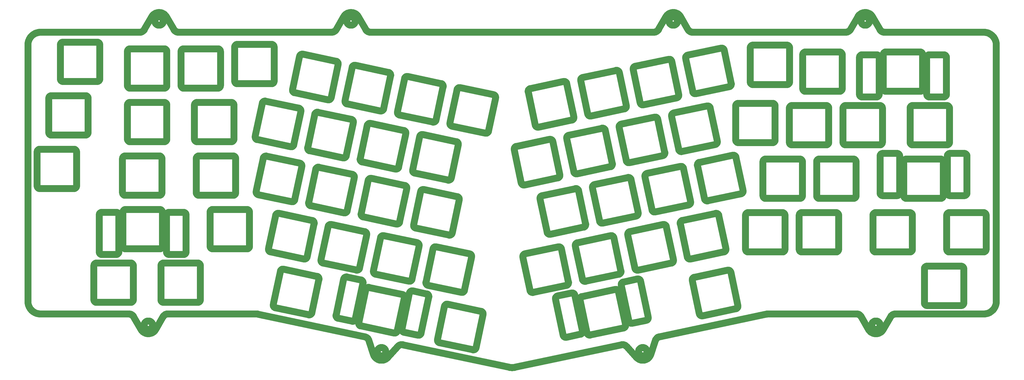
<source format=gbr>
%TF.GenerationSoftware,KiCad,Pcbnew,7.0.8*%
%TF.CreationDate,2023-10-18T12:09:20+09:00*%
%TF.ProjectId,Purinplate,50757269-6e70-46c6-9174-652e6b696361,rev?*%
%TF.SameCoordinates,Original*%
%TF.FileFunction,Copper,L2,Bot*%
%TF.FilePolarity,Positive*%
%FSLAX46Y46*%
G04 Gerber Fmt 4.6, Leading zero omitted, Abs format (unit mm)*
G04 Created by KiCad (PCBNEW 7.0.8) date 2023-10-18 12:09:20*
%MOMM*%
%LPD*%
G01*
G04 APERTURE LIST*
%TA.AperFunction,NonConductor*%
%ADD10C,2.437683*%
%TD*%
G04 APERTURE END LIST*
D10*
X292106897Y-114933319D02*
X292178052Y-114821089D01*
X292029116Y-115039829D02*
X292106897Y-114933319D01*
X291945070Y-115140410D02*
X292029116Y-115039829D01*
X291855120Y-115234853D02*
X291945070Y-115140410D01*
X291759628Y-115322946D02*
X291855120Y-115234853D01*
X291658954Y-115404481D02*
X291759628Y-115322946D01*
X291553459Y-115479247D02*
X291658954Y-115404481D01*
X291443505Y-115547034D02*
X291553459Y-115479247D01*
X291329453Y-115607633D02*
X291443505Y-115547034D01*
X291211663Y-115660833D02*
X291329453Y-115607633D01*
X291090499Y-115706424D02*
X291211663Y-115660833D01*
X290966319Y-115744197D02*
X291090499Y-115706424D01*
X290839486Y-115773941D02*
X290966319Y-115744197D01*
X290710360Y-115795447D02*
X290839486Y-115773941D01*
X290579304Y-115808505D02*
X290710360Y-115795447D01*
X290446677Y-115812904D02*
X290579304Y-115808505D01*
X236082664Y-115806071D02*
X236149167Y-115807175D01*
X236016478Y-115802775D02*
X236082664Y-115806071D01*
X235950657Y-115797312D02*
X236016478Y-115802775D01*
X235885249Y-115789708D02*
X235950657Y-115797312D01*
X235820304Y-115779987D02*
X235885249Y-115789708D01*
X235755868Y-115768175D02*
X235820304Y-115779987D01*
X235691991Y-115754297D02*
X235755868Y-115768175D01*
X235628721Y-115738379D02*
X235691991Y-115754297D01*
X235566106Y-115720445D02*
X235628721Y-115738379D01*
X235504194Y-115700521D02*
X235566106Y-115720445D01*
X235443034Y-115678631D02*
X235504194Y-115700521D01*
X235382674Y-115654802D02*
X235443034Y-115678631D01*
X235323161Y-115629058D02*
X235382674Y-115654802D01*
X235264546Y-115601424D02*
X235323161Y-115629058D01*
X235206875Y-115571926D02*
X235264546Y-115601424D01*
X235150197Y-115540589D02*
X235206875Y-115571926D01*
X235094560Y-115507438D02*
X235150197Y-115540589D01*
X235040013Y-115472498D02*
X235094560Y-115507438D01*
X234986604Y-115435794D02*
X235040013Y-115472498D01*
X234934381Y-115397352D02*
X234986604Y-115435794D01*
X234883393Y-115357197D02*
X234934381Y-115397352D01*
X234833687Y-115315354D02*
X234883393Y-115357197D01*
X234785313Y-115271848D02*
X234833687Y-115315354D01*
X234738318Y-115226704D02*
X234785313Y-115271848D01*
X234692750Y-115179948D02*
X234738318Y-115226704D01*
X234648659Y-115131605D02*
X234692750Y-115179948D01*
X234606091Y-115081700D02*
X234648659Y-115131605D01*
X234565097Y-115030258D02*
X234606091Y-115081700D01*
X234525723Y-114977304D02*
X234565097Y-115030258D01*
X234488018Y-114922864D02*
X234525723Y-114977304D01*
X234452031Y-114866962D02*
X234488018Y-114922864D01*
X234417809Y-114809625D02*
X234452031Y-114866962D01*
X290446677Y-115812904D02*
X236154920Y-115812904D01*
X304265591Y-115829009D02*
X304332095Y-115830113D01*
X304199405Y-115825712D02*
X304265591Y-115829009D01*
X304133583Y-115820249D02*
X304199405Y-115825712D01*
X304068175Y-115812645D02*
X304133583Y-115820249D01*
X304003229Y-115802924D02*
X304068175Y-115812645D01*
X303938793Y-115791113D02*
X304003229Y-115802924D01*
X303874915Y-115777235D02*
X303938793Y-115791113D01*
X303811644Y-115761316D02*
X303874915Y-115777235D01*
X303749028Y-115743382D02*
X303811644Y-115761316D01*
X303687114Y-115723458D02*
X303749028Y-115743382D01*
X303625953Y-115701569D02*
X303687114Y-115723458D01*
X303565591Y-115677739D02*
X303625953Y-115701569D01*
X303506078Y-115651995D02*
X303565591Y-115677739D01*
X303447461Y-115624362D02*
X303506078Y-115651995D01*
X303389789Y-115594864D02*
X303447461Y-115624362D01*
X303333110Y-115563526D02*
X303389789Y-115594864D01*
X303277472Y-115530375D02*
X303333110Y-115563526D01*
X303222924Y-115495435D02*
X303277472Y-115530375D01*
X303169514Y-115458732D02*
X303222924Y-115495435D01*
X303117290Y-115420290D02*
X303169514Y-115458732D01*
X303066301Y-115380135D02*
X303117290Y-115420290D01*
X303016595Y-115338291D02*
X303066301Y-115380135D01*
X302968220Y-115294785D02*
X303016595Y-115338291D01*
X302921224Y-115249642D02*
X302968220Y-115294785D01*
X302875657Y-115202886D02*
X302921224Y-115249642D01*
X302831565Y-115154543D02*
X302875657Y-115202886D01*
X302788998Y-115104637D02*
X302831565Y-115154543D01*
X302748004Y-115053195D02*
X302788998Y-115104637D01*
X302708630Y-115000241D02*
X302748004Y-115053195D01*
X302670926Y-114945801D02*
X302708630Y-115000241D01*
X302634940Y-114889900D02*
X302670926Y-114945801D01*
X302600720Y-114832562D02*
X302634940Y-114889900D01*
X339481292Y-115830105D02*
X304332095Y-115830105D01*
X210769065Y-227039380D02*
X172925336Y-235065628D01*
X306484298Y-216957429D02*
X306413143Y-217069658D01*
X306562080Y-216850918D02*
X306484298Y-216957429D01*
X306646128Y-216750337D02*
X306562080Y-216850918D01*
X306736080Y-216655894D02*
X306646128Y-216750337D01*
X306831575Y-216567800D02*
X306736080Y-216655894D01*
X306932252Y-216486264D02*
X306831575Y-216567800D01*
X307037750Y-216411497D02*
X306932252Y-216486264D01*
X307147707Y-216343709D02*
X307037750Y-216411497D01*
X307261762Y-216283110D02*
X307147707Y-216343709D01*
X307379554Y-216229909D02*
X307261762Y-216283110D01*
X307500722Y-216184317D02*
X307379554Y-216229909D01*
X307624904Y-216146544D02*
X307500722Y-216184317D01*
X307751739Y-216116799D02*
X307624904Y-216146544D01*
X307880866Y-216095293D02*
X307751739Y-216116799D01*
X308011924Y-216082235D02*
X307880866Y-216095293D01*
X308144551Y-216077836D02*
X308011924Y-216082235D01*
X308144551Y-216077836D02*
X339481292Y-216072116D01*
X294259167Y-216060643D02*
X262916690Y-216072116D01*
X262278899Y-216128635D02*
X262188594Y-216146656D01*
X262369272Y-216113236D02*
X262278899Y-216128635D01*
X262459780Y-216100390D02*
X262369272Y-216113236D01*
X262550491Y-216090032D02*
X262459780Y-216100390D01*
X262641470Y-216082092D02*
X262550491Y-216090032D01*
X262732785Y-216076505D02*
X262641470Y-216082092D01*
X262824503Y-216073202D02*
X262732785Y-216076505D01*
X262916690Y-216072116D02*
X262824503Y-216073202D01*
X222917315Y-225372427D02*
X222871480Y-225497208D01*
X222970784Y-225251946D02*
X222917315Y-225372427D01*
X223031594Y-225136033D02*
X222970784Y-225251946D01*
X223099451Y-225024957D02*
X223031594Y-225136033D01*
X223174060Y-224918986D02*
X223099451Y-225024957D01*
X223255127Y-224818390D02*
X223174060Y-224918986D01*
X223342359Y-224723438D02*
X223255127Y-224818390D01*
X223435462Y-224634397D02*
X223342359Y-224723438D01*
X223534141Y-224551537D02*
X223435462Y-224634397D01*
X223638102Y-224475126D02*
X223534141Y-224551537D01*
X223747052Y-224405434D02*
X223638102Y-224475126D01*
X223860696Y-224342728D02*
X223747052Y-224405434D01*
X223978741Y-224287279D02*
X223860696Y-224342728D01*
X224100892Y-224239353D02*
X223978741Y-224287279D01*
X224226855Y-224199221D02*
X224100892Y-224239353D01*
X224356337Y-224167151D02*
X224226855Y-224199221D01*
X262194314Y-216146623D02*
X224356337Y-224167151D01*
X131402334Y-227562094D02*
X131309281Y-227658550D01*
X131500644Y-227472752D02*
X131402334Y-227562094D01*
X131603825Y-227390648D02*
X131500644Y-227472752D01*
X131711490Y-227315910D02*
X131603825Y-227390648D01*
X131823254Y-227248662D02*
X131711490Y-227315910D01*
X131938729Y-227189032D02*
X131823254Y-227248662D01*
X132057530Y-227137144D02*
X131938729Y-227189032D01*
X132179270Y-227093126D02*
X132057530Y-227137144D01*
X132303563Y-227057102D02*
X132179270Y-227093126D01*
X132430023Y-227029200D02*
X132303563Y-227057102D01*
X132558263Y-227009544D02*
X132430023Y-227029200D01*
X132687897Y-226998261D02*
X132558263Y-227009544D01*
X132818539Y-226995477D02*
X132687897Y-226998261D01*
X132949803Y-227001319D02*
X132818539Y-226995477D01*
X133081301Y-227015911D02*
X132949803Y-227001319D01*
X133212649Y-227039380D02*
X133081301Y-227015911D01*
X133212649Y-227039380D02*
X171056370Y-235065628D01*
X35837159Y-216077836D02*
X4500427Y-216072116D01*
X48061331Y-216944947D02*
X47991185Y-217058185D01*
X48138238Y-216837553D02*
X48061331Y-216944947D01*
X48221544Y-216736206D02*
X48138238Y-216837553D01*
X48310889Y-216641107D02*
X48221544Y-216736206D01*
X48405910Y-216552458D02*
X48310889Y-216641107D01*
X48506248Y-216470461D02*
X48405910Y-216552458D01*
X48611540Y-216395316D02*
X48506248Y-216470461D01*
X48721426Y-216327225D02*
X48611540Y-216395316D01*
X48835545Y-216266391D02*
X48721426Y-216327225D01*
X48953535Y-216213014D02*
X48835545Y-216266391D01*
X49075036Y-216167296D02*
X48953535Y-216213014D01*
X49199686Y-216129438D02*
X49075036Y-216167296D01*
X49327124Y-216099643D02*
X49199686Y-216129438D01*
X49456989Y-216078110D02*
X49327124Y-216099643D01*
X49588920Y-216065043D02*
X49456989Y-216078110D01*
X49722556Y-216060643D02*
X49588920Y-216065043D01*
X49722556Y-216060643D02*
X81219809Y-216072116D01*
X109488030Y-114927648D02*
X109558177Y-114815353D01*
X109411122Y-115034341D02*
X109488030Y-114927648D01*
X109327814Y-115135206D02*
X109411122Y-115034341D01*
X109238469Y-115230016D02*
X109327814Y-115135206D01*
X109143447Y-115318544D02*
X109238469Y-115230016D01*
X109043109Y-115400563D02*
X109143447Y-115318544D01*
X108937816Y-115475847D02*
X109043109Y-115400563D01*
X108827929Y-115544169D02*
X108937816Y-115475847D01*
X108713810Y-115605302D02*
X108827929Y-115544169D01*
X108595820Y-115659020D02*
X108713810Y-115605302D01*
X108474319Y-115705095D02*
X108595820Y-115659020D01*
X108349670Y-115743302D02*
X108474319Y-115705095D01*
X108222232Y-115773412D02*
X108349670Y-115743302D01*
X108092368Y-115795201D02*
X108222232Y-115773412D01*
X107960437Y-115808440D02*
X108092368Y-115795201D01*
X107826802Y-115812904D02*
X107960437Y-115808440D01*
X53468008Y-115806071D02*
X53535016Y-115807175D01*
X53401381Y-115802776D02*
X53468008Y-115806071D01*
X53335180Y-115797317D02*
X53401381Y-115802776D01*
X53269450Y-115789719D02*
X53335180Y-115797317D01*
X53204237Y-115780009D02*
X53269450Y-115789719D01*
X53139585Y-115768214D02*
X53204237Y-115780009D01*
X53075540Y-115754358D02*
X53139585Y-115768214D01*
X53012147Y-115738470D02*
X53075540Y-115754358D01*
X52949451Y-115720574D02*
X53012147Y-115738470D01*
X52887498Y-115700697D02*
X52949451Y-115720574D01*
X52826331Y-115678866D02*
X52887498Y-115700697D01*
X52765997Y-115655107D02*
X52826331Y-115678866D01*
X52706541Y-115629445D02*
X52765997Y-115655107D01*
X52648007Y-115601907D02*
X52706541Y-115629445D01*
X52590441Y-115572520D02*
X52648007Y-115601907D01*
X52533889Y-115541309D02*
X52590441Y-115572520D01*
X52478394Y-115508301D02*
X52533889Y-115541309D01*
X52424003Y-115473522D02*
X52478394Y-115508301D01*
X52370760Y-115436998D02*
X52424003Y-115473522D01*
X52318710Y-115398756D02*
X52370760Y-115436998D01*
X52267899Y-115358822D02*
X52318710Y-115398756D01*
X52218373Y-115317222D02*
X52267899Y-115358822D01*
X52170175Y-115273982D02*
X52218373Y-115317222D01*
X52123351Y-115229128D02*
X52170175Y-115273982D01*
X52077946Y-115182687D02*
X52123351Y-115229128D01*
X52034006Y-115134685D02*
X52077946Y-115182687D01*
X51991576Y-115085148D02*
X52034006Y-115134685D01*
X51950700Y-115034103D02*
X51991576Y-115085148D01*
X51911424Y-114981575D02*
X51950700Y-115034103D01*
X51873793Y-114927592D02*
X51911424Y-114981575D01*
X51837851Y-114872178D02*
X51873793Y-114927592D01*
X51803646Y-114815361D02*
X51837851Y-114872178D01*
X53535016Y-115812904D02*
X107826802Y-115812904D01*
X41310852Y-114944848D02*
X41380999Y-114832554D01*
X41233946Y-115051540D02*
X41310852Y-114944848D01*
X41150639Y-115152404D02*
X41233946Y-115051540D01*
X41061295Y-115247213D02*
X41150639Y-115152404D01*
X40966273Y-115335741D02*
X41061295Y-115247213D01*
X40865936Y-115417761D02*
X40966273Y-115335741D01*
X40760643Y-115493045D02*
X40865936Y-115417761D01*
X40650757Y-115561367D02*
X40760643Y-115493045D01*
X40536638Y-115622500D02*
X40650757Y-115561367D01*
X40418648Y-115676219D02*
X40536638Y-115622500D01*
X40297147Y-115722294D02*
X40418648Y-115676219D01*
X40172498Y-115760501D02*
X40297147Y-115722294D01*
X40045059Y-115790613D02*
X40172498Y-115760501D01*
X39915194Y-115812402D02*
X40045059Y-115790613D01*
X39783264Y-115825641D02*
X39915194Y-115812402D01*
X39649628Y-115830105D02*
X39783264Y-115825641D01*
X4500427Y-115830105D02*
X39649628Y-115830105D01*
X119753912Y-224203996D02*
X119625377Y-224172871D01*
X119879172Y-224243426D02*
X119753912Y-224203996D01*
X120000838Y-224290869D02*
X119879172Y-224243426D01*
X120118591Y-224346029D02*
X120000838Y-224290869D01*
X120232112Y-224408612D02*
X120118591Y-224346029D01*
X120341081Y-224478326D02*
X120232112Y-224408612D01*
X120445179Y-224554876D02*
X120341081Y-224478326D01*
X120544088Y-224637968D02*
X120445179Y-224554876D01*
X120637488Y-224727308D02*
X120544088Y-224637968D01*
X120725059Y-224822602D02*
X120637488Y-224727308D01*
X120806484Y-224923556D02*
X120725059Y-224822602D01*
X120881442Y-225029877D02*
X120806484Y-224923556D01*
X120949614Y-225141270D02*
X120881442Y-225029877D01*
X121010682Y-225257442D02*
X120949614Y-225141270D01*
X121064325Y-225378098D02*
X121010682Y-225257442D01*
X121110226Y-225502944D02*
X121064325Y-225378098D01*
X122744139Y-230462008D02*
X121110226Y-225502944D01*
X127823602Y-231528354D02*
X131309281Y-227658566D01*
X127756964Y-231605957D02*
X127823602Y-231534074D01*
X127688226Y-231675396D02*
X127756964Y-231605957D01*
X127617439Y-231742365D02*
X127688226Y-231675396D01*
X127544654Y-231806841D02*
X127617439Y-231742365D01*
X127469921Y-231868798D02*
X127544654Y-231806841D01*
X127393289Y-231928210D02*
X127469921Y-231868798D01*
X127314810Y-231985052D02*
X127393289Y-231928210D01*
X127234534Y-232039299D02*
X127314810Y-231985052D01*
X127152512Y-232090926D02*
X127234534Y-232039299D01*
X127068793Y-232139907D02*
X127152512Y-232090926D01*
X126983427Y-232186218D02*
X127068793Y-232139907D01*
X126896467Y-232229834D02*
X126983427Y-232186218D01*
X126807961Y-232270728D02*
X126896467Y-232229834D01*
X126717960Y-232308876D02*
X126807961Y-232270728D01*
X126626515Y-232344252D02*
X126717960Y-232308876D01*
X126533675Y-232376832D02*
X126626515Y-232344252D01*
X126385558Y-232421210D02*
X126533675Y-232376832D01*
X126236973Y-232457677D02*
X126385558Y-232421210D01*
X126088159Y-232486353D02*
X126236973Y-232457677D01*
X125939355Y-232507357D02*
X126088159Y-232486353D01*
X125790798Y-232520807D02*
X125939355Y-232507357D01*
X125642728Y-232526821D02*
X125790798Y-232520807D01*
X125495382Y-232525519D02*
X125642728Y-232526821D01*
X125348998Y-232517019D02*
X125495382Y-232525519D01*
X125203815Y-232501439D02*
X125348998Y-232517019D01*
X125060072Y-232478899D02*
X125203815Y-232501439D01*
X124918006Y-232449516D02*
X125060072Y-232478899D01*
X124777856Y-232413410D02*
X124918006Y-232449516D01*
X124639860Y-232370699D02*
X124777856Y-232413410D01*
X124504256Y-232321501D02*
X124639860Y-232370699D01*
X124371283Y-232265936D02*
X124504256Y-232321501D01*
X124241179Y-232204122D02*
X124371283Y-232265936D01*
X124114182Y-232136177D02*
X124241179Y-232204122D01*
X123990530Y-232062220D02*
X124114182Y-232136177D01*
X123870463Y-231982370D02*
X123990530Y-232062220D01*
X123754217Y-231896746D02*
X123870463Y-231982370D01*
X123642033Y-231805465D02*
X123754217Y-231896746D01*
X123534146Y-231708647D02*
X123642033Y-231805465D01*
X123430797Y-231606411D02*
X123534146Y-231708647D01*
X123332223Y-231498874D02*
X123430797Y-231606411D01*
X123238663Y-231386155D02*
X123332223Y-231498874D01*
X123150355Y-231268374D02*
X123238663Y-231386155D01*
X123067537Y-231145648D02*
X123150355Y-231268374D01*
X122990447Y-231018097D02*
X123067537Y-231145648D01*
X122919324Y-230885839D02*
X122990447Y-231018097D01*
X122854406Y-230748992D02*
X122919324Y-230885839D01*
X122795932Y-230607675D02*
X122854406Y-230748992D01*
X122744139Y-230462008D02*
X122795932Y-230607675D01*
X127093551Y-229444501D02*
X127095506Y-229521796D01*
X127087751Y-229368219D02*
X127093551Y-229444501D01*
X127078199Y-229293047D02*
X127087751Y-229368219D01*
X127064990Y-229219079D02*
X127078199Y-229293047D01*
X127048218Y-229146408D02*
X127064990Y-229219079D01*
X127027977Y-229075130D02*
X127048218Y-229146408D01*
X127004362Y-229005338D02*
X127027977Y-229075130D01*
X126977468Y-228937128D02*
X127004362Y-229005338D01*
X126947388Y-228870593D02*
X126977468Y-228937128D01*
X126914218Y-228805827D02*
X126947388Y-228870593D01*
X126878050Y-228742926D02*
X126914218Y-228805827D01*
X126838981Y-228681983D02*
X126878050Y-228742926D01*
X126797104Y-228623093D02*
X126838981Y-228681983D01*
X126752513Y-228566350D02*
X126797104Y-228623093D01*
X126705303Y-228511849D02*
X126752513Y-228566350D01*
X126655568Y-228459684D02*
X126705303Y-228511849D01*
X126603403Y-228409949D02*
X126655568Y-228459684D01*
X126548902Y-228362739D02*
X126603403Y-228409949D01*
X126492159Y-228318148D02*
X126548902Y-228362739D01*
X126433269Y-228276271D02*
X126492159Y-228318148D01*
X126372326Y-228237202D02*
X126433269Y-228276271D01*
X126309425Y-228201034D02*
X126372326Y-228237202D01*
X126244659Y-228167864D02*
X126309425Y-228201034D01*
X126178124Y-228137784D02*
X126244659Y-228167864D01*
X126109913Y-228110889D02*
X126178124Y-228137784D01*
X126040122Y-228087275D02*
X126109913Y-228110889D01*
X125968844Y-228067034D02*
X126040122Y-228087275D01*
X125896173Y-228050262D02*
X125968844Y-228067034D01*
X125822205Y-228037053D02*
X125896173Y-228050262D01*
X125747033Y-228027501D02*
X125822205Y-228037053D01*
X125670751Y-228021701D02*
X125747033Y-228027501D01*
X125593456Y-228019746D02*
X125670751Y-228021701D01*
X125516160Y-228021701D02*
X125593456Y-228019746D01*
X125439879Y-228027501D02*
X125516160Y-228021701D01*
X125364707Y-228037053D02*
X125439879Y-228027501D01*
X125290738Y-228050262D02*
X125364707Y-228037053D01*
X125218068Y-228067034D02*
X125290738Y-228050262D01*
X125146789Y-228087275D02*
X125218068Y-228067034D01*
X125076998Y-228110889D02*
X125146789Y-228087275D01*
X125008787Y-228137784D02*
X125076998Y-228110889D01*
X124942252Y-228167864D02*
X125008787Y-228137784D01*
X124877486Y-228201034D02*
X124942252Y-228167864D01*
X124814585Y-228237202D02*
X124877486Y-228201034D01*
X124753642Y-228276271D02*
X124814585Y-228237202D01*
X124694752Y-228318148D02*
X124753642Y-228276271D01*
X124638009Y-228362739D02*
X124694752Y-228318148D01*
X124583508Y-228409949D02*
X124638009Y-228362739D01*
X124531343Y-228459684D02*
X124583508Y-228409949D01*
X124481608Y-228511849D02*
X124531343Y-228459684D01*
X124434398Y-228566350D02*
X124481608Y-228511849D01*
X124389808Y-228623093D02*
X124434398Y-228566350D01*
X124347930Y-228681983D02*
X124389808Y-228623093D01*
X124308861Y-228742926D02*
X124347930Y-228681983D01*
X124272693Y-228805827D02*
X124308861Y-228742926D01*
X124239523Y-228870593D02*
X124272693Y-228805827D01*
X124209443Y-228937128D02*
X124239523Y-228870593D01*
X124182549Y-229005338D02*
X124209443Y-228937128D01*
X124158934Y-229075130D02*
X124182549Y-229005338D01*
X124138693Y-229146408D02*
X124158934Y-229075130D01*
X124121921Y-229219079D02*
X124138693Y-229146408D01*
X124108712Y-229293047D02*
X124121921Y-229219079D01*
X124099160Y-229368219D02*
X124108712Y-229293047D01*
X124093360Y-229444501D02*
X124099160Y-229368219D01*
X124091405Y-229521796D02*
X124093360Y-229444501D01*
X124093360Y-229599092D02*
X124091405Y-229521796D01*
X124099160Y-229675373D02*
X124093360Y-229599092D01*
X124108712Y-229750545D02*
X124099160Y-229675373D01*
X124121921Y-229824514D02*
X124108712Y-229750545D01*
X124138693Y-229897184D02*
X124121921Y-229824514D01*
X124158934Y-229968463D02*
X124138693Y-229897184D01*
X124182549Y-230038254D02*
X124158934Y-229968463D01*
X124209443Y-230106465D02*
X124182549Y-230038254D01*
X124239523Y-230173000D02*
X124209443Y-230106465D01*
X124272693Y-230237766D02*
X124239523Y-230173000D01*
X124308861Y-230300667D02*
X124272693Y-230237766D01*
X124347930Y-230361610D02*
X124308861Y-230300667D01*
X124389808Y-230420500D02*
X124347930Y-230361610D01*
X124434398Y-230477243D02*
X124389808Y-230420500D01*
X124481608Y-230531744D02*
X124434398Y-230477243D01*
X124531343Y-230583909D02*
X124481608Y-230531744D01*
X124583508Y-230633644D02*
X124531343Y-230583909D01*
X124638009Y-230680854D02*
X124583508Y-230633644D01*
X124694752Y-230725444D02*
X124638009Y-230680854D01*
X124753642Y-230767322D02*
X124694752Y-230725444D01*
X124814585Y-230806391D02*
X124753642Y-230767322D01*
X124877486Y-230842559D02*
X124814585Y-230806391D01*
X124942252Y-230875729D02*
X124877486Y-230842559D01*
X125008787Y-230905809D02*
X124942252Y-230875729D01*
X125076998Y-230932703D02*
X125008787Y-230905809D01*
X125146789Y-230956318D02*
X125076998Y-230932703D01*
X125218068Y-230976558D02*
X125146789Y-230956318D01*
X125290738Y-230993331D02*
X125218068Y-230976558D01*
X125364707Y-231006540D02*
X125290738Y-230993331D01*
X125439879Y-231016092D02*
X125364707Y-231006540D01*
X125516160Y-231021892D02*
X125439879Y-231016092D01*
X125593456Y-231023847D02*
X125516160Y-231021892D01*
X125670751Y-231021892D02*
X125593456Y-231023847D01*
X125747033Y-231016092D02*
X125670751Y-231021892D01*
X125822205Y-231006540D02*
X125747033Y-231016092D01*
X125896173Y-230993331D02*
X125822205Y-231006540D01*
X125968844Y-230976558D02*
X125896173Y-230993331D01*
X126040122Y-230956318D02*
X125968844Y-230976558D01*
X126109913Y-230932703D02*
X126040122Y-230956318D01*
X126178124Y-230905809D02*
X126109913Y-230932703D01*
X126244659Y-230875729D02*
X126178124Y-230905809D01*
X126309425Y-230842559D02*
X126244659Y-230875729D01*
X126372326Y-230806391D02*
X126309425Y-230842559D01*
X126433269Y-230767322D02*
X126372326Y-230806391D01*
X126492159Y-230725444D02*
X126433269Y-230767322D01*
X126548902Y-230680854D02*
X126492159Y-230725444D01*
X126603403Y-230633644D02*
X126548902Y-230680854D01*
X126655568Y-230583909D02*
X126603403Y-230633644D01*
X126705303Y-230531744D02*
X126655568Y-230583909D01*
X126752513Y-230477243D02*
X126705303Y-230531744D01*
X126797104Y-230420500D02*
X126752513Y-230477243D01*
X126838981Y-230361610D02*
X126797104Y-230420500D01*
X126878050Y-230300667D02*
X126838981Y-230361610D01*
X126914218Y-230237766D02*
X126878050Y-230300667D01*
X126947388Y-230173000D02*
X126914218Y-230237766D01*
X126977468Y-230106465D02*
X126947388Y-230173000D01*
X127004362Y-230038254D02*
X126977468Y-230106465D01*
X127027977Y-229968463D02*
X127004362Y-230038254D01*
X127048218Y-229897184D02*
X127027977Y-229968463D01*
X127064990Y-229824514D02*
X127048218Y-229897184D01*
X127078199Y-229750545D02*
X127064990Y-229824514D01*
X127087751Y-229675373D02*
X127078199Y-229750545D01*
X127093551Y-229599092D02*
X127087751Y-229675373D01*
X127095506Y-229521796D02*
X127093551Y-229599092D01*
X35898435Y-216084676D02*
X35831427Y-216083572D01*
X35965062Y-216087971D02*
X35898435Y-216084676D01*
X36031263Y-216093431D02*
X35965062Y-216087971D01*
X36096993Y-216101029D02*
X36031263Y-216093431D01*
X36162206Y-216110739D02*
X36096993Y-216101029D01*
X36226858Y-216122535D02*
X36162206Y-216110739D01*
X36290903Y-216136391D02*
X36226858Y-216122535D01*
X36354296Y-216152280D02*
X36290903Y-216136391D01*
X36416992Y-216170177D02*
X36354296Y-216152280D01*
X36478945Y-216190054D02*
X36416992Y-216170177D01*
X36540112Y-216211886D02*
X36478945Y-216190054D01*
X36600446Y-216235646D02*
X36540112Y-216211886D01*
X36659902Y-216261308D02*
X36600446Y-216235646D01*
X36718436Y-216288847D02*
X36659902Y-216261308D01*
X36776002Y-216318234D02*
X36718436Y-216288847D01*
X36832555Y-216349446D02*
X36776002Y-216318234D01*
X36888050Y-216382454D02*
X36832555Y-216349446D01*
X36942441Y-216417234D02*
X36888050Y-216382454D01*
X36995684Y-216453758D02*
X36942441Y-216417234D01*
X37047734Y-216492001D02*
X36995684Y-216453758D01*
X37098545Y-216531935D02*
X37047734Y-216492001D01*
X37148072Y-216573536D02*
X37098545Y-216531935D01*
X37196270Y-216616776D02*
X37148072Y-216573536D01*
X37243094Y-216661630D02*
X37196270Y-216616776D01*
X37288499Y-216708071D02*
X37243094Y-216661630D01*
X37332439Y-216756073D02*
X37288499Y-216708071D01*
X37374870Y-216805610D02*
X37332439Y-216756073D01*
X37415746Y-216856655D02*
X37374870Y-216805610D01*
X37455022Y-216909182D02*
X37415746Y-216856655D01*
X37492654Y-216963165D02*
X37455022Y-216909182D01*
X37528595Y-217018578D02*
X37492654Y-216963165D01*
X37562802Y-217075395D02*
X37528595Y-217018578D01*
X40188529Y-221581545D02*
X37562802Y-217075395D01*
X45382654Y-221575809D02*
X47985444Y-217058185D01*
X45331933Y-221654127D02*
X45382650Y-221570089D01*
X45278705Y-221736360D02*
X45331933Y-221654127D01*
X45223008Y-221816728D02*
X45278705Y-221736360D01*
X45164885Y-221895173D02*
X45223008Y-221816728D01*
X45104376Y-221971636D02*
X45164885Y-221895173D01*
X45041524Y-222046059D02*
X45104376Y-221971636D01*
X44976370Y-222118382D02*
X45041524Y-222046059D01*
X44908958Y-222188546D02*
X44976370Y-222118382D01*
X44839329Y-222256493D02*
X44908958Y-222188546D01*
X44767525Y-222322165D02*
X44839329Y-222256493D01*
X44693587Y-222385501D02*
X44767525Y-222322165D01*
X44617559Y-222446444D02*
X44693587Y-222385501D01*
X44539481Y-222504934D02*
X44617559Y-222446444D01*
X44459397Y-222560913D02*
X44539481Y-222504934D01*
X44377347Y-222614321D02*
X44459397Y-222560913D01*
X44293374Y-222665101D02*
X44377347Y-222614321D01*
X44157857Y-222739197D02*
X44293374Y-222665101D01*
X44020214Y-222805667D02*
X44157857Y-222739197D01*
X43880704Y-222864577D02*
X44020214Y-222805667D01*
X43739588Y-222915993D02*
X43880704Y-222864577D01*
X43597123Y-222959981D02*
X43739588Y-222915993D01*
X43453570Y-222996608D02*
X43597123Y-222959981D01*
X43309188Y-223025938D02*
X43453570Y-222996608D01*
X43164236Y-223048040D02*
X43309188Y-223025938D01*
X43018973Y-223062977D02*
X43164236Y-223048040D01*
X42873658Y-223070818D02*
X43018973Y-223062977D01*
X42728552Y-223071627D02*
X42873658Y-223070818D01*
X42583912Y-223065472D02*
X42728552Y-223071627D01*
X42439999Y-223052418D02*
X42583912Y-223065472D01*
X42297072Y-223032530D02*
X42439999Y-223052418D01*
X42155390Y-223005877D02*
X42297072Y-223032530D01*
X42015212Y-222972522D02*
X42155390Y-223005877D01*
X41876797Y-222932534D02*
X42015212Y-222972522D01*
X41740406Y-222885977D02*
X41876797Y-222932534D01*
X41606297Y-222832918D02*
X41740406Y-222885977D01*
X41474729Y-222773423D02*
X41606297Y-222832918D01*
X41345962Y-222707558D02*
X41474729Y-222773423D01*
X41220255Y-222635390D02*
X41345962Y-222707558D01*
X41097867Y-222556983D02*
X41220255Y-222635390D01*
X40979058Y-222472406D02*
X41097867Y-222556983D01*
X40864087Y-222381723D02*
X40979058Y-222472406D01*
X40753213Y-222285000D02*
X40864087Y-222381723D01*
X40646695Y-222182305D02*
X40753213Y-222285000D01*
X40544793Y-222073702D02*
X40646695Y-222182305D01*
X40447766Y-221959259D02*
X40544793Y-222073702D01*
X40355874Y-221839041D02*
X40447766Y-221959259D01*
X40269375Y-221713114D02*
X40355874Y-221839041D01*
X40188529Y-221581545D02*
X40269375Y-221713114D01*
X44279959Y-219996463D02*
X44281914Y-220073759D01*
X44274159Y-219920182D02*
X44279959Y-219996463D01*
X44264607Y-219845010D02*
X44274159Y-219920182D01*
X44251397Y-219771041D02*
X44264607Y-219845010D01*
X44234625Y-219698371D02*
X44251397Y-219771041D01*
X44214384Y-219627092D02*
X44234625Y-219698371D01*
X44190769Y-219557301D02*
X44214384Y-219627092D01*
X44163874Y-219489090D02*
X44190769Y-219557301D01*
X44133794Y-219422555D02*
X44163874Y-219489090D01*
X44100623Y-219357789D02*
X44133794Y-219422555D01*
X44064455Y-219294888D02*
X44100623Y-219357789D01*
X44025385Y-219233945D02*
X44064455Y-219294888D01*
X43983508Y-219175055D02*
X44025385Y-219233945D01*
X43938916Y-219118312D02*
X43983508Y-219175055D01*
X43891706Y-219063811D02*
X43938916Y-219118312D01*
X43841971Y-219011646D02*
X43891706Y-219063811D01*
X43789805Y-218961912D02*
X43841971Y-219011646D01*
X43735304Y-218914702D02*
X43789805Y-218961912D01*
X43678561Y-218870111D02*
X43735304Y-218914702D01*
X43619671Y-218828233D02*
X43678561Y-218870111D01*
X43558727Y-218789164D02*
X43619671Y-218828233D01*
X43495826Y-218752996D02*
X43558727Y-218789164D01*
X43431060Y-218719826D02*
X43495826Y-218752996D01*
X43364525Y-218689746D02*
X43431060Y-218719826D01*
X43296314Y-218662852D02*
X43364525Y-218689746D01*
X43226523Y-218639237D02*
X43296314Y-218662852D01*
X43155245Y-218618997D02*
X43226523Y-218639237D01*
X43082575Y-218602225D02*
X43155245Y-218618997D01*
X43008607Y-218589015D02*
X43082575Y-218602225D01*
X42933435Y-218579463D02*
X43008607Y-218589015D01*
X42857155Y-218573663D02*
X42933435Y-218579463D01*
X42779859Y-218571708D02*
X42857155Y-218573663D01*
X42702564Y-218573663D02*
X42779859Y-218571708D01*
X42626284Y-218579463D02*
X42702564Y-218573663D01*
X42551112Y-218589015D02*
X42626284Y-218579463D01*
X42477144Y-218602225D02*
X42551112Y-218589015D01*
X42404474Y-218618997D02*
X42477144Y-218602225D01*
X42333196Y-218639237D02*
X42404474Y-218618997D01*
X42263404Y-218662852D02*
X42333196Y-218639237D01*
X42195194Y-218689746D02*
X42263404Y-218662852D01*
X42128658Y-218719826D02*
X42195194Y-218689746D01*
X42063893Y-218752996D02*
X42128658Y-218719826D01*
X42000991Y-218789164D02*
X42063893Y-218752996D01*
X41940048Y-218828233D02*
X42000991Y-218789164D01*
X41881158Y-218870111D02*
X41940048Y-218828233D01*
X41824415Y-218914702D02*
X41881158Y-218870111D01*
X41769913Y-218961912D02*
X41824415Y-218914702D01*
X41717748Y-219011646D02*
X41769913Y-218961912D01*
X41668013Y-219063811D02*
X41717748Y-219011646D01*
X41620802Y-219118312D02*
X41668013Y-219063811D01*
X41576211Y-219175055D02*
X41620802Y-219118312D01*
X41534333Y-219233945D02*
X41576211Y-219175055D01*
X41495263Y-219294888D02*
X41534333Y-219233945D01*
X41459096Y-219357789D02*
X41495263Y-219294888D01*
X41425925Y-219422555D02*
X41459096Y-219357789D01*
X41395844Y-219489090D02*
X41425925Y-219422555D01*
X41368950Y-219557301D02*
X41395844Y-219489090D01*
X41345335Y-219627092D02*
X41368950Y-219557301D01*
X41325094Y-219698371D02*
X41345335Y-219627092D01*
X41308322Y-219771041D02*
X41325094Y-219698371D01*
X41295112Y-219845010D02*
X41308322Y-219771041D01*
X41285560Y-219920182D02*
X41295112Y-219845010D01*
X41279760Y-219996463D02*
X41285560Y-219920182D01*
X41277805Y-220073759D02*
X41279760Y-219996463D01*
X41279760Y-220151055D02*
X41277805Y-220073759D01*
X41285560Y-220227336D02*
X41279760Y-220151055D01*
X41295112Y-220302508D02*
X41285560Y-220227336D01*
X41308322Y-220376476D02*
X41295112Y-220302508D01*
X41325094Y-220449147D02*
X41308322Y-220376476D01*
X41345335Y-220520425D02*
X41325094Y-220449147D01*
X41368950Y-220590217D02*
X41345335Y-220520425D01*
X41395844Y-220658427D02*
X41368950Y-220590217D01*
X41425925Y-220724962D02*
X41395844Y-220658427D01*
X41459096Y-220789728D02*
X41425925Y-220724962D01*
X41495263Y-220852629D02*
X41459096Y-220789728D01*
X41534333Y-220913572D02*
X41495263Y-220852629D01*
X41576211Y-220972462D02*
X41534333Y-220913572D01*
X41620802Y-221029205D02*
X41576211Y-220972462D01*
X41668013Y-221083706D02*
X41620802Y-221029205D01*
X41717748Y-221135871D02*
X41668013Y-221083706D01*
X41769913Y-221185606D02*
X41717748Y-221135871D01*
X41824415Y-221232816D02*
X41769913Y-221185606D01*
X41881158Y-221277407D02*
X41824415Y-221232816D01*
X41940048Y-221319284D02*
X41881158Y-221277407D01*
X42000991Y-221358354D02*
X41940048Y-221319284D01*
X42063893Y-221394521D02*
X42000991Y-221358354D01*
X42128658Y-221427692D02*
X42063893Y-221394521D01*
X42195194Y-221457771D02*
X42128658Y-221427692D01*
X42263404Y-221484666D02*
X42195194Y-221457771D01*
X42333196Y-221508280D02*
X42263404Y-221484666D01*
X42404474Y-221528521D02*
X42333196Y-221508280D01*
X42477144Y-221545293D02*
X42404474Y-221528521D01*
X42551112Y-221558502D02*
X42477144Y-221545293D01*
X42626284Y-221568054D02*
X42551112Y-221558502D01*
X42702564Y-221573854D02*
X42626284Y-221568054D01*
X42779859Y-221575809D02*
X42702564Y-221573854D01*
X42857155Y-221573854D02*
X42779859Y-221575809D01*
X42933435Y-221568054D02*
X42857155Y-221573854D01*
X43008607Y-221558502D02*
X42933435Y-221568054D01*
X43082575Y-221545293D02*
X43008607Y-221558502D01*
X43155245Y-221528521D02*
X43082575Y-221545293D01*
X43226523Y-221508280D02*
X43155245Y-221528521D01*
X43296314Y-221484666D02*
X43226523Y-221508280D01*
X43364525Y-221457771D02*
X43296314Y-221484666D01*
X43431060Y-221427692D02*
X43364525Y-221457771D01*
X43495826Y-221394521D02*
X43431060Y-221427692D01*
X43558727Y-221358354D02*
X43495826Y-221394521D01*
X43619671Y-221319284D02*
X43558727Y-221358354D01*
X43678561Y-221277407D02*
X43619671Y-221319284D01*
X43735304Y-221232816D02*
X43678561Y-221277407D01*
X43789805Y-221185606D02*
X43735304Y-221232816D01*
X43841971Y-221135871D02*
X43789805Y-221185606D01*
X43891706Y-221083706D02*
X43841971Y-221135871D01*
X43938916Y-221029205D02*
X43891706Y-221083706D01*
X43983508Y-220972462D02*
X43938916Y-221029205D01*
X44025385Y-220913572D02*
X43983508Y-220972462D01*
X44064455Y-220852629D02*
X44025385Y-220913572D01*
X44100623Y-220789728D02*
X44064455Y-220852629D01*
X44133794Y-220724962D02*
X44100623Y-220789728D01*
X44163874Y-220658427D02*
X44133794Y-220724962D01*
X44190769Y-220590217D02*
X44163874Y-220658427D01*
X44214384Y-220520425D02*
X44190769Y-220590217D01*
X44234625Y-220449147D02*
X44214384Y-220520425D01*
X44251397Y-220376476D02*
X44234625Y-220449147D01*
X44264607Y-220302508D02*
X44251397Y-220376476D01*
X44274159Y-220227336D02*
X44264607Y-220302508D01*
X44279959Y-220151055D02*
X44274159Y-220227336D01*
X44281914Y-220073759D02*
X44279959Y-220151055D01*
X221237558Y-230462008D02*
X222871480Y-225502944D01*
X210900459Y-227015927D02*
X210769049Y-227039396D01*
X211032130Y-227001335D02*
X210900459Y-227015927D01*
X211163650Y-226995494D02*
X211032130Y-227001335D01*
X211294607Y-226998278D02*
X211163650Y-226995494D01*
X211424590Y-227009560D02*
X211294607Y-226998278D01*
X211553187Y-227029216D02*
X211424590Y-227009560D01*
X211679987Y-227057119D02*
X211553187Y-227029216D01*
X211804579Y-227093142D02*
X211679987Y-227057119D01*
X211926550Y-227137161D02*
X211804579Y-227093142D01*
X212045489Y-227189048D02*
X211926550Y-227137161D01*
X212160986Y-227248679D02*
X212045489Y-227189048D01*
X212272627Y-227315927D02*
X212160986Y-227248679D01*
X212380003Y-227390665D02*
X212272627Y-227315927D01*
X212482701Y-227472769D02*
X212380003Y-227390665D01*
X212580309Y-227562111D02*
X212482701Y-227472769D01*
X212672417Y-227658566D02*
X212580309Y-227562111D01*
X216158113Y-231528354D02*
X212672417Y-227658566D01*
X221204995Y-230553918D02*
X221237575Y-230462024D01*
X221169618Y-230644663D02*
X221204995Y-230553918D01*
X221131470Y-230734181D02*
X221169618Y-230644663D01*
X221090576Y-230822398D02*
X221131470Y-230734181D01*
X221046961Y-230909238D02*
X221090576Y-230822398D01*
X221000650Y-230994626D02*
X221046961Y-230909238D01*
X220951668Y-231078485D02*
X221000650Y-230994626D01*
X220900041Y-231160740D02*
X220951668Y-231078485D01*
X220845794Y-231241315D02*
X220900041Y-231160740D01*
X220788952Y-231320135D02*
X220845794Y-231241315D01*
X220729540Y-231397124D02*
X220788952Y-231320135D01*
X220667584Y-231472207D02*
X220729540Y-231397124D01*
X220603108Y-231545308D02*
X220667584Y-231472207D01*
X220536138Y-231616350D02*
X220603108Y-231545308D01*
X220466699Y-231685259D02*
X220536138Y-231616350D01*
X220394817Y-231751959D02*
X220466699Y-231685259D01*
X220277356Y-231852165D02*
X220394817Y-231751959D01*
X220156266Y-231945330D02*
X220277356Y-231852165D01*
X220031812Y-232031466D02*
X220156266Y-231945330D01*
X219904261Y-232110584D02*
X220031812Y-232031466D01*
X219773880Y-232182700D02*
X219904261Y-232110584D01*
X219640936Y-232247823D02*
X219773880Y-232182700D01*
X219505695Y-232305968D02*
X219640936Y-232247823D01*
X219368424Y-232357147D02*
X219505695Y-232305968D01*
X219229389Y-232401372D02*
X219368424Y-232357147D01*
X219088858Y-232438657D02*
X219229389Y-232401372D01*
X218947096Y-232469013D02*
X219088858Y-232438657D01*
X218804370Y-232492453D02*
X218947096Y-232469013D01*
X218660947Y-232508990D02*
X218804370Y-232492453D01*
X218517094Y-232518637D02*
X218660947Y-232508990D01*
X218373078Y-232521405D02*
X218517094Y-232518637D01*
X218229164Y-232517309D02*
X218373078Y-232521405D01*
X218085620Y-232506359D02*
X218229164Y-232517309D01*
X217942711Y-232488570D02*
X218085620Y-232506359D01*
X217800706Y-232463952D02*
X217942711Y-232488570D01*
X217659870Y-232432520D02*
X217800706Y-232463952D01*
X217520470Y-232394286D02*
X217659870Y-232432520D01*
X217382773Y-232349262D02*
X217520470Y-232394286D01*
X217247046Y-232297460D02*
X217382773Y-232349262D01*
X217113554Y-232238894D02*
X217247046Y-232297460D01*
X216982565Y-232173576D02*
X217113554Y-232238894D01*
X216854345Y-232101519D02*
X216982565Y-232173576D01*
X216729161Y-232022735D02*
X216854345Y-232101519D01*
X216607280Y-231937237D02*
X216729161Y-232022735D01*
X216488968Y-231845037D02*
X216607280Y-231937237D01*
X216374491Y-231746148D02*
X216488968Y-231845037D01*
X216264117Y-231640583D02*
X216374491Y-231746148D01*
X216158113Y-231528354D02*
X216264117Y-231640583D01*
X219888338Y-229444501D02*
X219890292Y-229521796D01*
X219882537Y-229368219D02*
X219888338Y-229444501D01*
X219872985Y-229293047D02*
X219882537Y-229368219D01*
X219859776Y-229219079D02*
X219872985Y-229293047D01*
X219843004Y-229146408D02*
X219859776Y-229219079D01*
X219822764Y-229075130D02*
X219843004Y-229146408D01*
X219799149Y-229005338D02*
X219822764Y-229075130D01*
X219772255Y-228937128D02*
X219799149Y-229005338D01*
X219742175Y-228870593D02*
X219772255Y-228937128D01*
X219709004Y-228805827D02*
X219742175Y-228870593D01*
X219672837Y-228742926D02*
X219709004Y-228805827D01*
X219633768Y-228681983D02*
X219672837Y-228742926D01*
X219591890Y-228623093D02*
X219633768Y-228681983D01*
X219547299Y-228566350D02*
X219591890Y-228623093D01*
X219500089Y-228511849D02*
X219547299Y-228566350D01*
X219450355Y-228459684D02*
X219500089Y-228511849D01*
X219398189Y-228409949D02*
X219450355Y-228459684D01*
X219343688Y-228362739D02*
X219398189Y-228409949D01*
X219286946Y-228318148D02*
X219343688Y-228362739D01*
X219228056Y-228276271D02*
X219286946Y-228318148D01*
X219167113Y-228237202D02*
X219228056Y-228276271D01*
X219104211Y-228201034D02*
X219167113Y-228237202D01*
X219039446Y-228167864D02*
X219104211Y-228201034D01*
X218972911Y-228137784D02*
X219039446Y-228167864D01*
X218904700Y-228110889D02*
X218972911Y-228137784D01*
X218834908Y-228087275D02*
X218904700Y-228110889D01*
X218763630Y-228067034D02*
X218834908Y-228087275D01*
X218690960Y-228050262D02*
X218763630Y-228067034D01*
X218616991Y-228037053D02*
X218690960Y-228050262D01*
X218541819Y-228027501D02*
X218616991Y-228037053D01*
X218465538Y-228021701D02*
X218541819Y-228027501D01*
X218388242Y-228019746D02*
X218465538Y-228021701D01*
X218310946Y-228021701D02*
X218388242Y-228019746D01*
X218234665Y-228027501D02*
X218310946Y-228021701D01*
X218159493Y-228037053D02*
X218234665Y-228027501D01*
X218085525Y-228050262D02*
X218159493Y-228037053D01*
X218012854Y-228067034D02*
X218085525Y-228050262D01*
X217941576Y-228087275D02*
X218012854Y-228067034D01*
X217871784Y-228110889D02*
X217941576Y-228087275D01*
X217803574Y-228137784D02*
X217871784Y-228110889D01*
X217737038Y-228167864D02*
X217803574Y-228137784D01*
X217672273Y-228201034D02*
X217737038Y-228167864D01*
X217609371Y-228237202D02*
X217672273Y-228201034D01*
X217548429Y-228276271D02*
X217609371Y-228237202D01*
X217489539Y-228318148D02*
X217548429Y-228276271D01*
X217432796Y-228362739D02*
X217489539Y-228318148D01*
X217378295Y-228409949D02*
X217432796Y-228362739D01*
X217326130Y-228459684D02*
X217378295Y-228409949D01*
X217276395Y-228511849D02*
X217326130Y-228459684D01*
X217229185Y-228566350D02*
X217276395Y-228511849D01*
X217184594Y-228623093D02*
X217229185Y-228566350D01*
X217142717Y-228681983D02*
X217184594Y-228623093D01*
X217103647Y-228742926D02*
X217142717Y-228681983D01*
X217067480Y-228805827D02*
X217103647Y-228742926D01*
X217034309Y-228870593D02*
X217067480Y-228805827D01*
X217004230Y-228937128D02*
X217034309Y-228870593D01*
X216977335Y-229005338D02*
X217004230Y-228937128D01*
X216953721Y-229075130D02*
X216977335Y-229005338D01*
X216933480Y-229146408D02*
X216953721Y-229075130D01*
X216916708Y-229219079D02*
X216933480Y-229146408D01*
X216903499Y-229293047D02*
X216916708Y-229219079D01*
X216893947Y-229368219D02*
X216903499Y-229293047D01*
X216888146Y-229444501D02*
X216893947Y-229368219D01*
X216886192Y-229521796D02*
X216888146Y-229444501D01*
X216888146Y-229599092D02*
X216886192Y-229521796D01*
X216893947Y-229675373D02*
X216888146Y-229599092D01*
X216903499Y-229750545D02*
X216893947Y-229675373D01*
X216916708Y-229824514D02*
X216903499Y-229750545D01*
X216933480Y-229897184D02*
X216916708Y-229824514D01*
X216953721Y-229968463D02*
X216933480Y-229897184D01*
X216977335Y-230038254D02*
X216953721Y-229968463D01*
X217004230Y-230106465D02*
X216977335Y-230038254D01*
X217034309Y-230173000D02*
X217004230Y-230106465D01*
X217067480Y-230237766D02*
X217034309Y-230173000D01*
X217103647Y-230300667D02*
X217067480Y-230237766D01*
X217142717Y-230361610D02*
X217103647Y-230300667D01*
X217184594Y-230420500D02*
X217142717Y-230361610D01*
X217229185Y-230477243D02*
X217184594Y-230420500D01*
X217276395Y-230531744D02*
X217229185Y-230477243D01*
X217326130Y-230583909D02*
X217276395Y-230531744D01*
X217378295Y-230633644D02*
X217326130Y-230583909D01*
X217432796Y-230680854D02*
X217378295Y-230633644D01*
X217489539Y-230725444D02*
X217432796Y-230680854D01*
X217548429Y-230767322D02*
X217489539Y-230725444D01*
X217609371Y-230806391D02*
X217548429Y-230767322D01*
X217672273Y-230842559D02*
X217609371Y-230806391D01*
X217737038Y-230875729D02*
X217672273Y-230842559D01*
X217803574Y-230905809D02*
X217737038Y-230875729D01*
X217871784Y-230932703D02*
X217803574Y-230905809D01*
X217941576Y-230956318D02*
X217871784Y-230932703D01*
X218012854Y-230976558D02*
X217941576Y-230956318D01*
X218085525Y-230993331D02*
X218012854Y-230976558D01*
X218159493Y-231006540D02*
X218085525Y-230993331D01*
X218234665Y-231016092D02*
X218159493Y-231006540D01*
X218310946Y-231021892D02*
X218234665Y-231016092D01*
X218388242Y-231023847D02*
X218310946Y-231021892D01*
X218465538Y-231021892D02*
X218388242Y-231023847D01*
X218541819Y-231016092D02*
X218465538Y-231021892D01*
X218616991Y-231006540D02*
X218541819Y-231016092D01*
X218690960Y-230993331D02*
X218616991Y-231006540D01*
X218763630Y-230976558D02*
X218690960Y-230993331D01*
X218834908Y-230956318D02*
X218763630Y-230976558D01*
X218904700Y-230932703D02*
X218834908Y-230956318D01*
X218972911Y-230905809D02*
X218904700Y-230932703D01*
X219039446Y-230875729D02*
X218972911Y-230905809D01*
X219104211Y-230842559D02*
X219039446Y-230875729D01*
X219167113Y-230806391D02*
X219104211Y-230842559D01*
X219228056Y-230767322D02*
X219167113Y-230806391D01*
X219286946Y-230725444D02*
X219228056Y-230767322D01*
X219343688Y-230680854D02*
X219286946Y-230725444D01*
X219398189Y-230633644D02*
X219343688Y-230680854D01*
X219450355Y-230583909D02*
X219398189Y-230633644D01*
X219500089Y-230531744D02*
X219450355Y-230583909D01*
X219547299Y-230477243D02*
X219500089Y-230531744D01*
X219591890Y-230420500D02*
X219547299Y-230477243D01*
X219633768Y-230361610D02*
X219591890Y-230420500D01*
X219672837Y-230300667D02*
X219633768Y-230361610D01*
X219709004Y-230237766D02*
X219672837Y-230300667D01*
X219742175Y-230173000D02*
X219709004Y-230237766D01*
X219772255Y-230106465D02*
X219742175Y-230173000D01*
X219799149Y-230038254D02*
X219772255Y-230106465D01*
X219822764Y-229968463D02*
X219799149Y-230038254D01*
X219843004Y-229897184D02*
X219822764Y-229968463D01*
X219859776Y-229824514D02*
X219843004Y-229897184D01*
X219872985Y-229750545D02*
X219859776Y-229824514D01*
X219882537Y-229675373D02*
X219872985Y-229750545D01*
X219888338Y-229599092D02*
X219882537Y-229675373D01*
X219890292Y-229521796D02*
X219888338Y-229599092D01*
X303793201Y-221581545D02*
X306418896Y-217075395D01*
X294331357Y-216061243D02*
X294264854Y-216060643D01*
X294397544Y-216064098D02*
X294331357Y-216061243D01*
X294463365Y-216069181D02*
X294397544Y-216064098D01*
X294528773Y-216076463D02*
X294463365Y-216069181D01*
X294593719Y-216085917D02*
X294528773Y-216076463D01*
X294658156Y-216097512D02*
X294593719Y-216085917D01*
X294722034Y-216111222D02*
X294658156Y-216097512D01*
X294785305Y-216127018D02*
X294722034Y-216111222D01*
X294847921Y-216144871D02*
X294785305Y-216127018D01*
X294909835Y-216164754D02*
X294847921Y-216144871D01*
X294970997Y-216186637D02*
X294909835Y-216164754D01*
X295031359Y-216210493D02*
X294970997Y-216186637D01*
X295090873Y-216236293D02*
X295031359Y-216210493D01*
X295149490Y-216264009D02*
X295090873Y-216236293D01*
X295207163Y-216293612D02*
X295149490Y-216264009D01*
X295263843Y-216325074D02*
X295207163Y-216293612D01*
X295319481Y-216358367D02*
X295263843Y-216325074D01*
X295374030Y-216393463D02*
X295319481Y-216358367D01*
X295427441Y-216430333D02*
X295374030Y-216393463D01*
X295479666Y-216468948D02*
X295427441Y-216430333D01*
X295530657Y-216509281D02*
X295479666Y-216468948D01*
X295580364Y-216551303D02*
X295530657Y-216509281D01*
X295628741Y-216594985D02*
X295580364Y-216551303D01*
X295675738Y-216640300D02*
X295628741Y-216594985D01*
X295721307Y-216687219D02*
X295675738Y-216640300D01*
X295765401Y-216735714D02*
X295721307Y-216687219D01*
X295807970Y-216785756D02*
X295765401Y-216735714D01*
X295848967Y-216837318D02*
X295807970Y-216785756D01*
X295888343Y-216890369D02*
X295848967Y-216837318D01*
X295926049Y-216944884D02*
X295888343Y-216890369D01*
X295962038Y-217000832D02*
X295926049Y-216944884D01*
X295996262Y-217058185D02*
X295962038Y-217000832D01*
X298599077Y-221575809D02*
X295996262Y-217058185D01*
X303742421Y-221671255D02*
X303793201Y-221587282D01*
X303689012Y-221753306D02*
X303742421Y-221671255D01*
X303633033Y-221833391D02*
X303689012Y-221753306D01*
X303574542Y-221911469D02*
X303633033Y-221833391D01*
X303513598Y-221987498D02*
X303574542Y-221911469D01*
X303450261Y-222061436D02*
X303513598Y-221987498D01*
X303384588Y-222133241D02*
X303450261Y-222061436D01*
X303316640Y-222202871D02*
X303384588Y-222133241D01*
X303246475Y-222270283D02*
X303316640Y-222202871D01*
X303174152Y-222335436D02*
X303246475Y-222270283D01*
X303099729Y-222398288D02*
X303174152Y-222335436D01*
X303023266Y-222458796D02*
X303099729Y-222398288D01*
X302944822Y-222516919D02*
X303023266Y-222458796D01*
X302864455Y-222572615D02*
X302944822Y-222516919D01*
X302782225Y-222625842D02*
X302864455Y-222572615D01*
X302698189Y-222676557D02*
X302782225Y-222625842D01*
X302562690Y-222750101D02*
X302698189Y-222676557D01*
X302425096Y-222815988D02*
X302562690Y-222750101D01*
X302285665Y-222874287D02*
X302425096Y-222815988D01*
X302144654Y-222925069D02*
X302285665Y-222874287D01*
X302002320Y-222968401D02*
X302144654Y-222925069D01*
X301858921Y-223004353D02*
X302002320Y-222968401D01*
X301714713Y-223032995D02*
X301858921Y-223004353D01*
X301569954Y-223054396D02*
X301714713Y-223032995D01*
X301424901Y-223068626D02*
X301569954Y-223054396D01*
X301279812Y-223075752D02*
X301424901Y-223068626D01*
X301134943Y-223075845D02*
X301279812Y-223075752D01*
X300990551Y-223068975D02*
X301134943Y-223075845D01*
X300846894Y-223055209D02*
X300990551Y-223068975D01*
X300704229Y-223034618D02*
X300846894Y-223055209D01*
X300562813Y-223007271D02*
X300704229Y-223034618D01*
X300422904Y-222973237D02*
X300562813Y-223007271D01*
X300284758Y-222932586D02*
X300422904Y-222973237D01*
X300148633Y-222885386D02*
X300284758Y-222932586D01*
X300014785Y-222831707D02*
X300148633Y-222885386D01*
X299883473Y-222771618D02*
X300014785Y-222831707D01*
X299754953Y-222705189D02*
X299883473Y-222771618D01*
X299629483Y-222632489D02*
X299754953Y-222705189D01*
X299507319Y-222553586D02*
X299629483Y-222632489D01*
X299388718Y-222468551D02*
X299507319Y-222553586D01*
X299273939Y-222377453D02*
X299388718Y-222468551D01*
X299163238Y-222280360D02*
X299273939Y-222377453D01*
X299056873Y-222177343D02*
X299163238Y-222280360D01*
X298955100Y-222068470D02*
X299056873Y-222177343D01*
X298858176Y-221953811D02*
X298955100Y-222068470D01*
X298766360Y-221833435D02*
X298858176Y-221953811D01*
X298679908Y-221707411D02*
X298766360Y-221833435D01*
X298599077Y-221575809D02*
X298679908Y-221707411D01*
X302701955Y-219996463D02*
X302703909Y-220073759D01*
X302696154Y-219920182D02*
X302701955Y-219996463D01*
X302686602Y-219845010D02*
X302696154Y-219920182D01*
X302673392Y-219771041D02*
X302686602Y-219845010D01*
X302656620Y-219698371D02*
X302673392Y-219771041D01*
X302636379Y-219627092D02*
X302656620Y-219698371D01*
X302612764Y-219557301D02*
X302636379Y-219627092D01*
X302585869Y-219489090D02*
X302612764Y-219557301D01*
X302555789Y-219422555D02*
X302585869Y-219489090D01*
X302522618Y-219357789D02*
X302555789Y-219422555D01*
X302486450Y-219294888D02*
X302522618Y-219357789D01*
X302447380Y-219233945D02*
X302486450Y-219294888D01*
X302405502Y-219175055D02*
X302447380Y-219233945D01*
X302360911Y-219118312D02*
X302405502Y-219175055D01*
X302313700Y-219063811D02*
X302360911Y-219118312D01*
X302263965Y-219011646D02*
X302313700Y-219063811D01*
X302211800Y-218961912D02*
X302263965Y-219011646D01*
X302157298Y-218914702D02*
X302211800Y-218961912D01*
X302100555Y-218870111D02*
X302157298Y-218914702D01*
X302041665Y-218828233D02*
X302100555Y-218870111D01*
X301980722Y-218789164D02*
X302041665Y-218828233D01*
X301917821Y-218752996D02*
X301980722Y-218789164D01*
X301853056Y-218719826D02*
X301917821Y-218752996D01*
X301786521Y-218689746D02*
X301853056Y-218719826D01*
X301718310Y-218662852D02*
X301786521Y-218689746D01*
X301648519Y-218639237D02*
X301718310Y-218662852D01*
X301577241Y-218618997D02*
X301648519Y-218639237D01*
X301504572Y-218602225D02*
X301577241Y-218618997D01*
X301430604Y-218589015D02*
X301504572Y-218602225D01*
X301355433Y-218579463D02*
X301430604Y-218589015D01*
X301279153Y-218573663D02*
X301355433Y-218579463D01*
X301201859Y-218571708D02*
X301279153Y-218573663D01*
X301124565Y-218573663D02*
X301201859Y-218571708D01*
X301048285Y-218579463D02*
X301124565Y-218573663D01*
X300973114Y-218589015D02*
X301048285Y-218579463D01*
X300899146Y-218602225D02*
X300973114Y-218589015D01*
X300826477Y-218618997D02*
X300899146Y-218602225D01*
X300755199Y-218639237D02*
X300826477Y-218618997D01*
X300685408Y-218662852D02*
X300755199Y-218639237D01*
X300617197Y-218689746D02*
X300685408Y-218662852D01*
X300550662Y-218719826D02*
X300617197Y-218689746D01*
X300485897Y-218752996D02*
X300550662Y-218719826D01*
X300422996Y-218789164D02*
X300485897Y-218752996D01*
X300362053Y-218828233D02*
X300422996Y-218789164D01*
X300303163Y-218870111D02*
X300362053Y-218828233D01*
X300246420Y-218914702D02*
X300303163Y-218870111D01*
X300191918Y-218961912D02*
X300246420Y-218914702D01*
X300139753Y-219011646D02*
X300191918Y-218961912D01*
X300090018Y-219063811D02*
X300139753Y-219011646D01*
X300042807Y-219118312D02*
X300090018Y-219063811D01*
X299998216Y-219175055D02*
X300042807Y-219118312D01*
X299956338Y-219233945D02*
X299998216Y-219175055D01*
X299917268Y-219294888D02*
X299956338Y-219233945D01*
X299881100Y-219357789D02*
X299917268Y-219294888D01*
X299847929Y-219422555D02*
X299881100Y-219357789D01*
X299817849Y-219489090D02*
X299847929Y-219422555D01*
X299790954Y-219557301D02*
X299817849Y-219489090D01*
X299767339Y-219627092D02*
X299790954Y-219557301D01*
X299747098Y-219698371D02*
X299767339Y-219627092D01*
X299730326Y-219771041D02*
X299747098Y-219698371D01*
X299717116Y-219845010D02*
X299730326Y-219771041D01*
X299707564Y-219920182D02*
X299717116Y-219845010D01*
X299701763Y-219996463D02*
X299707564Y-219920182D01*
X299699809Y-220073759D02*
X299701763Y-219996463D01*
X299701763Y-220151055D02*
X299699809Y-220073759D01*
X299707564Y-220227336D02*
X299701763Y-220151055D01*
X299717116Y-220302508D02*
X299707564Y-220227336D01*
X299730326Y-220376476D02*
X299717116Y-220302508D01*
X299747098Y-220449147D02*
X299730326Y-220376476D01*
X299767339Y-220520425D02*
X299747098Y-220449147D01*
X299790954Y-220590217D02*
X299767339Y-220520425D01*
X299817849Y-220658427D02*
X299790954Y-220590217D01*
X299847929Y-220724962D02*
X299817849Y-220658427D01*
X299881100Y-220789728D02*
X299847929Y-220724962D01*
X299917268Y-220852629D02*
X299881100Y-220789728D01*
X299956338Y-220913572D02*
X299917268Y-220852629D01*
X299998216Y-220972462D02*
X299956338Y-220913572D01*
X300042807Y-221029205D02*
X299998216Y-220972462D01*
X300090018Y-221083706D02*
X300042807Y-221029205D01*
X300139753Y-221135871D02*
X300090018Y-221083706D01*
X300191918Y-221185606D02*
X300139753Y-221135871D01*
X300246420Y-221232816D02*
X300191918Y-221185606D01*
X300303163Y-221277407D02*
X300246420Y-221232816D01*
X300362053Y-221319284D02*
X300303163Y-221277407D01*
X300422996Y-221358354D02*
X300362053Y-221319284D01*
X300485897Y-221394521D02*
X300422996Y-221358354D01*
X300550662Y-221427692D02*
X300485897Y-221394521D01*
X300617197Y-221457771D02*
X300550662Y-221427692D01*
X300685408Y-221484666D02*
X300617197Y-221457771D01*
X300755199Y-221508280D02*
X300685408Y-221484666D01*
X300826477Y-221528521D02*
X300755199Y-221508280D01*
X300899146Y-221545293D02*
X300826477Y-221528521D01*
X300973114Y-221558502D02*
X300899146Y-221545293D01*
X301048285Y-221568054D02*
X300973114Y-221558502D01*
X301124565Y-221573854D02*
X301048285Y-221568054D01*
X301201859Y-221575809D02*
X301124565Y-221573854D01*
X301279153Y-221573854D02*
X301201859Y-221575809D01*
X301355433Y-221568054D02*
X301279153Y-221573854D01*
X301430604Y-221558502D02*
X301355433Y-221568054D01*
X301504572Y-221545293D02*
X301430604Y-221558502D01*
X301577241Y-221528521D02*
X301504572Y-221545293D01*
X301648519Y-221508280D02*
X301577241Y-221528521D01*
X301718310Y-221484666D02*
X301648519Y-221508280D01*
X301786521Y-221457771D02*
X301718310Y-221484666D01*
X301853056Y-221427692D02*
X301786521Y-221457771D01*
X301917821Y-221394521D02*
X301853056Y-221427692D01*
X301980722Y-221358354D02*
X301917821Y-221394521D01*
X302041665Y-221319284D02*
X301980722Y-221358354D01*
X302100555Y-221277407D02*
X302041665Y-221319284D01*
X302157298Y-221232816D02*
X302100555Y-221277407D01*
X302211800Y-221185606D02*
X302157298Y-221232816D01*
X302263965Y-221135871D02*
X302211800Y-221185606D01*
X302313700Y-221083706D02*
X302263965Y-221135871D01*
X302360911Y-221029205D02*
X302313700Y-221083706D01*
X302405502Y-220972462D02*
X302360911Y-221029205D01*
X302447380Y-220913572D02*
X302405502Y-220972462D01*
X302486450Y-220852629D02*
X302447380Y-220913572D01*
X302522618Y-220789728D02*
X302486450Y-220852629D01*
X302555789Y-220724962D02*
X302522618Y-220789728D01*
X302585869Y-220658427D02*
X302555789Y-220724962D01*
X302612764Y-220590217D02*
X302585869Y-220658427D01*
X302636379Y-220520425D02*
X302612764Y-220590217D01*
X302656620Y-220449147D02*
X302636379Y-220520425D01*
X302673392Y-220376476D02*
X302656620Y-220449147D01*
X302686602Y-220302508D02*
X302673392Y-220376476D01*
X302696154Y-220227336D02*
X302686602Y-220302508D01*
X302701955Y-220151055D02*
X302696154Y-220227336D01*
X302703909Y-220073759D02*
X302701955Y-220151055D01*
X226632342Y-110309202D02*
X224006631Y-114815361D01*
X231826466Y-110314931D02*
X234417809Y-114809625D01*
X226683122Y-110219494D02*
X226632342Y-110303466D01*
X226736530Y-110137445D02*
X226683122Y-110219494D01*
X226792509Y-110057361D02*
X226736530Y-110137445D01*
X226850999Y-109979284D02*
X226792509Y-110057361D01*
X226911942Y-109903256D02*
X226850999Y-109979284D01*
X226975278Y-109829319D02*
X226911942Y-109903256D01*
X227040950Y-109757515D02*
X226975278Y-109829319D01*
X227108897Y-109687886D02*
X227040950Y-109757515D01*
X227179061Y-109620474D02*
X227108897Y-109687886D01*
X227251384Y-109555321D02*
X227179061Y-109620474D01*
X227325807Y-109492469D02*
X227251384Y-109555321D01*
X227402270Y-109431960D02*
X227325807Y-109492469D01*
X227480715Y-109373835D02*
X227402270Y-109431960D01*
X227561083Y-109318137D02*
X227480715Y-109373835D01*
X227643316Y-109264908D02*
X227561083Y-109318137D01*
X227727354Y-109214190D02*
X227643316Y-109264908D01*
X227862855Y-109140646D02*
X227727354Y-109214190D01*
X228000450Y-109074758D02*
X227862855Y-109140646D01*
X228139883Y-109016458D02*
X228000450Y-109074758D01*
X228280894Y-108965677D02*
X228139883Y-109016458D01*
X228423229Y-108922344D02*
X228280894Y-108965677D01*
X228566629Y-108886391D02*
X228423229Y-108922344D01*
X228710837Y-108857749D02*
X228566629Y-108886391D01*
X228855596Y-108836348D02*
X228710837Y-108857749D01*
X229000649Y-108822118D02*
X228855596Y-108836348D01*
X229145739Y-108814992D02*
X229000649Y-108822118D01*
X229290608Y-108814898D02*
X229145739Y-108814992D01*
X229435000Y-108821769D02*
X229290608Y-108814898D01*
X229578656Y-108835534D02*
X229435000Y-108821769D01*
X229721321Y-108856125D02*
X229578656Y-108835534D01*
X229862736Y-108883472D02*
X229721321Y-108856125D01*
X230002645Y-108917506D02*
X229862736Y-108883472D01*
X230140791Y-108958158D02*
X230002645Y-108917506D01*
X230276916Y-109005357D02*
X230140791Y-108958158D01*
X230410763Y-109059036D02*
X230276916Y-109005357D01*
X230542074Y-109119125D02*
X230410763Y-109059036D01*
X230670594Y-109185554D02*
X230542074Y-109119125D01*
X230796064Y-109258255D02*
X230670594Y-109185554D01*
X230918227Y-109337157D02*
X230796064Y-109258255D01*
X231036827Y-109422192D02*
X230918227Y-109337157D01*
X231151606Y-109513290D02*
X231036827Y-109422192D01*
X231262306Y-109610382D02*
X231151606Y-109513290D01*
X231368672Y-109713399D02*
X231262306Y-109610382D01*
X231470444Y-109822272D02*
X231368672Y-109713399D01*
X231567367Y-109936930D02*
X231470444Y-109822272D01*
X231659183Y-110057306D02*
X231567367Y-109936930D01*
X231745636Y-110183329D02*
X231659183Y-110057306D01*
X231826466Y-110314931D02*
X231745636Y-110183329D01*
X230729500Y-111739685D02*
X230731454Y-111816981D01*
X230723699Y-111663404D02*
X230729500Y-111739685D01*
X230714147Y-111588232D02*
X230723699Y-111663404D01*
X230700938Y-111514263D02*
X230714147Y-111588232D01*
X230684166Y-111441593D02*
X230700938Y-111514263D01*
X230663926Y-111370314D02*
X230684166Y-111441593D01*
X230640311Y-111300523D02*
X230663926Y-111370314D01*
X230613417Y-111232312D02*
X230640311Y-111300523D01*
X230583337Y-111165777D02*
X230613417Y-111232312D01*
X230550166Y-111101011D02*
X230583337Y-111165777D01*
X230513999Y-111038110D02*
X230550166Y-111101011D01*
X230474930Y-110977167D02*
X230513999Y-111038110D01*
X230433052Y-110918277D02*
X230474930Y-110977167D01*
X230388461Y-110861535D02*
X230433052Y-110918277D01*
X230341251Y-110807033D02*
X230388461Y-110861535D01*
X230291517Y-110754868D02*
X230341251Y-110807033D01*
X230239351Y-110705134D02*
X230291517Y-110754868D01*
X230184850Y-110657924D02*
X230239351Y-110705134D01*
X230128108Y-110613333D02*
X230184850Y-110657924D01*
X230069218Y-110571455D02*
X230128108Y-110613333D01*
X230008275Y-110532386D02*
X230069218Y-110571455D01*
X229945373Y-110496219D02*
X230008275Y-110532386D01*
X229880608Y-110463048D02*
X229945373Y-110496219D01*
X229814073Y-110432968D02*
X229880608Y-110463048D01*
X229745862Y-110406074D02*
X229814073Y-110432968D01*
X229676070Y-110382459D02*
X229745862Y-110406074D01*
X229604792Y-110362219D02*
X229676070Y-110382459D01*
X229532122Y-110345447D02*
X229604792Y-110362219D01*
X229458153Y-110332237D02*
X229532122Y-110345447D01*
X229382981Y-110322685D02*
X229458153Y-110332237D01*
X229306700Y-110316885D02*
X229382981Y-110322685D01*
X229229404Y-110314931D02*
X229306700Y-110316885D01*
X229152108Y-110316885D02*
X229229404Y-110314931D01*
X229075827Y-110322685D02*
X229152108Y-110316885D01*
X229000655Y-110332237D02*
X229075827Y-110322685D01*
X228926687Y-110345447D02*
X229000655Y-110332237D01*
X228854016Y-110362219D02*
X228926687Y-110345447D01*
X228782738Y-110382459D02*
X228854016Y-110362219D01*
X228712946Y-110406074D02*
X228782738Y-110382459D01*
X228644736Y-110432968D02*
X228712946Y-110406074D01*
X228578200Y-110463048D02*
X228644736Y-110432968D01*
X228513435Y-110496219D02*
X228578200Y-110463048D01*
X228450533Y-110532386D02*
X228513435Y-110496219D01*
X228389591Y-110571455D02*
X228450533Y-110532386D01*
X228330701Y-110613333D02*
X228389591Y-110571455D01*
X228273958Y-110657924D02*
X228330701Y-110613333D01*
X228219457Y-110705134D02*
X228273958Y-110657924D01*
X228167292Y-110754868D02*
X228219457Y-110705134D01*
X228117557Y-110807033D02*
X228167292Y-110754868D01*
X228070347Y-110861535D02*
X228117557Y-110807033D01*
X228025756Y-110918277D02*
X228070347Y-110861535D01*
X227983879Y-110977167D02*
X228025756Y-110918277D01*
X227944809Y-111038110D02*
X227983879Y-110977167D01*
X227908642Y-111101011D02*
X227944809Y-111038110D01*
X227875471Y-111165777D02*
X227908642Y-111101011D01*
X227845392Y-111232312D02*
X227875471Y-111165777D01*
X227818497Y-111300523D02*
X227845392Y-111232312D01*
X227794883Y-111370314D02*
X227818497Y-111300523D01*
X227774642Y-111441593D02*
X227794883Y-111370314D01*
X227757870Y-111514263D02*
X227774642Y-111441593D01*
X227744661Y-111588232D02*
X227757870Y-111514263D01*
X227735109Y-111663404D02*
X227744661Y-111588232D01*
X227729308Y-111739685D02*
X227735109Y-111663404D01*
X227727354Y-111816981D02*
X227729308Y-111739685D01*
X227729308Y-111894277D02*
X227727354Y-111816981D01*
X227735109Y-111970558D02*
X227729308Y-111894277D01*
X227744661Y-112045730D02*
X227735109Y-111970558D01*
X227757870Y-112119698D02*
X227744661Y-112045730D01*
X227774642Y-112192369D02*
X227757870Y-112119698D01*
X227794883Y-112263647D02*
X227774642Y-112192369D01*
X227818497Y-112333439D02*
X227794883Y-112263647D01*
X227845392Y-112401649D02*
X227818497Y-112333439D01*
X227875471Y-112468185D02*
X227845392Y-112401649D01*
X227908642Y-112532950D02*
X227875471Y-112468185D01*
X227944809Y-112595851D02*
X227908642Y-112532950D01*
X227983879Y-112656794D02*
X227944809Y-112595851D01*
X228025756Y-112715684D02*
X227983879Y-112656794D01*
X228070347Y-112772427D02*
X228025756Y-112715684D01*
X228117557Y-112826928D02*
X228070347Y-112772427D01*
X228167292Y-112879093D02*
X228117557Y-112826928D01*
X228219457Y-112928828D02*
X228167292Y-112879093D01*
X228273958Y-112976038D02*
X228219457Y-112928828D01*
X228330701Y-113020629D02*
X228273958Y-112976038D01*
X228389591Y-113062506D02*
X228330701Y-113020629D01*
X228450533Y-113101576D02*
X228389591Y-113062506D01*
X228513435Y-113137743D02*
X228450533Y-113101576D01*
X228578200Y-113170914D02*
X228513435Y-113137743D01*
X228644736Y-113200993D02*
X228578200Y-113170914D01*
X228712946Y-113227888D02*
X228644736Y-113200993D01*
X228782738Y-113251502D02*
X228712946Y-113227888D01*
X228854016Y-113271743D02*
X228782738Y-113251502D01*
X228926687Y-113288515D02*
X228854016Y-113271743D01*
X229000655Y-113301724D02*
X228926687Y-113288515D01*
X229075827Y-113311276D02*
X229000655Y-113301724D01*
X229152108Y-113317076D02*
X229075827Y-113311276D01*
X229229404Y-113319031D02*
X229152108Y-113317076D01*
X229306700Y-113317076D02*
X229229404Y-113319031D01*
X229382981Y-113311276D02*
X229306700Y-113317076D01*
X229458153Y-113301724D02*
X229382981Y-113311276D01*
X229532122Y-113288515D02*
X229458153Y-113301724D01*
X229604792Y-113271743D02*
X229532122Y-113288515D01*
X229676070Y-113251502D02*
X229604792Y-113271743D01*
X229745862Y-113227888D02*
X229676070Y-113251502D01*
X229814073Y-113200993D02*
X229745862Y-113227888D01*
X229880608Y-113170914D02*
X229814073Y-113200993D01*
X229945373Y-113137743D02*
X229880608Y-113170914D01*
X230008275Y-113101576D02*
X229945373Y-113137743D01*
X230069218Y-113062506D02*
X230008275Y-113101576D01*
X230128108Y-113020629D02*
X230069218Y-113062506D01*
X230184850Y-112976038D02*
X230128108Y-113020629D01*
X230239351Y-112928828D02*
X230184850Y-112976038D01*
X230291517Y-112879093D02*
X230239351Y-112928828D01*
X230341251Y-112826928D02*
X230291517Y-112879093D01*
X230388461Y-112772427D02*
X230341251Y-112826928D01*
X230433052Y-112715684D02*
X230388461Y-112772427D01*
X230474930Y-112656794D02*
X230433052Y-112715684D01*
X230513999Y-112595851D02*
X230474930Y-112656794D01*
X230550166Y-112532950D02*
X230513999Y-112595851D01*
X230583337Y-112468185D02*
X230550166Y-112532950D01*
X230613417Y-112401649D02*
X230583337Y-112468185D01*
X230640311Y-112333439D02*
X230613417Y-112401649D01*
X230663926Y-112263647D02*
X230640311Y-112333439D01*
X230684166Y-112192369D02*
X230663926Y-112263647D01*
X230700938Y-112119698D02*
X230684166Y-112192369D01*
X230714147Y-112045730D02*
X230700938Y-112119698D01*
X230723699Y-111970558D02*
X230714147Y-112045730D01*
X230729500Y-111894277D02*
X230723699Y-111970558D01*
X230731454Y-111816981D02*
X230729500Y-111894277D01*
X294803780Y-110309202D02*
X292178052Y-114815361D01*
X299992185Y-110314931D02*
X302600720Y-114832562D01*
X294848840Y-110219494D02*
X294798060Y-110303466D01*
X294902249Y-110137445D02*
X294848840Y-110219494D01*
X294958229Y-110057361D02*
X294902249Y-110137445D01*
X295016720Y-109979284D02*
X294958229Y-110057361D01*
X295077664Y-109903256D02*
X295016720Y-109979284D01*
X295141001Y-109829319D02*
X295077664Y-109903256D01*
X295206673Y-109757515D02*
X295141001Y-109829319D01*
X295274621Y-109687886D02*
X295206673Y-109757515D01*
X295344786Y-109620474D02*
X295274621Y-109687886D01*
X295417110Y-109555321D02*
X295344786Y-109620474D01*
X295491532Y-109492469D02*
X295417110Y-109555321D01*
X295567995Y-109431960D02*
X295491532Y-109492469D01*
X295646439Y-109373835D02*
X295567995Y-109431960D01*
X295726806Y-109318137D02*
X295646439Y-109373835D01*
X295809037Y-109264908D02*
X295726806Y-109318137D01*
X295893072Y-109214190D02*
X295809037Y-109264908D01*
X296028572Y-109140646D02*
X295893072Y-109214190D01*
X296166166Y-109074758D02*
X296028572Y-109140646D01*
X296305597Y-109016458D02*
X296166166Y-109074758D01*
X296446608Y-108965677D02*
X296305597Y-109016458D01*
X296588942Y-108922344D02*
X296446608Y-108965677D01*
X296732341Y-108886391D02*
X296588942Y-108922344D01*
X296876549Y-108857749D02*
X296732341Y-108886391D01*
X297021307Y-108836348D02*
X296876549Y-108857749D01*
X297166360Y-108822118D02*
X297021307Y-108836348D01*
X297311450Y-108814992D02*
X297166360Y-108822118D01*
X297456319Y-108814898D02*
X297311450Y-108814992D01*
X297600710Y-108821769D02*
X297456319Y-108814898D01*
X297744367Y-108835534D02*
X297600710Y-108821769D01*
X297887032Y-108856125D02*
X297744367Y-108835534D01*
X298028448Y-108883472D02*
X297887032Y-108856125D01*
X298168357Y-108917506D02*
X298028448Y-108883472D01*
X298306503Y-108958158D02*
X298168357Y-108917506D01*
X298442629Y-109005357D02*
X298306503Y-108958158D01*
X298576476Y-109059036D02*
X298442629Y-109005357D01*
X298707788Y-109119125D02*
X298576476Y-109059036D01*
X298836308Y-109185554D02*
X298707788Y-109119125D01*
X298961779Y-109258255D02*
X298836308Y-109185554D01*
X299083943Y-109337157D02*
X298961779Y-109258255D01*
X299202543Y-109422192D02*
X299083943Y-109337157D01*
X299317322Y-109513290D02*
X299202543Y-109422192D01*
X299428023Y-109610382D02*
X299317322Y-109513290D01*
X299534389Y-109713399D02*
X299428023Y-109610382D01*
X299636162Y-109822272D02*
X299534389Y-109713399D01*
X299733085Y-109936930D02*
X299636162Y-109822272D01*
X299824901Y-110057306D02*
X299733085Y-109936930D01*
X299911354Y-110183329D02*
X299824901Y-110057306D01*
X299992185Y-110314931D02*
X299911354Y-110183329D01*
X298895218Y-111739685D02*
X298897172Y-111816981D01*
X298889417Y-111663404D02*
X298895218Y-111739685D01*
X298879865Y-111588232D02*
X298889417Y-111663404D01*
X298866656Y-111514263D02*
X298879865Y-111588232D01*
X298849883Y-111441593D02*
X298866656Y-111514263D01*
X298829642Y-111370314D02*
X298849883Y-111441593D01*
X298806027Y-111300523D02*
X298829642Y-111370314D01*
X298779133Y-111232312D02*
X298806027Y-111300523D01*
X298749052Y-111165777D02*
X298779133Y-111232312D01*
X298715881Y-111101011D02*
X298749052Y-111165777D01*
X298679713Y-111038110D02*
X298715881Y-111101011D01*
X298640643Y-110977167D02*
X298679713Y-111038110D01*
X298598765Y-110918277D02*
X298640643Y-110977167D01*
X298554174Y-110861535D02*
X298598765Y-110918277D01*
X298506964Y-110807033D02*
X298554174Y-110861535D01*
X298457229Y-110754868D02*
X298506964Y-110807033D01*
X298405063Y-110705134D02*
X298457229Y-110754868D01*
X298350562Y-110657924D02*
X298405063Y-110705134D01*
X298293819Y-110613333D02*
X298350562Y-110657924D01*
X298234929Y-110571455D02*
X298293819Y-110613333D01*
X298173986Y-110532386D02*
X298234929Y-110571455D01*
X298111084Y-110496219D02*
X298173986Y-110532386D01*
X298046319Y-110463048D02*
X298111084Y-110496219D01*
X297979784Y-110432968D02*
X298046319Y-110463048D01*
X297911574Y-110406074D02*
X297979784Y-110432968D01*
X297841782Y-110382459D02*
X297911574Y-110406074D01*
X297770505Y-110362219D02*
X297841782Y-110382459D01*
X297697835Y-110345447D02*
X297770505Y-110362219D01*
X297623867Y-110332237D02*
X297697835Y-110345447D01*
X297548697Y-110322685D02*
X297623867Y-110332237D01*
X297472417Y-110316885D02*
X297548697Y-110322685D01*
X297395122Y-110314931D02*
X297472417Y-110316885D01*
X297317828Y-110316885D02*
X297395122Y-110314931D01*
X297241548Y-110322685D02*
X297317828Y-110316885D01*
X297166377Y-110332237D02*
X297241548Y-110322685D01*
X297092410Y-110345447D02*
X297166377Y-110332237D01*
X297019740Y-110362219D02*
X297092410Y-110345447D01*
X296948462Y-110382459D02*
X297019740Y-110362219D01*
X296878671Y-110406074D02*
X296948462Y-110382459D01*
X296810461Y-110432968D02*
X296878671Y-110406074D01*
X296743926Y-110463048D02*
X296810461Y-110432968D01*
X296679160Y-110496219D02*
X296743926Y-110463048D01*
X296616259Y-110532386D02*
X296679160Y-110496219D01*
X296555316Y-110571455D02*
X296616259Y-110532386D01*
X296496426Y-110613333D02*
X296555316Y-110571455D01*
X296439683Y-110657924D02*
X296496426Y-110613333D01*
X296385182Y-110705134D02*
X296439683Y-110657924D01*
X296333016Y-110754868D02*
X296385182Y-110705134D01*
X296283281Y-110807033D02*
X296333016Y-110754868D01*
X296236071Y-110861535D02*
X296283281Y-110807033D01*
X296191479Y-110918277D02*
X296236071Y-110861535D01*
X296149601Y-110977167D02*
X296191479Y-110918277D01*
X296110531Y-111038110D02*
X296149601Y-110977167D01*
X296074363Y-111101011D02*
X296110531Y-111038110D01*
X296041192Y-111165777D02*
X296074363Y-111101011D01*
X296011112Y-111232312D02*
X296041192Y-111165777D01*
X295984217Y-111300523D02*
X296011112Y-111232312D01*
X295960602Y-111370314D02*
X295984217Y-111300523D01*
X295940361Y-111441593D02*
X295960602Y-111370314D01*
X295923589Y-111514263D02*
X295940361Y-111441593D01*
X295910379Y-111588232D02*
X295923589Y-111514263D01*
X295900827Y-111663404D02*
X295910379Y-111588232D01*
X295895027Y-111739685D02*
X295900827Y-111663404D01*
X295893072Y-111816981D02*
X295895027Y-111739685D01*
X295895027Y-111894277D02*
X295893072Y-111816981D01*
X295900827Y-111970558D02*
X295895027Y-111894277D01*
X295910379Y-112045730D02*
X295900827Y-111970558D01*
X295923589Y-112119698D02*
X295910379Y-112045730D01*
X295940361Y-112192369D02*
X295923589Y-112119698D01*
X295960602Y-112263647D02*
X295940361Y-112192369D01*
X295984217Y-112333439D02*
X295960602Y-112263647D01*
X296011112Y-112401649D02*
X295984217Y-112333439D01*
X296041192Y-112468185D02*
X296011112Y-112401649D01*
X296074363Y-112532950D02*
X296041192Y-112468185D01*
X296110531Y-112595851D02*
X296074363Y-112532950D01*
X296149601Y-112656794D02*
X296110531Y-112595851D01*
X296191479Y-112715684D02*
X296149601Y-112656794D01*
X296236071Y-112772427D02*
X296191479Y-112715684D01*
X296283281Y-112826928D02*
X296236071Y-112772427D01*
X296333016Y-112879093D02*
X296283281Y-112826928D01*
X296385182Y-112928828D02*
X296333016Y-112879093D01*
X296439683Y-112976038D02*
X296385182Y-112928828D01*
X296496426Y-113020629D02*
X296439683Y-112976038D01*
X296555316Y-113062506D02*
X296496426Y-113020629D01*
X296616259Y-113101576D02*
X296555316Y-113062506D01*
X296679160Y-113137743D02*
X296616259Y-113101576D01*
X296743926Y-113170914D02*
X296679160Y-113137743D01*
X296810461Y-113200993D02*
X296743926Y-113170914D01*
X296878671Y-113227888D02*
X296810461Y-113200993D01*
X296948462Y-113251502D02*
X296878671Y-113227888D01*
X297019740Y-113271743D02*
X296948462Y-113251502D01*
X297092410Y-113288515D02*
X297019740Y-113271743D01*
X297166377Y-113301724D02*
X297092410Y-113288515D01*
X297241548Y-113311276D02*
X297166377Y-113301724D01*
X297317828Y-113317076D02*
X297241548Y-113311276D01*
X297395122Y-113319031D02*
X297317828Y-113317076D01*
X297472417Y-113317076D02*
X297395122Y-113319031D01*
X297548697Y-113311276D02*
X297472417Y-113317076D01*
X297623867Y-113301724D02*
X297548697Y-113311276D01*
X297697835Y-113288515D02*
X297623867Y-113301724D01*
X297770505Y-113271743D02*
X297697835Y-113288515D01*
X297841782Y-113251502D02*
X297770505Y-113271743D01*
X297911574Y-113227888D02*
X297841782Y-113251502D01*
X297979784Y-113200993D02*
X297911574Y-113227888D01*
X298046319Y-113170914D02*
X297979784Y-113200993D01*
X298111084Y-113137743D02*
X298046319Y-113170914D01*
X298173986Y-113101576D02*
X298111084Y-113137743D01*
X298234929Y-113062506D02*
X298173986Y-113101576D01*
X298293819Y-113020629D02*
X298234929Y-113062506D01*
X298350562Y-112976038D02*
X298293819Y-113020629D01*
X298405063Y-112928828D02*
X298350562Y-112976038D01*
X298457229Y-112879093D02*
X298405063Y-112928828D01*
X298506964Y-112826928D02*
X298457229Y-112879093D01*
X298554174Y-112772427D02*
X298506964Y-112826928D01*
X298598765Y-112715684D02*
X298554174Y-112772427D01*
X298640643Y-112656794D02*
X298598765Y-112715684D01*
X298679713Y-112595851D02*
X298640643Y-112656794D01*
X298715881Y-112532950D02*
X298679713Y-112595851D01*
X298749052Y-112468185D02*
X298715881Y-112532950D01*
X298779133Y-112401649D02*
X298749052Y-112468185D01*
X298806027Y-112333439D02*
X298779133Y-112401649D01*
X298829642Y-112263647D02*
X298806027Y-112333439D01*
X298849883Y-112192369D02*
X298829642Y-112263647D01*
X298866656Y-112119698D02*
X298849883Y-112192369D01*
X298879865Y-112045730D02*
X298866656Y-112119698D01*
X298889417Y-111970558D02*
X298879865Y-112045730D01*
X298895218Y-111894277D02*
X298889417Y-111970558D01*
X298897172Y-111816981D02*
X298895218Y-111894277D01*
X117349356Y-110309202D02*
X119975092Y-114815361D01*
X112155240Y-110314931D02*
X109563905Y-114809625D01*
X112205955Y-110236629D02*
X112155240Y-110320667D01*
X112259182Y-110154397D02*
X112205955Y-110236629D01*
X112314877Y-110074030D02*
X112259182Y-110154397D01*
X112373001Y-109995585D02*
X112314877Y-110074030D01*
X112433509Y-109919123D02*
X112373001Y-109995585D01*
X112496361Y-109844702D02*
X112433509Y-109919123D01*
X112561513Y-109772380D02*
X112496361Y-109844702D01*
X112628925Y-109702217D02*
X112561513Y-109772380D01*
X112698554Y-109634271D02*
X112628925Y-109702217D01*
X112770359Y-109568601D02*
X112698554Y-109634271D01*
X112844296Y-109505265D02*
X112770359Y-109568601D01*
X112920324Y-109444323D02*
X112844296Y-109505265D01*
X112998401Y-109385833D02*
X112920324Y-109444323D01*
X113078486Y-109329854D02*
X112998401Y-109385833D01*
X113160535Y-109276444D02*
X113078486Y-109329854D01*
X113244507Y-109225663D02*
X113160535Y-109276444D01*
X113380025Y-109151565D02*
X113244507Y-109225663D01*
X113517668Y-109085093D02*
X113380025Y-109151565D01*
X113657178Y-109026181D02*
X113517668Y-109085093D01*
X113798295Y-108974763D02*
X113657178Y-109026181D01*
X113940759Y-108930774D02*
X113798295Y-108974763D01*
X114084313Y-108894146D02*
X113940759Y-108930774D01*
X114228695Y-108864815D02*
X114084313Y-108894146D01*
X114373648Y-108842713D02*
X114228695Y-108864815D01*
X114518911Y-108827774D02*
X114373648Y-108842713D01*
X114664226Y-108819933D02*
X114518911Y-108827774D01*
X114809332Y-108819123D02*
X114664226Y-108819933D01*
X114953972Y-108825278D02*
X114809332Y-108819123D01*
X115097885Y-108838332D02*
X114953972Y-108825278D01*
X115240812Y-108858219D02*
X115097885Y-108838332D01*
X115382495Y-108884873D02*
X115240812Y-108858219D01*
X115522673Y-108918227D02*
X115382495Y-108884873D01*
X115661087Y-108958216D02*
X115522673Y-108918227D01*
X115797479Y-109004773D02*
X115661087Y-108958216D01*
X115931588Y-109057832D02*
X115797479Y-109004773D01*
X116063156Y-109117327D02*
X115931588Y-109057832D01*
X116191923Y-109183192D02*
X116063156Y-109117327D01*
X116317630Y-109255360D02*
X116191923Y-109183192D01*
X116440018Y-109333767D02*
X116317630Y-109255360D01*
X116558827Y-109418344D02*
X116440018Y-109333767D01*
X116673798Y-109509028D02*
X116558827Y-109418344D01*
X116784673Y-109605750D02*
X116673798Y-109509028D01*
X116891190Y-109708445D02*
X116784673Y-109605750D01*
X116993092Y-109817047D02*
X116891190Y-109708445D01*
X117090119Y-109931490D02*
X116993092Y-109817047D01*
X117182011Y-110051708D02*
X117090119Y-109931490D01*
X117268510Y-110177634D02*
X117182011Y-110051708D01*
X117349356Y-110309202D02*
X117268510Y-110177634D01*
X116252398Y-111739685D02*
X116254352Y-111816981D01*
X116246597Y-111663404D02*
X116252398Y-111739685D01*
X116237045Y-111588232D02*
X116246597Y-111663404D01*
X116223836Y-111514263D02*
X116237045Y-111588232D01*
X116207063Y-111441593D02*
X116223836Y-111514263D01*
X116186823Y-111370314D02*
X116207063Y-111441593D01*
X116163208Y-111300523D02*
X116186823Y-111370314D01*
X116136313Y-111232312D02*
X116163208Y-111300523D01*
X116106233Y-111165777D02*
X116136313Y-111232312D01*
X116073062Y-111101011D02*
X116106233Y-111165777D01*
X116036895Y-111038110D02*
X116073062Y-111101011D01*
X115997825Y-110977167D02*
X116036895Y-111038110D01*
X115955947Y-110918277D02*
X115997825Y-110977167D01*
X115911356Y-110861535D02*
X115955947Y-110918277D01*
X115864146Y-110807033D02*
X115911356Y-110861535D01*
X115814411Y-110754868D02*
X115864146Y-110807033D01*
X115762246Y-110705134D02*
X115814411Y-110754868D01*
X115707745Y-110657924D02*
X115762246Y-110705134D01*
X115651002Y-110613333D02*
X115707745Y-110657924D01*
X115592112Y-110571455D02*
X115651002Y-110613333D01*
X115531169Y-110532386D02*
X115592112Y-110571455D01*
X115468267Y-110496219D02*
X115531169Y-110532386D01*
X115403502Y-110463048D02*
X115468267Y-110496219D01*
X115336967Y-110432968D02*
X115403502Y-110463048D01*
X115268756Y-110406074D02*
X115336967Y-110432968D01*
X115198965Y-110382459D02*
X115268756Y-110406074D01*
X115127687Y-110362219D02*
X115198965Y-110382459D01*
X115055017Y-110345447D02*
X115127687Y-110362219D01*
X114981049Y-110332237D02*
X115055017Y-110345447D01*
X114905877Y-110322685D02*
X114981049Y-110332237D01*
X114829597Y-110316885D02*
X114905877Y-110322685D01*
X114752302Y-110314931D02*
X114829597Y-110316885D01*
X114675006Y-110316885D02*
X114752302Y-110314931D01*
X114598725Y-110322685D02*
X114675006Y-110316885D01*
X114523553Y-110332237D02*
X114598725Y-110322685D01*
X114449584Y-110345447D02*
X114523553Y-110332237D01*
X114376914Y-110362219D02*
X114449584Y-110345447D01*
X114305636Y-110382459D02*
X114376914Y-110362219D01*
X114235844Y-110406074D02*
X114305636Y-110382459D01*
X114167633Y-110432968D02*
X114235844Y-110406074D01*
X114101098Y-110463048D02*
X114167633Y-110432968D01*
X114036333Y-110496219D02*
X114101098Y-110463048D01*
X113973431Y-110532386D02*
X114036333Y-110496219D01*
X113912488Y-110571455D02*
X113973431Y-110532386D01*
X113853598Y-110613333D02*
X113912488Y-110571455D01*
X113796856Y-110657924D02*
X113853598Y-110613333D01*
X113742355Y-110705134D02*
X113796856Y-110657924D01*
X113690189Y-110754868D02*
X113742355Y-110705134D01*
X113640455Y-110807033D02*
X113690189Y-110754868D01*
X113593245Y-110861535D02*
X113640455Y-110807033D01*
X113548654Y-110918277D02*
X113593245Y-110861535D01*
X113506776Y-110977167D02*
X113548654Y-110918277D01*
X113467707Y-111038110D02*
X113506776Y-110977167D01*
X113431540Y-111101011D02*
X113467707Y-111038110D01*
X113398369Y-111165777D02*
X113431540Y-111101011D01*
X113368289Y-111232312D02*
X113398369Y-111165777D01*
X113341395Y-111300523D02*
X113368289Y-111232312D01*
X113317780Y-111370314D02*
X113341395Y-111300523D01*
X113297540Y-111441593D02*
X113317780Y-111370314D01*
X113280768Y-111514263D02*
X113297540Y-111441593D01*
X113267558Y-111588232D02*
X113280768Y-111514263D01*
X113258007Y-111663404D02*
X113267558Y-111588232D01*
X113252206Y-111739685D02*
X113258007Y-111663404D01*
X113250252Y-111816981D02*
X113252206Y-111739685D01*
X113252206Y-111894277D02*
X113250252Y-111816981D01*
X113258007Y-111970558D02*
X113252206Y-111894277D01*
X113267558Y-112045730D02*
X113258007Y-111970558D01*
X113280768Y-112119698D02*
X113267558Y-112045730D01*
X113297540Y-112192369D02*
X113280768Y-112119698D01*
X113317780Y-112263647D02*
X113297540Y-112192369D01*
X113341395Y-112333439D02*
X113317780Y-112263647D01*
X113368289Y-112401649D02*
X113341395Y-112333439D01*
X113398369Y-112468185D02*
X113368289Y-112401649D01*
X113431540Y-112532950D02*
X113398369Y-112468185D01*
X113467707Y-112595851D02*
X113431540Y-112532950D01*
X113506776Y-112656794D02*
X113467707Y-112595851D01*
X113548654Y-112715684D02*
X113506776Y-112656794D01*
X113593245Y-112772427D02*
X113548654Y-112715684D01*
X113640455Y-112826928D02*
X113593245Y-112772427D01*
X113690189Y-112879093D02*
X113640455Y-112826928D01*
X113742355Y-112928828D02*
X113690189Y-112879093D01*
X113796856Y-112976038D02*
X113742355Y-112928828D01*
X113853598Y-113020629D02*
X113796856Y-112976038D01*
X113912488Y-113062506D02*
X113853598Y-113020629D01*
X113973431Y-113101576D02*
X113912488Y-113062506D01*
X114036333Y-113137743D02*
X113973431Y-113101576D01*
X114101098Y-113170914D02*
X114036333Y-113137743D01*
X114167633Y-113200993D02*
X114101098Y-113170914D01*
X114235844Y-113227888D02*
X114167633Y-113200993D01*
X114305636Y-113251502D02*
X114235844Y-113227888D01*
X114376914Y-113271743D02*
X114305636Y-113251502D01*
X114449584Y-113288515D02*
X114376914Y-113271743D01*
X114523553Y-113301724D02*
X114449584Y-113288515D01*
X114598725Y-113311276D02*
X114523553Y-113301724D01*
X114675006Y-113317076D02*
X114598725Y-113311276D01*
X114752302Y-113319031D02*
X114675006Y-113317076D01*
X114829597Y-113317076D02*
X114752302Y-113319031D01*
X114905877Y-113311276D02*
X114829597Y-113317076D01*
X114981049Y-113301724D02*
X114905877Y-113311276D01*
X115055017Y-113288515D02*
X114981049Y-113301724D01*
X115127687Y-113271743D02*
X115055017Y-113288515D01*
X115198965Y-113251502D02*
X115127687Y-113271743D01*
X115268756Y-113227888D02*
X115198965Y-113251502D01*
X115336967Y-113200993D02*
X115268756Y-113227888D01*
X115403502Y-113170914D02*
X115336967Y-113200993D01*
X115468267Y-113137743D02*
X115403502Y-113170914D01*
X115531169Y-113101576D02*
X115468267Y-113137743D01*
X115592112Y-113062506D02*
X115531169Y-113101576D01*
X115651002Y-113020629D02*
X115592112Y-113062506D01*
X115707745Y-112976038D02*
X115651002Y-113020629D01*
X115762246Y-112928828D02*
X115707745Y-112976038D01*
X115814411Y-112879093D02*
X115762246Y-112928828D01*
X115864146Y-112826928D02*
X115814411Y-112879093D01*
X115911356Y-112772427D02*
X115864146Y-112826928D01*
X115955947Y-112715684D02*
X115911356Y-112772427D01*
X115997825Y-112656794D02*
X115955947Y-112715684D01*
X116036895Y-112595851D02*
X115997825Y-112656794D01*
X116073062Y-112532950D02*
X116036895Y-112595851D01*
X116106233Y-112468185D02*
X116073062Y-112532950D01*
X116136313Y-112401649D02*
X116106233Y-112468185D01*
X116163208Y-112333439D02*
X116136313Y-112401649D01*
X116186823Y-112263647D02*
X116163208Y-112333439D01*
X116207063Y-112192369D02*
X116186823Y-112263647D01*
X116223836Y-112119698D02*
X116207063Y-112192369D01*
X116237045Y-112045730D02*
X116223836Y-112119698D01*
X116246597Y-111970558D02*
X116237045Y-112045730D01*
X116252398Y-111894277D02*
X116246597Y-111970558D01*
X116254352Y-111816981D02*
X116252398Y-111894277D01*
X49177918Y-110309202D02*
X51803646Y-114815361D01*
X43989530Y-110314931D02*
X41380999Y-114832562D01*
X44034506Y-110236629D02*
X43983789Y-110320667D01*
X44087734Y-110154397D02*
X44034506Y-110236629D01*
X44143430Y-110074030D02*
X44087734Y-110154397D01*
X44201554Y-109995585D02*
X44143430Y-110074030D01*
X44262063Y-109919123D02*
X44201554Y-109995585D01*
X44324915Y-109844702D02*
X44262063Y-109919123D01*
X44390068Y-109772380D02*
X44324915Y-109844702D01*
X44457481Y-109702217D02*
X44390068Y-109772380D01*
X44527110Y-109634271D02*
X44457481Y-109702217D01*
X44598914Y-109568601D02*
X44527110Y-109634271D01*
X44672851Y-109505265D02*
X44598914Y-109568601D01*
X44748880Y-109444323D02*
X44672851Y-109505265D01*
X44826958Y-109385833D02*
X44748880Y-109444323D01*
X44907042Y-109329854D02*
X44826958Y-109385833D01*
X44989092Y-109276444D02*
X44907042Y-109329854D01*
X45073065Y-109225663D02*
X44989092Y-109276444D01*
X45208582Y-109151565D02*
X45073065Y-109225663D01*
X45346225Y-109085093D02*
X45208582Y-109151565D01*
X45485735Y-109026181D02*
X45346225Y-109085093D01*
X45626851Y-108974763D02*
X45485735Y-109026181D01*
X45769316Y-108930774D02*
X45626851Y-108974763D01*
X45912869Y-108894146D02*
X45769316Y-108930774D01*
X46057251Y-108864815D02*
X45912869Y-108894146D01*
X46202204Y-108842713D02*
X46057251Y-108864815D01*
X46347467Y-108827774D02*
X46202204Y-108842713D01*
X46492782Y-108819933D02*
X46347467Y-108827774D01*
X46637889Y-108819123D02*
X46492782Y-108819933D01*
X46782528Y-108825278D02*
X46637889Y-108819123D01*
X46926441Y-108838332D02*
X46782528Y-108825278D01*
X47069369Y-108858219D02*
X46926441Y-108838332D01*
X47211051Y-108884873D02*
X47069369Y-108858219D01*
X47351230Y-108918227D02*
X47211051Y-108884873D01*
X47489644Y-108958216D02*
X47351230Y-108918227D01*
X47626036Y-109004773D02*
X47489644Y-108958216D01*
X47760146Y-109057832D02*
X47626036Y-109004773D01*
X47891714Y-109117327D02*
X47760146Y-109057832D01*
X48020481Y-109183192D02*
X47891714Y-109117327D01*
X48146189Y-109255360D02*
X48020481Y-109183192D01*
X48268577Y-109333767D02*
X48146189Y-109255360D01*
X48387386Y-109418344D02*
X48268577Y-109333767D01*
X48502358Y-109509028D02*
X48387386Y-109418344D01*
X48613232Y-109605750D02*
X48502358Y-109509028D01*
X48719750Y-109708445D02*
X48613232Y-109605750D01*
X48821652Y-109817047D02*
X48719750Y-109708445D01*
X48918679Y-109931490D02*
X48821652Y-109817047D01*
X49010572Y-110051708D02*
X48918679Y-109931490D01*
X49097071Y-110177634D02*
X49010572Y-110051708D01*
X49177918Y-110309202D02*
X49097071Y-110177634D01*
X48086692Y-111739685D02*
X48088646Y-111816981D01*
X48080891Y-111663404D02*
X48086692Y-111739685D01*
X48071339Y-111588232D02*
X48080891Y-111663404D01*
X48058130Y-111514263D02*
X48071339Y-111588232D01*
X48041357Y-111441593D02*
X48058130Y-111514263D01*
X48021117Y-111370314D02*
X48041357Y-111441593D01*
X47997502Y-111300523D02*
X48021117Y-111370314D01*
X47970607Y-111232312D02*
X47997502Y-111300523D01*
X47940527Y-111165777D02*
X47970607Y-111232312D01*
X47907356Y-111101011D02*
X47940527Y-111165777D01*
X47871188Y-111038110D02*
X47907356Y-111101011D01*
X47832118Y-110977167D02*
X47871188Y-111038110D01*
X47790240Y-110918277D02*
X47832118Y-110977167D01*
X47745649Y-110861535D02*
X47790240Y-110918277D01*
X47698438Y-110807033D02*
X47745649Y-110861535D01*
X47648703Y-110754868D02*
X47698438Y-110807033D01*
X47596538Y-110705134D02*
X47648703Y-110754868D01*
X47542036Y-110657924D02*
X47596538Y-110705134D01*
X47485293Y-110613333D02*
X47542036Y-110657924D01*
X47426403Y-110571455D02*
X47485293Y-110613333D01*
X47365460Y-110532386D02*
X47426403Y-110571455D01*
X47302559Y-110496219D02*
X47365460Y-110532386D01*
X47237793Y-110463048D02*
X47302559Y-110496219D01*
X47171258Y-110432968D02*
X47237793Y-110463048D01*
X47103047Y-110406074D02*
X47171258Y-110432968D01*
X47033256Y-110382459D02*
X47103047Y-110406074D01*
X46961977Y-110362219D02*
X47033256Y-110382459D01*
X46889307Y-110345447D02*
X46961977Y-110362219D01*
X46815339Y-110332237D02*
X46889307Y-110345447D01*
X46740168Y-110322685D02*
X46815339Y-110332237D01*
X46663887Y-110316885D02*
X46740168Y-110322685D01*
X46586592Y-110314931D02*
X46663887Y-110316885D01*
X46509296Y-110316885D02*
X46586592Y-110314931D01*
X46433015Y-110322685D02*
X46509296Y-110316885D01*
X46357844Y-110332237D02*
X46433015Y-110322685D01*
X46283875Y-110345447D02*
X46357844Y-110332237D01*
X46211205Y-110362219D02*
X46283875Y-110345447D01*
X46139926Y-110382459D02*
X46211205Y-110362219D01*
X46070135Y-110406074D02*
X46139926Y-110382459D01*
X46001924Y-110432968D02*
X46070135Y-110406074D01*
X45935388Y-110463048D02*
X46001924Y-110432968D01*
X45870623Y-110496219D02*
X45935388Y-110463048D01*
X45807721Y-110532386D02*
X45870623Y-110496219D01*
X45746778Y-110571455D02*
X45807721Y-110532386D01*
X45687887Y-110613333D02*
X45746778Y-110571455D01*
X45631144Y-110657924D02*
X45687887Y-110613333D01*
X45576643Y-110705134D02*
X45631144Y-110657924D01*
X45524477Y-110754868D02*
X45576643Y-110705134D01*
X45474742Y-110807033D02*
X45524477Y-110754868D01*
X45427531Y-110861535D02*
X45474742Y-110807033D01*
X45382940Y-110918277D02*
X45427531Y-110861535D01*
X45341062Y-110977167D02*
X45382940Y-110918277D01*
X45301992Y-111038110D02*
X45341062Y-110977167D01*
X45265824Y-111101011D02*
X45301992Y-111038110D01*
X45232653Y-111165777D02*
X45265824Y-111101011D01*
X45202573Y-111232312D02*
X45232653Y-111165777D01*
X45175678Y-111300523D02*
X45202573Y-111232312D01*
X45152063Y-111370314D02*
X45175678Y-111300523D01*
X45131822Y-111441593D02*
X45152063Y-111370314D01*
X45115050Y-111514263D02*
X45131822Y-111441593D01*
X45101841Y-111588232D02*
X45115050Y-111514263D01*
X45092288Y-111663404D02*
X45101841Y-111588232D01*
X45086488Y-111739685D02*
X45092288Y-111663404D01*
X45084533Y-111816981D02*
X45086488Y-111739685D01*
X45086488Y-111894277D02*
X45084533Y-111816981D01*
X45092288Y-111970558D02*
X45086488Y-111894277D01*
X45101841Y-112045730D02*
X45092288Y-111970558D01*
X45115050Y-112119698D02*
X45101841Y-112045730D01*
X45131822Y-112192369D02*
X45115050Y-112119698D01*
X45152063Y-112263647D02*
X45131822Y-112192369D01*
X45175678Y-112333439D02*
X45152063Y-112263647D01*
X45202573Y-112401649D02*
X45175678Y-112333439D01*
X45232653Y-112468185D02*
X45202573Y-112401649D01*
X45265824Y-112532950D02*
X45232653Y-112468185D01*
X45301992Y-112595851D02*
X45265824Y-112532950D01*
X45341062Y-112656794D02*
X45301992Y-112595851D01*
X45382940Y-112715684D02*
X45341062Y-112656794D01*
X45427531Y-112772427D02*
X45382940Y-112715684D01*
X45474742Y-112826928D02*
X45427531Y-112772427D01*
X45524477Y-112879093D02*
X45474742Y-112826928D01*
X45576643Y-112928828D02*
X45524477Y-112879093D01*
X45631144Y-112976038D02*
X45576643Y-112928828D01*
X45687887Y-113020629D02*
X45631144Y-112976038D01*
X45746778Y-113062506D02*
X45687887Y-113020629D01*
X45807721Y-113101576D02*
X45746778Y-113062506D01*
X45870623Y-113137743D02*
X45807721Y-113101576D01*
X45935388Y-113170914D02*
X45870623Y-113137743D01*
X46001924Y-113200993D02*
X45935388Y-113170914D01*
X46070135Y-113227888D02*
X46001924Y-113200993D01*
X46139926Y-113251502D02*
X46070135Y-113227888D01*
X46211205Y-113271743D02*
X46139926Y-113251502D01*
X46283875Y-113288515D02*
X46211205Y-113271743D01*
X46357844Y-113301724D02*
X46283875Y-113288515D01*
X46433015Y-113311276D02*
X46357844Y-113301724D01*
X46509296Y-113317076D02*
X46433015Y-113311276D01*
X46586592Y-113319031D02*
X46509296Y-113317076D01*
X46663887Y-113317076D02*
X46586592Y-113319031D01*
X46740168Y-113311276D02*
X46663887Y-113317076D01*
X46815339Y-113301724D02*
X46740168Y-113311276D01*
X46889307Y-113288515D02*
X46815339Y-113301724D01*
X46961977Y-113271743D02*
X46889307Y-113288515D01*
X47033256Y-113251502D02*
X46961977Y-113271743D01*
X47103047Y-113227888D02*
X47033256Y-113251502D01*
X47171258Y-113200993D02*
X47103047Y-113227888D01*
X47237793Y-113170914D02*
X47171258Y-113200993D01*
X47302559Y-113137743D02*
X47237793Y-113170914D01*
X47365460Y-113101576D02*
X47302559Y-113137743D01*
X47426403Y-113062506D02*
X47365460Y-113101576D01*
X47485293Y-113020629D02*
X47426403Y-113062506D01*
X47542036Y-112976038D02*
X47485293Y-113020629D01*
X47596538Y-112928828D02*
X47542036Y-112976038D01*
X47648703Y-112879093D02*
X47596538Y-112928828D01*
X47698438Y-112826928D02*
X47648703Y-112879093D01*
X47745649Y-112772427D02*
X47698438Y-112826928D01*
X47790240Y-112715684D02*
X47745649Y-112772427D01*
X47832118Y-112656794D02*
X47790240Y-112715684D01*
X47871188Y-112595851D02*
X47832118Y-112656794D01*
X47907356Y-112532950D02*
X47871188Y-112595851D01*
X47940527Y-112468185D02*
X47907356Y-112532950D01*
X47970607Y-112401649D02*
X47940527Y-112468185D01*
X47997502Y-112333439D02*
X47970607Y-112401649D01*
X48021117Y-112263647D02*
X47997502Y-112333439D01*
X48041357Y-112192369D02*
X48021117Y-112263647D01*
X48058130Y-112119698D02*
X48041357Y-112192369D01*
X48071339Y-112045730D02*
X48058130Y-112119698D01*
X48080891Y-111970558D02*
X48071339Y-112045730D01*
X48086692Y-111894277D02*
X48080891Y-111970558D01*
X48088646Y-111816981D02*
X48086692Y-111894277D01*
X4269110Y-216066267D02*
X4500427Y-216072116D01*
X4040798Y-216048909D02*
X4269110Y-216066267D01*
X3815776Y-216020323D02*
X4040798Y-216048909D01*
X3594329Y-215980790D02*
X3815776Y-216020323D01*
X3376740Y-215930592D02*
X3594329Y-215980790D01*
X3163295Y-215870010D02*
X3376740Y-215930592D01*
X2954277Y-215799324D02*
X3163295Y-215870010D01*
X2749972Y-215718818D02*
X2954277Y-215799324D01*
X2550664Y-215628771D02*
X2749972Y-215718818D01*
X2356637Y-215529465D02*
X2550664Y-215628771D01*
X2168176Y-215421182D02*
X2356637Y-215529465D01*
X1985565Y-215304203D02*
X2168176Y-215421182D01*
X1809089Y-215178809D02*
X1985565Y-215304203D01*
X1639032Y-215045282D02*
X1809089Y-215178809D01*
X1475678Y-214903902D02*
X1639032Y-215045282D01*
X1319313Y-214754952D02*
X1475678Y-214903902D01*
X1170221Y-214598712D02*
X1319313Y-214754952D01*
X1028685Y-214435464D02*
X1170221Y-214598712D01*
X894992Y-214265489D02*
X1028685Y-214435464D01*
X769424Y-214089069D02*
X894992Y-214265489D01*
X652267Y-213906485D02*
X769424Y-214089069D01*
X543805Y-213718017D02*
X652267Y-213906485D01*
X444322Y-213523949D02*
X543805Y-213718017D01*
X354104Y-213324560D02*
X444322Y-213523949D01*
X273434Y-213120132D02*
X354104Y-213324560D01*
X202597Y-212910947D02*
X273434Y-213120132D01*
X141878Y-212697286D02*
X202597Y-212910947D01*
X91560Y-212479430D02*
X141878Y-212697286D01*
X51930Y-212257661D02*
X91560Y-212479430D01*
X23269Y-212032259D02*
X51930Y-212257661D01*
X5865Y-211803507D02*
X23269Y-212032259D01*
X0Y-211571685D02*
X5865Y-211803507D01*
X0Y-120330535D02*
X0Y-211571685D01*
X5849Y-120099217D02*
X0Y-120330535D01*
X23206Y-119870905D02*
X5849Y-120099217D01*
X51793Y-119645883D02*
X23206Y-119870905D01*
X91325Y-119424435D02*
X51793Y-119645883D01*
X141524Y-119206846D02*
X91325Y-119424435D01*
X202106Y-118993400D02*
X141524Y-119206846D01*
X272791Y-118784382D02*
X202106Y-118993400D01*
X353298Y-118580077D02*
X272791Y-118784382D01*
X443345Y-118380769D02*
X353298Y-118580077D01*
X542650Y-118186741D02*
X443345Y-118380769D01*
X650933Y-117998280D02*
X542650Y-118186741D01*
X767912Y-117815669D02*
X650933Y-117998280D01*
X893306Y-117639193D02*
X767912Y-117815669D01*
X1026833Y-117469135D02*
X893306Y-117639193D01*
X1168213Y-117305782D02*
X1026833Y-117469135D01*
X1317163Y-117149417D02*
X1168213Y-117305782D01*
X1473403Y-117000324D02*
X1317163Y-117149417D01*
X1636651Y-116858789D02*
X1473403Y-117000324D01*
X1806625Y-116725095D02*
X1636651Y-116858789D01*
X1983045Y-116599528D02*
X1806625Y-116725095D01*
X2165630Y-116482371D02*
X1983045Y-116599528D01*
X2354097Y-116373909D02*
X2165630Y-116482371D01*
X2548165Y-116274427D02*
X2354097Y-116373909D01*
X2747554Y-116184208D02*
X2548165Y-116274427D01*
X2951981Y-116103539D02*
X2747554Y-116184208D01*
X3161166Y-116032702D02*
X2951981Y-116103539D01*
X3374827Y-115971982D02*
X3161166Y-116032702D01*
X3592683Y-115921665D02*
X3374827Y-115971982D01*
X3814452Y-115882034D02*
X3592683Y-115921665D01*
X4039853Y-115853374D02*
X3814452Y-115882034D01*
X4268605Y-115835969D02*
X4039853Y-115853374D01*
X4500427Y-115830105D02*
X4268605Y-115835969D01*
X121639458Y-115806071D02*
X121706467Y-115807175D01*
X121572830Y-115802776D02*
X121639458Y-115806071D01*
X121506629Y-115797317D02*
X121572830Y-115802776D01*
X121440899Y-115789719D02*
X121506629Y-115797317D01*
X121375685Y-115780009D02*
X121440899Y-115789719D01*
X121311033Y-115768214D02*
X121375685Y-115780009D01*
X121246988Y-115754358D02*
X121311033Y-115768214D01*
X121183595Y-115738470D02*
X121246988Y-115754358D01*
X121120899Y-115720574D02*
X121183595Y-115738470D01*
X121058945Y-115700697D02*
X121120899Y-115720574D01*
X120997778Y-115678866D02*
X121058945Y-115700697D01*
X120937444Y-115655107D02*
X120997778Y-115678866D01*
X120877987Y-115629445D02*
X120937444Y-115655107D01*
X120819453Y-115601907D02*
X120877987Y-115629445D01*
X120761887Y-115572520D02*
X120819453Y-115601907D01*
X120705334Y-115541309D02*
X120761887Y-115572520D01*
X120649839Y-115508301D02*
X120705334Y-115541309D01*
X120595448Y-115473522D02*
X120649839Y-115508301D01*
X120542204Y-115436998D02*
X120595448Y-115473522D01*
X120490155Y-115398756D02*
X120542204Y-115436998D01*
X120439344Y-115358822D02*
X120490155Y-115398756D01*
X120389817Y-115317222D02*
X120439344Y-115358822D01*
X120341619Y-115273982D02*
X120389817Y-115317222D01*
X120294796Y-115229128D02*
X120341619Y-115273982D01*
X120249391Y-115182687D02*
X120294796Y-115229128D01*
X120205451Y-115134685D02*
X120249391Y-115182687D01*
X120163021Y-115085148D02*
X120205451Y-115134685D01*
X120122145Y-115034103D02*
X120163021Y-115085148D01*
X120082869Y-114981575D02*
X120122145Y-115034103D01*
X120045238Y-114927592D02*
X120082869Y-114981575D01*
X120009297Y-114872178D02*
X120045238Y-114927592D01*
X119975092Y-114815361D02*
X120009297Y-114872178D01*
X223941198Y-114933319D02*
X224012350Y-114821089D01*
X223863420Y-115039829D02*
X223941198Y-114933319D01*
X223779375Y-115140410D02*
X223863420Y-115039829D01*
X223689426Y-115234853D02*
X223779375Y-115140410D01*
X223593933Y-115322946D02*
X223689426Y-115234853D01*
X223493259Y-115404481D02*
X223593933Y-115322946D01*
X223387764Y-115479247D02*
X223493259Y-115404481D01*
X223277809Y-115547034D02*
X223387764Y-115479247D01*
X223163756Y-115607633D02*
X223277809Y-115547034D01*
X223045966Y-115660833D02*
X223163756Y-115607633D01*
X222924800Y-115706424D02*
X223045966Y-115660833D01*
X222800620Y-115744197D02*
X222924800Y-115706424D01*
X222673786Y-115773941D02*
X222800620Y-115744197D01*
X222544659Y-115795447D02*
X222673786Y-115773941D01*
X222413602Y-115808505D02*
X222544659Y-115795447D01*
X222280976Y-115812904D02*
X222413602Y-115808505D01*
X222280976Y-115812904D02*
X121700730Y-115812904D01*
X339712606Y-115835953D02*
X339481292Y-115830105D01*
X339940915Y-115853311D02*
X339712606Y-115835953D01*
X340165934Y-115881897D02*
X339940915Y-115853311D01*
X340387379Y-115921430D02*
X340165934Y-115881897D01*
X340604965Y-115971628D02*
X340387379Y-115921430D01*
X340818409Y-116032211D02*
X340604965Y-115971628D01*
X341027424Y-116102896D02*
X340818409Y-116032211D01*
X341231728Y-116183403D02*
X341027424Y-116102896D01*
X341431034Y-116273450D02*
X341231728Y-116183403D01*
X341625060Y-116372755D02*
X341431034Y-116273450D01*
X341813520Y-116481038D02*
X341625060Y-116372755D01*
X341996130Y-116598017D02*
X341813520Y-116481038D01*
X342172605Y-116723411D02*
X341996130Y-116598017D01*
X342342661Y-116856939D02*
X342172605Y-116723411D01*
X342506014Y-116998318D02*
X342342661Y-116856939D01*
X342662378Y-117147269D02*
X342506014Y-116998318D01*
X342811470Y-117303509D02*
X342662378Y-117147269D01*
X342953005Y-117466757D02*
X342811470Y-117303509D01*
X343086698Y-117636731D02*
X342953005Y-117466757D01*
X343212266Y-117813152D02*
X343086698Y-117636731D01*
X343329423Y-117995736D02*
X343212266Y-117813152D01*
X343437885Y-118184203D02*
X343329423Y-117995736D01*
X343537367Y-118378272D02*
X343437885Y-118184203D01*
X343627585Y-118577660D02*
X343537367Y-118378272D01*
X343708255Y-118782088D02*
X343627585Y-118577660D01*
X343779092Y-118991273D02*
X343708255Y-118782088D01*
X343839811Y-119204934D02*
X343779092Y-118991273D01*
X343890129Y-119422790D02*
X343839811Y-119204934D01*
X343929760Y-119644560D02*
X343890129Y-119422790D01*
X343958420Y-119869961D02*
X343929760Y-119644560D01*
X343975825Y-120098713D02*
X343958420Y-119869961D01*
X343981689Y-120330535D02*
X343975825Y-120098713D01*
X343981689Y-211571685D02*
X343981689Y-120330535D01*
X343975841Y-211803004D02*
X343981689Y-211571685D01*
X343958484Y-212031317D02*
X343975841Y-211803004D01*
X343929898Y-212256340D02*
X343958484Y-212031317D01*
X343890366Y-212477788D02*
X343929898Y-212256340D01*
X343840169Y-212695378D02*
X343890366Y-212477788D01*
X343779588Y-212908823D02*
X343840169Y-212695378D01*
X343708904Y-213117841D02*
X343779588Y-212908823D01*
X343628399Y-213322147D02*
X343708904Y-213117841D01*
X343538354Y-213521456D02*
X343628399Y-213322147D01*
X343439050Y-213715483D02*
X343538354Y-213521456D01*
X343330769Y-213903944D02*
X343439050Y-213715483D01*
X343213791Y-214086555D02*
X343330769Y-213903944D01*
X343088399Y-214263031D02*
X343213791Y-214086555D01*
X342954874Y-214433088D02*
X343088399Y-214263031D01*
X342813496Y-214596442D02*
X342954874Y-214433088D01*
X342664548Y-214752807D02*
X342813496Y-214596442D01*
X342508310Y-214901899D02*
X342664548Y-214752807D01*
X342345064Y-215043434D02*
X342508310Y-214901899D01*
X342175091Y-215177128D02*
X342345064Y-215043434D01*
X341998672Y-215302695D02*
X342175091Y-215177128D01*
X341816090Y-215419852D02*
X341998672Y-215302695D01*
X341627624Y-215528313D02*
X341816090Y-215419852D01*
X341433556Y-215627795D02*
X341627624Y-215528313D01*
X341234168Y-215718013D02*
X341433556Y-215627795D01*
X341029742Y-215798683D02*
X341234168Y-215718013D01*
X340820557Y-215869519D02*
X341029742Y-215798683D01*
X340606896Y-215930239D02*
X340820557Y-215869519D01*
X340389040Y-215980556D02*
X340606896Y-215930239D01*
X340167271Y-216020187D02*
X340389040Y-215980556D01*
X339941868Y-216048847D02*
X340167271Y-216020187D01*
X339713115Y-216066251D02*
X339941868Y-216048847D01*
X339481292Y-216072116D02*
X339713115Y-216066251D01*
X172809050Y-235088805D02*
X172925336Y-235065628D01*
X172692420Y-235108893D02*
X172809050Y-235088805D01*
X172575504Y-235125890D02*
X172692420Y-235108893D01*
X172458362Y-235139796D02*
X172575504Y-235125890D01*
X172341052Y-235150613D02*
X172458362Y-235139796D01*
X172223633Y-235158338D02*
X172341052Y-235150613D01*
X172106163Y-235162974D02*
X172223633Y-235158338D01*
X171988702Y-235164519D02*
X172106163Y-235162974D01*
X171871308Y-235162974D02*
X171988702Y-235164519D01*
X171754040Y-235158338D02*
X171871308Y-235162974D01*
X171636957Y-235150613D02*
X171754040Y-235158338D01*
X171520117Y-235139796D02*
X171636957Y-235150613D01*
X171403580Y-235125890D02*
X171520117Y-235139796D01*
X171287404Y-235108893D02*
X171403580Y-235125890D01*
X171171648Y-235088805D02*
X171287404Y-235108893D01*
X171056370Y-235065628D02*
X171171648Y-235088805D01*
X81271408Y-216072911D02*
X81219809Y-216072116D01*
X81323006Y-216075250D02*
X81271408Y-216072911D01*
X81374603Y-216079067D02*
X81323006Y-216075250D01*
X81426200Y-216084295D02*
X81374603Y-216079067D01*
X81477797Y-216090867D02*
X81426200Y-216084295D01*
X81529394Y-216098715D02*
X81477797Y-216090867D01*
X81580992Y-216107774D02*
X81529394Y-216098715D01*
X81632592Y-216117974D02*
X81580992Y-216107774D01*
X81632592Y-216117974D02*
X119625377Y-224167151D01*
X188119516Y-209668822D02*
X188169459Y-209656861D01*
X188070762Y-209683160D02*
X188119516Y-209668822D01*
X188023248Y-209699800D02*
X188070762Y-209683160D01*
X187977020Y-209718665D02*
X188023248Y-209699800D01*
X187932128Y-209739680D02*
X187977020Y-209718665D01*
X187888619Y-209762769D02*
X187932128Y-209739680D01*
X187846543Y-209787858D02*
X187888619Y-209762769D01*
X187805946Y-209814869D02*
X187846543Y-209787858D01*
X187766878Y-209843728D02*
X187805946Y-209814869D01*
X187729386Y-209874359D02*
X187766878Y-209843728D01*
X187693520Y-209906687D02*
X187729386Y-209874359D01*
X187659327Y-209940635D02*
X187693520Y-209906687D01*
X187626856Y-209976129D02*
X187659327Y-209940635D01*
X187596154Y-210013092D02*
X187626856Y-209976129D01*
X187567271Y-210051450D02*
X187596154Y-210013092D01*
X187540255Y-210091126D02*
X187567271Y-210051450D01*
X187515153Y-210132045D02*
X187540255Y-210091126D01*
X187492014Y-210174131D02*
X187515153Y-210132045D01*
X187470887Y-210217310D02*
X187492014Y-210174131D01*
X187451819Y-210261504D02*
X187470887Y-210217310D01*
X187434859Y-210306639D02*
X187451819Y-210261504D01*
X187420056Y-210352639D02*
X187434859Y-210306639D01*
X187407457Y-210399429D02*
X187420056Y-210352639D01*
X187397111Y-210446932D02*
X187407457Y-210399429D01*
X187389066Y-210495074D02*
X187397111Y-210446932D01*
X187383371Y-210543779D02*
X187389066Y-210495074D01*
X187380073Y-210592970D02*
X187383371Y-210543779D01*
X187379222Y-210642573D02*
X187380073Y-210592970D01*
X187380864Y-210692512D02*
X187379222Y-210642573D01*
X187385050Y-210742712D02*
X187380864Y-210692512D01*
X187391826Y-210793096D02*
X187385050Y-210742712D01*
X187401241Y-210843589D02*
X187391826Y-210793096D01*
X190107230Y-223565190D02*
X187401241Y-210843589D01*
X190119193Y-223615134D02*
X190107230Y-223565190D01*
X190133532Y-223663887D02*
X190119193Y-223615134D01*
X190150173Y-223711402D02*
X190133532Y-223663887D01*
X190169039Y-223757629D02*
X190150173Y-223711402D01*
X190190056Y-223802522D02*
X190169039Y-223757629D01*
X190213146Y-223846030D02*
X190190056Y-223802522D01*
X190238235Y-223888107D02*
X190213146Y-223846030D01*
X190265247Y-223928704D02*
X190238235Y-223888107D01*
X190294107Y-223967772D02*
X190265247Y-223928704D01*
X190324739Y-224005263D02*
X190294107Y-223967772D01*
X190357067Y-224041130D02*
X190324739Y-224005263D01*
X190391017Y-224075323D02*
X190357067Y-224041130D01*
X190426511Y-224107794D02*
X190391017Y-224075323D01*
X190463475Y-224138495D02*
X190426511Y-224107794D01*
X190501833Y-224167378D02*
X190463475Y-224138495D01*
X190541509Y-224194395D02*
X190501833Y-224167378D01*
X190582429Y-224219497D02*
X190541509Y-224194395D01*
X190624516Y-224242636D02*
X190582429Y-224219497D01*
X190667694Y-224263763D02*
X190624516Y-224242636D01*
X190711889Y-224282831D02*
X190667694Y-224263763D01*
X190757024Y-224299790D02*
X190711889Y-224282831D01*
X190803024Y-224314594D02*
X190757024Y-224299790D01*
X190849814Y-224327193D02*
X190803024Y-224314594D01*
X190897318Y-224337539D02*
X190849814Y-224327193D01*
X190945460Y-224345583D02*
X190897318Y-224337539D01*
X190994164Y-224351279D02*
X190945460Y-224345583D01*
X191043356Y-224354576D02*
X190994164Y-224351279D01*
X191092959Y-224355428D02*
X191043356Y-224354576D01*
X191142898Y-224353785D02*
X191092959Y-224355428D01*
X191193097Y-224349600D02*
X191142898Y-224353785D01*
X191243481Y-224342824D02*
X191193097Y-224349600D01*
X191293975Y-224333408D02*
X191243481Y-224342824D01*
X196184234Y-223295727D02*
X191293975Y-224333408D01*
X196234178Y-223283764D02*
X196184234Y-223295727D01*
X196282931Y-223269425D02*
X196234178Y-223283764D01*
X196330446Y-223252784D02*
X196282931Y-223269425D01*
X196376673Y-223233918D02*
X196330446Y-223252784D01*
X196421566Y-223212902D02*
X196376673Y-223233918D01*
X196465074Y-223189812D02*
X196421566Y-223212902D01*
X196507151Y-223164724D02*
X196465074Y-223189812D01*
X196547748Y-223137712D02*
X196507151Y-223164724D01*
X196586816Y-223108853D02*
X196547748Y-223137712D01*
X196624308Y-223078222D02*
X196586816Y-223108853D01*
X196660174Y-223045894D02*
X196624308Y-223078222D01*
X196694367Y-223011946D02*
X196660174Y-223045894D01*
X196726839Y-222976452D02*
X196694367Y-223011946D01*
X196757540Y-222939489D02*
X196726839Y-222976452D01*
X196786424Y-222901132D02*
X196757540Y-222939489D01*
X196813441Y-222861456D02*
X196786424Y-222901132D01*
X196838543Y-222820537D02*
X196813441Y-222861456D01*
X196861682Y-222778451D02*
X196838543Y-222820537D01*
X196882810Y-222735273D02*
X196861682Y-222778451D01*
X196901878Y-222691079D02*
X196882810Y-222735273D01*
X196918839Y-222645945D02*
X196901878Y-222691079D01*
X196933643Y-222599945D02*
X196918839Y-222645945D01*
X196946243Y-222553156D02*
X196933643Y-222599945D01*
X196956589Y-222505653D02*
X196946243Y-222553156D01*
X196964635Y-222457512D02*
X196956589Y-222505653D01*
X196970331Y-222408808D02*
X196964635Y-222457512D01*
X196973630Y-222359617D02*
X196970331Y-222408808D01*
X196974483Y-222310014D02*
X196973630Y-222359617D01*
X196972841Y-222260075D02*
X196974483Y-222310014D01*
X196968657Y-222209876D02*
X196972841Y-222260075D01*
X196961883Y-222159492D02*
X196968657Y-222209876D01*
X196952469Y-222108999D02*
X196961883Y-222159492D01*
X194246480Y-209387397D02*
X196952469Y-222108999D01*
X194234516Y-209337455D02*
X194246480Y-209387397D01*
X194220175Y-209288703D02*
X194234516Y-209337455D01*
X194203533Y-209241190D02*
X194220175Y-209288703D01*
X194184666Y-209194964D02*
X194203533Y-209241190D01*
X194163649Y-209150073D02*
X194184666Y-209194964D01*
X194140558Y-209106565D02*
X194163649Y-209150073D01*
X194115468Y-209064489D02*
X194140558Y-209106565D01*
X194088455Y-209023893D02*
X194115468Y-209064489D01*
X194059595Y-208984826D02*
X194088455Y-209023893D01*
X194028963Y-208947335D02*
X194059595Y-208984826D01*
X193996635Y-208911470D02*
X194028963Y-208947335D01*
X193962686Y-208877277D02*
X193996635Y-208911470D01*
X193927192Y-208844806D02*
X193962686Y-208877277D01*
X193890228Y-208814105D02*
X193927192Y-208844806D01*
X193851871Y-208785222D02*
X193890228Y-208814105D01*
X193812194Y-208758205D02*
X193851871Y-208785222D01*
X193771275Y-208733103D02*
X193812194Y-208758205D01*
X193729189Y-208709964D02*
X193771275Y-208733103D01*
X193686011Y-208688837D02*
X193729189Y-208709964D01*
X193641817Y-208669769D02*
X193686011Y-208688837D01*
X193596682Y-208652809D02*
X193641817Y-208669769D01*
X193550682Y-208638005D02*
X193596682Y-208652809D01*
X193503893Y-208625405D02*
X193550682Y-208638005D01*
X193456390Y-208615059D02*
X193503893Y-208625405D01*
X193408249Y-208607013D02*
X193456390Y-208615059D01*
X193359544Y-208601317D02*
X193408249Y-208607013D01*
X193310353Y-208598018D02*
X193359544Y-208601317D01*
X193260750Y-208597165D02*
X193310353Y-208598018D01*
X193210812Y-208598807D02*
X193260750Y-208597165D01*
X193160613Y-208602991D02*
X193210812Y-208598807D01*
X193110228Y-208609766D02*
X193160613Y-208602991D01*
X193059735Y-208619180D02*
X193110228Y-208609766D01*
X188169459Y-209656861D02*
X193059735Y-208619180D01*
X216478053Y-203644964D02*
X216427559Y-203654380D01*
X216528437Y-203638188D02*
X216478053Y-203644964D01*
X216578636Y-203634003D02*
X216528437Y-203638188D01*
X216628575Y-203632360D02*
X216578636Y-203634003D01*
X216678178Y-203633212D02*
X216628575Y-203632360D01*
X216727370Y-203636509D02*
X216678178Y-203633212D01*
X216776074Y-203642205D02*
X216727370Y-203636509D01*
X216824216Y-203650249D02*
X216776074Y-203642205D01*
X216871720Y-203660595D02*
X216824216Y-203650249D01*
X216918509Y-203673194D02*
X216871720Y-203660595D01*
X216964510Y-203687998D02*
X216918509Y-203673194D01*
X217009645Y-203704957D02*
X216964510Y-203687998D01*
X217053840Y-203724025D02*
X217009645Y-203704957D01*
X217097018Y-203745152D02*
X217053840Y-203724025D01*
X217139105Y-203768291D02*
X217097018Y-203745152D01*
X217180025Y-203793393D02*
X217139105Y-203768291D01*
X217219701Y-203820410D02*
X217180025Y-203793393D01*
X217258059Y-203849293D02*
X217219701Y-203820410D01*
X217295023Y-203879994D02*
X217258059Y-203849293D01*
X217330517Y-203912465D02*
X217295023Y-203879994D01*
X217364466Y-203946658D02*
X217330517Y-203912465D01*
X217396795Y-203982525D02*
X217364466Y-203946658D01*
X217427427Y-204020016D02*
X217396795Y-203982525D01*
X217456286Y-204059084D02*
X217427427Y-204020016D01*
X217483299Y-204099681D02*
X217456286Y-204059084D01*
X217508388Y-204141758D02*
X217483299Y-204099681D01*
X217531478Y-204185266D02*
X217508388Y-204141758D01*
X217552495Y-204230159D02*
X217531478Y-204185266D01*
X217571361Y-204276386D02*
X217552495Y-204230159D01*
X217588002Y-204323901D02*
X217571361Y-204276386D01*
X217602341Y-204372654D02*
X217588002Y-204323901D01*
X217614304Y-204422598D02*
X217602341Y-204372654D01*
X220320293Y-217144182D02*
X217614304Y-204422598D01*
X220329707Y-217194676D02*
X220320293Y-217144182D01*
X220336481Y-217245060D02*
X220329707Y-217194676D01*
X220340665Y-217295259D02*
X220336481Y-217245060D01*
X220342307Y-217345198D02*
X220340665Y-217295259D01*
X220341454Y-217394801D02*
X220342307Y-217345198D01*
X220338156Y-217443993D02*
X220341454Y-217394801D01*
X220332459Y-217492697D02*
X220338156Y-217443993D01*
X220324414Y-217540839D02*
X220332459Y-217492697D01*
X220314067Y-217588343D02*
X220324414Y-217540839D01*
X220301467Y-217635133D02*
X220314067Y-217588343D01*
X220286663Y-217681133D02*
X220301467Y-217635133D01*
X220269703Y-217726268D02*
X220286663Y-217681133D01*
X220250635Y-217770463D02*
X220269703Y-217726268D01*
X220229508Y-217813641D02*
X220250635Y-217770463D01*
X220206369Y-217855728D02*
X220229508Y-217813641D01*
X220181267Y-217896648D02*
X220206369Y-217855728D01*
X220154250Y-217936324D02*
X220181267Y-217896648D01*
X220125367Y-217974682D02*
X220154250Y-217936324D01*
X220094666Y-218011646D02*
X220125367Y-217974682D01*
X220062195Y-218047140D02*
X220094666Y-218011646D01*
X220028003Y-218081090D02*
X220062195Y-218047140D01*
X219992137Y-218113418D02*
X220028003Y-218081090D01*
X219954646Y-218144050D02*
X219992137Y-218113418D01*
X219915579Y-218172910D02*
X219954646Y-218144050D01*
X219874983Y-218199922D02*
X219915579Y-218172910D01*
X219832907Y-218225011D02*
X219874983Y-218199922D01*
X219789399Y-218248101D02*
X219832907Y-218225011D01*
X219744508Y-218269118D02*
X219789399Y-218248101D01*
X219698282Y-218287984D02*
X219744508Y-218269118D01*
X219650769Y-218304625D02*
X219698282Y-218287984D01*
X219602017Y-218318964D02*
X219650769Y-218304625D01*
X219552075Y-218330927D02*
X219602017Y-218318964D01*
X214661799Y-219368608D02*
X219552075Y-218330927D01*
X214611305Y-219378022D02*
X214661799Y-219368608D01*
X214560921Y-219384797D02*
X214611305Y-219378022D01*
X214510722Y-219388981D02*
X214560921Y-219384797D01*
X214460783Y-219390623D02*
X214510722Y-219388981D01*
X214411180Y-219389770D02*
X214460783Y-219390623D01*
X214361988Y-219386471D02*
X214411180Y-219389770D01*
X214313284Y-219380775D02*
X214361988Y-219386471D01*
X214265142Y-219372729D02*
X214313284Y-219380775D01*
X214217638Y-219362383D02*
X214265142Y-219372729D01*
X214170848Y-219349783D02*
X214217638Y-219362383D01*
X214124848Y-219334979D02*
X214170848Y-219349783D01*
X214079713Y-219318019D02*
X214124848Y-219334979D01*
X214035518Y-219298951D02*
X214079713Y-219318019D01*
X213992340Y-219277824D02*
X214035518Y-219298951D01*
X213950253Y-219254685D02*
X213992340Y-219277824D01*
X213909333Y-219229583D02*
X213950253Y-219254685D01*
X213869657Y-219202566D02*
X213909333Y-219229583D01*
X213831299Y-219173683D02*
X213869657Y-219202566D01*
X213794335Y-219142982D02*
X213831299Y-219173683D01*
X213758841Y-219110511D02*
X213794335Y-219142982D01*
X213724891Y-219076318D02*
X213758841Y-219110511D01*
X213692563Y-219040453D02*
X213724891Y-219076318D01*
X213661931Y-219002962D02*
X213692563Y-219040453D01*
X213633071Y-218963895D02*
X213661931Y-219002962D01*
X213606059Y-218923299D02*
X213633071Y-218963895D01*
X213580970Y-218881223D02*
X213606059Y-218923299D01*
X213557880Y-218837715D02*
X213580970Y-218881223D01*
X213536863Y-218792824D02*
X213557880Y-218837715D01*
X213517997Y-218746598D02*
X213536863Y-218792824D01*
X213501356Y-218699085D02*
X213517997Y-218746598D01*
X213487017Y-218650333D02*
X213501356Y-218699085D01*
X213475054Y-218600391D02*
X213487017Y-218650333D01*
X210769065Y-205878789D02*
X213475054Y-218600391D01*
X210759651Y-205828296D02*
X210769065Y-205878789D01*
X210752877Y-205777912D02*
X210759651Y-205828296D01*
X210748693Y-205727713D02*
X210752877Y-205777912D01*
X210747051Y-205677774D02*
X210748693Y-205727713D01*
X210747904Y-205628171D02*
X210747051Y-205677774D01*
X210751202Y-205578980D02*
X210747904Y-205628171D01*
X210756899Y-205530276D02*
X210751202Y-205578980D01*
X210764944Y-205482135D02*
X210756899Y-205530276D01*
X210775291Y-205434632D02*
X210764944Y-205482135D01*
X210787891Y-205387842D02*
X210775291Y-205434632D01*
X210802694Y-205341843D02*
X210787891Y-205387842D01*
X210819655Y-205296708D02*
X210802694Y-205341843D01*
X210838723Y-205252514D02*
X210819655Y-205296708D01*
X210859850Y-205209336D02*
X210838723Y-205252514D01*
X210882989Y-205167249D02*
X210859850Y-205209336D01*
X210908091Y-205126330D02*
X210882989Y-205167249D01*
X210935108Y-205086654D02*
X210908091Y-205126330D01*
X210963991Y-205048296D02*
X210935108Y-205086654D01*
X210994692Y-205011333D02*
X210963991Y-205048296D01*
X211027163Y-204975838D02*
X210994692Y-205011333D01*
X211061355Y-204941889D02*
X211027163Y-204975838D01*
X211097221Y-204909561D02*
X211061355Y-204941889D01*
X211134712Y-204878929D02*
X211097221Y-204909561D01*
X211173779Y-204850069D02*
X211134712Y-204878929D01*
X211214375Y-204823056D02*
X211173779Y-204850069D01*
X211256451Y-204797967D02*
X211214375Y-204823056D01*
X211299958Y-204774876D02*
X211256451Y-204797967D01*
X211344850Y-204753859D02*
X211299958Y-204774876D01*
X211391076Y-204734992D02*
X211344850Y-204753859D01*
X211438589Y-204718350D02*
X211391076Y-204734992D01*
X211487341Y-204704009D02*
X211438589Y-204718350D01*
X211537283Y-204692044D02*
X211487341Y-204704009D01*
X216427559Y-203654380D02*
X211537283Y-204692044D01*
X208635254Y-207354233D02*
X208584761Y-207363647D01*
X208685639Y-207347458D02*
X208635254Y-207354233D01*
X208735838Y-207343274D02*
X208685639Y-207347458D01*
X208785778Y-207341632D02*
X208735838Y-207343274D01*
X208835381Y-207342484D02*
X208785778Y-207341632D01*
X208884573Y-207345782D02*
X208835381Y-207342484D01*
X208933278Y-207351478D02*
X208884573Y-207345782D01*
X208981420Y-207359524D02*
X208933278Y-207351478D01*
X209028925Y-207369870D02*
X208981420Y-207359524D01*
X209075715Y-207382469D02*
X209028925Y-207369870D01*
X209121716Y-207397272D02*
X209075715Y-207382469D01*
X209166851Y-207414232D02*
X209121716Y-207397272D01*
X209211047Y-207433299D02*
X209166851Y-207414232D01*
X209254226Y-207454426D02*
X209211047Y-207433299D01*
X209296313Y-207477565D02*
X209254226Y-207454426D01*
X209337233Y-207502666D02*
X209296313Y-207477565D01*
X209376910Y-207529682D02*
X209337233Y-207502666D01*
X209415268Y-207558565D02*
X209376910Y-207529682D01*
X209452232Y-207589266D02*
X209415268Y-207558565D01*
X209487727Y-207621737D02*
X209452232Y-207589266D01*
X209521676Y-207655929D02*
X209487727Y-207621737D01*
X209554004Y-207691795D02*
X209521676Y-207655929D01*
X209584636Y-207729286D02*
X209554004Y-207691795D01*
X209613495Y-207768354D02*
X209584636Y-207729286D01*
X209640507Y-207808950D02*
X209613495Y-207768354D01*
X209665596Y-207851026D02*
X209640507Y-207808950D01*
X209688686Y-207894534D02*
X209665596Y-207851026D01*
X209709701Y-207939426D02*
X209688686Y-207894534D01*
X209728567Y-207985654D02*
X209709701Y-207939426D01*
X209745206Y-208033168D02*
X209728567Y-207985654D01*
X209759545Y-208081921D02*
X209745206Y-208033168D01*
X209771506Y-208131865D02*
X209759545Y-208081921D01*
X212265379Y-219873116D02*
X209771506Y-208131865D01*
X212274793Y-219923609D02*
X212265379Y-219873116D01*
X212281568Y-219973993D02*
X212274793Y-219923609D01*
X212285752Y-220024193D02*
X212281568Y-219973993D01*
X212287393Y-220074131D02*
X212285752Y-220024193D01*
X212286541Y-220123734D02*
X212287393Y-220074131D01*
X212283242Y-220172925D02*
X212286541Y-220123734D01*
X212277546Y-220221630D02*
X212283242Y-220172925D01*
X212269500Y-220269771D02*
X212277546Y-220221630D01*
X212259153Y-220317274D02*
X212269500Y-220269771D01*
X212246554Y-220364063D02*
X212259153Y-220317274D01*
X212231750Y-220410063D02*
X212246554Y-220364063D01*
X212214790Y-220455198D02*
X212231750Y-220410063D01*
X212195722Y-220499392D02*
X212214790Y-220455198D01*
X212174594Y-220542570D02*
X212195722Y-220499392D01*
X212151455Y-220584656D02*
X212174594Y-220542570D01*
X212126354Y-220625575D02*
X212151455Y-220584656D01*
X212099337Y-220665251D02*
X212126354Y-220625575D01*
X212070454Y-220703609D02*
X212099337Y-220665251D01*
X212039753Y-220740573D02*
X212070454Y-220703609D01*
X212007282Y-220776067D02*
X212039753Y-220740573D01*
X211973089Y-220810016D02*
X212007282Y-220776067D01*
X211937223Y-220842344D02*
X211973089Y-220810016D01*
X211899733Y-220872976D02*
X211937223Y-220842344D01*
X211860665Y-220901836D02*
X211899733Y-220872976D01*
X211820069Y-220928849D02*
X211860665Y-220901836D01*
X211777994Y-220953939D02*
X211820069Y-220928849D01*
X211734486Y-220977030D02*
X211777994Y-220953939D01*
X211689595Y-220998047D02*
X211734486Y-220977030D01*
X211643369Y-221016914D02*
X211689595Y-220998047D01*
X211595855Y-221033556D02*
X211643369Y-221016914D01*
X211547103Y-221047897D02*
X211595855Y-221033556D01*
X211497161Y-221059861D02*
X211547103Y-221047897D01*
X199755910Y-223553734D02*
X211497161Y-221059861D01*
X199705416Y-223563148D02*
X199755910Y-223553734D01*
X199655032Y-223569923D02*
X199705416Y-223563148D01*
X199604833Y-223574107D02*
X199655032Y-223569923D01*
X199554894Y-223575748D02*
X199604833Y-223574107D01*
X199505291Y-223574896D02*
X199554894Y-223575748D01*
X199456099Y-223571597D02*
X199505291Y-223574896D01*
X199407395Y-223565901D02*
X199456099Y-223571597D01*
X199359253Y-223557855D02*
X199407395Y-223565901D01*
X199311749Y-223547508D02*
X199359253Y-223557855D01*
X199264959Y-223534908D02*
X199311749Y-223547508D01*
X199218959Y-223520104D02*
X199264959Y-223534908D01*
X199173824Y-223503144D02*
X199218959Y-223520104D01*
X199129629Y-223484076D02*
X199173824Y-223503144D01*
X199086451Y-223462948D02*
X199129629Y-223484076D01*
X199044364Y-223439809D02*
X199086451Y-223462948D01*
X199003444Y-223414706D02*
X199044364Y-223439809D01*
X198963768Y-223387689D02*
X199003444Y-223414706D01*
X198925410Y-223358806D02*
X198963768Y-223387689D01*
X198888446Y-223328104D02*
X198925410Y-223358806D01*
X198852952Y-223295633D02*
X198888446Y-223328104D01*
X198819003Y-223261440D02*
X198852952Y-223295633D01*
X198786674Y-223225573D02*
X198819003Y-223261440D01*
X198756042Y-223188082D02*
X198786674Y-223225573D01*
X198727183Y-223149013D02*
X198756042Y-223188082D01*
X198700170Y-223108417D02*
X198727183Y-223149013D01*
X198675081Y-223066340D02*
X198700170Y-223108417D01*
X198651991Y-223022831D02*
X198675081Y-223066340D01*
X198630974Y-222977939D02*
X198651991Y-223022831D01*
X198612108Y-222931711D02*
X198630974Y-222977939D01*
X198595467Y-222884197D02*
X198612108Y-222931711D01*
X198581128Y-222835443D02*
X198595467Y-222884197D01*
X198569165Y-222785500D02*
X198581128Y-222835443D01*
X196075292Y-211044248D02*
X198569165Y-222785500D01*
X196065878Y-210993756D02*
X196075292Y-211044248D01*
X196059103Y-210943374D02*
X196065878Y-210993756D01*
X196054919Y-210893176D02*
X196059103Y-210943374D01*
X196053277Y-210843238D02*
X196054919Y-210893176D01*
X196054130Y-210793636D02*
X196053277Y-210843238D01*
X196057429Y-210744445D02*
X196054130Y-210793636D01*
X196063125Y-210695742D02*
X196057429Y-210744445D01*
X196071171Y-210647601D02*
X196063125Y-210695742D01*
X196081518Y-210600098D02*
X196071171Y-210647601D01*
X196094117Y-210553309D02*
X196081518Y-210600098D01*
X196108921Y-210507310D02*
X196094117Y-210553309D01*
X196125881Y-210462175D02*
X196108921Y-210507310D01*
X196144949Y-210417981D02*
X196125881Y-210462175D01*
X196166077Y-210374803D02*
X196144949Y-210417981D01*
X196189216Y-210332716D02*
X196166077Y-210374803D01*
X196214317Y-210291797D02*
X196189216Y-210332716D01*
X196241334Y-210252121D02*
X196214317Y-210291797D01*
X196270217Y-210213764D02*
X196241334Y-210252121D01*
X196300918Y-210176800D02*
X196270217Y-210213764D01*
X196333389Y-210141306D02*
X196300918Y-210176800D01*
X196367582Y-210107357D02*
X196333389Y-210141306D01*
X196403448Y-210075029D02*
X196367582Y-210107357D01*
X196440938Y-210044397D02*
X196403448Y-210075029D01*
X196480006Y-210015537D02*
X196440938Y-210044397D01*
X196520601Y-209988525D02*
X196480006Y-210015537D01*
X196562677Y-209963436D02*
X196520601Y-209988525D01*
X196606185Y-209940346D02*
X196562677Y-209963436D01*
X196651076Y-209919329D02*
X196606185Y-209940346D01*
X196697302Y-209900463D02*
X196651076Y-209919329D01*
X196744816Y-209883822D02*
X196697302Y-209900463D01*
X196793567Y-209869483D02*
X196744816Y-209883822D01*
X196843510Y-209857520D02*
X196793567Y-209869483D01*
X208584761Y-207363647D02*
X196843510Y-209857520D01*
X113302948Y-202911133D02*
X113353441Y-202920547D01*
X113252564Y-202904359D02*
X113302948Y-202911133D01*
X113202364Y-202900175D02*
X113252564Y-202904359D01*
X113152425Y-202898533D02*
X113202364Y-202900175D01*
X113102823Y-202899386D02*
X113152425Y-202898533D01*
X113053631Y-202902684D02*
X113102823Y-202899386D01*
X113004927Y-202908381D02*
X113053631Y-202902684D01*
X112956785Y-202916426D02*
X113004927Y-202908381D01*
X112909282Y-202926773D02*
X112956785Y-202916426D01*
X112862492Y-202939373D02*
X112909282Y-202926773D01*
X112816492Y-202954177D02*
X112862492Y-202939373D01*
X112771357Y-202971137D02*
X112816492Y-202954177D01*
X112727163Y-202990205D02*
X112771357Y-202971137D01*
X112683985Y-203011332D02*
X112727163Y-202990205D01*
X112641898Y-203034471D02*
X112683985Y-203011332D01*
X112600979Y-203059573D02*
X112641898Y-203034471D01*
X112561303Y-203086590D02*
X112600979Y-203059573D01*
X112522945Y-203115473D02*
X112561303Y-203086590D01*
X112485981Y-203146174D02*
X112522945Y-203115473D01*
X112450487Y-203178645D02*
X112485981Y-203146174D01*
X112416537Y-203212837D02*
X112450487Y-203178645D01*
X112384209Y-203248703D02*
X112416537Y-203212837D01*
X112353577Y-203286194D02*
X112384209Y-203248703D01*
X112324717Y-203325261D02*
X112353577Y-203286194D01*
X112297705Y-203365857D02*
X112324717Y-203325261D01*
X112272615Y-203407933D02*
X112297705Y-203365857D01*
X112249525Y-203451440D02*
X112272615Y-203407933D01*
X112228508Y-203496332D02*
X112249525Y-203451440D01*
X112209641Y-203542558D02*
X112228508Y-203496332D01*
X112193000Y-203590071D02*
X112209641Y-203542558D01*
X112178660Y-203638823D02*
X112193000Y-203590071D01*
X112166696Y-203688765D02*
X112178660Y-203638823D01*
X109460708Y-216410366D02*
X112166696Y-203688765D01*
X109451294Y-216460860D02*
X109460708Y-216410366D01*
X109444519Y-216511244D02*
X109451294Y-216460860D01*
X109440335Y-216561443D02*
X109444519Y-216511244D01*
X109438693Y-216611382D02*
X109440335Y-216561443D01*
X109439546Y-216660985D02*
X109438693Y-216611382D01*
X109442844Y-216710176D02*
X109439546Y-216660985D01*
X109448540Y-216758880D02*
X109442844Y-216710176D01*
X109456586Y-216807021D02*
X109448540Y-216758880D01*
X109466932Y-216854524D02*
X109456586Y-216807021D01*
X109479531Y-216901313D02*
X109466932Y-216854524D01*
X109494335Y-216947313D02*
X109479531Y-216901313D01*
X109511295Y-216992448D02*
X109494335Y-216947313D01*
X109530363Y-217036642D02*
X109511295Y-216992448D01*
X109551491Y-217079820D02*
X109530363Y-217036642D01*
X109574629Y-217121907D02*
X109551491Y-217079820D01*
X109599731Y-217162826D02*
X109574629Y-217121907D01*
X109626748Y-217202502D02*
X109599731Y-217162826D01*
X109655631Y-217240860D02*
X109626748Y-217202502D01*
X109686332Y-217277823D02*
X109655631Y-217240860D01*
X109718803Y-217313317D02*
X109686332Y-217277823D01*
X109752996Y-217347266D02*
X109718803Y-217313317D01*
X109788862Y-217379595D02*
X109752996Y-217347266D01*
X109826354Y-217410227D02*
X109788862Y-217379595D01*
X109865422Y-217439087D02*
X109826354Y-217410227D01*
X109906018Y-217466099D02*
X109865422Y-217439087D01*
X109948095Y-217491189D02*
X109906018Y-217466099D01*
X109991603Y-217514280D02*
X109948095Y-217491189D01*
X110036495Y-217535297D02*
X109991603Y-217514280D01*
X110082723Y-217554164D02*
X110036495Y-217535297D01*
X110130237Y-217570806D02*
X110082723Y-217554164D01*
X110178990Y-217585147D02*
X110130237Y-217570806D01*
X110228934Y-217597112D02*
X110178990Y-217585147D01*
X115119201Y-218634776D02*
X110228934Y-217597112D01*
X115169695Y-218644192D02*
X115119201Y-218634776D01*
X115220079Y-218650968D02*
X115169695Y-218644192D01*
X115270278Y-218655153D02*
X115220079Y-218650968D01*
X115320218Y-218656796D02*
X115270278Y-218655153D01*
X115369821Y-218655944D02*
X115320218Y-218656796D01*
X115419012Y-218652647D02*
X115369821Y-218655944D01*
X115467717Y-218646951D02*
X115419012Y-218652647D01*
X115515859Y-218638906D02*
X115467717Y-218646951D01*
X115563362Y-218628560D02*
X115515859Y-218638906D01*
X115610152Y-218615962D02*
X115563362Y-218628560D01*
X115656152Y-218601158D02*
X115610152Y-218615962D01*
X115701287Y-218584198D02*
X115656152Y-218601158D01*
X115745482Y-218565131D02*
X115701287Y-218584198D01*
X115788661Y-218544003D02*
X115745482Y-218565131D01*
X115830747Y-218520865D02*
X115788661Y-218544003D01*
X115871667Y-218495763D02*
X115830747Y-218520865D01*
X115911343Y-218468746D02*
X115871667Y-218495763D01*
X115949701Y-218439863D02*
X115911343Y-218468746D01*
X115986665Y-218409162D02*
X115949701Y-218439863D01*
X116022160Y-218376690D02*
X115986665Y-218409162D01*
X116056109Y-218342497D02*
X116022160Y-218376690D01*
X116088437Y-218306631D02*
X116056109Y-218342497D01*
X116119069Y-218269140D02*
X116088437Y-218306631D01*
X116147929Y-218230072D02*
X116119069Y-218269140D01*
X116174941Y-218189475D02*
X116147929Y-218230072D01*
X116200030Y-218147398D02*
X116174941Y-218189475D01*
X116223121Y-218103890D02*
X116200030Y-218147398D01*
X116244137Y-218058997D02*
X116223121Y-218103890D01*
X116263003Y-218012770D02*
X116244137Y-218058997D01*
X116279644Y-217965255D02*
X116263003Y-218012770D01*
X116293984Y-217916502D02*
X116279644Y-217965255D01*
X116305947Y-217866558D02*
X116293984Y-217916502D01*
X119011935Y-205144957D02*
X116305947Y-217866558D01*
X119021349Y-205094465D02*
X119011935Y-205144957D01*
X119028124Y-205044082D02*
X119021349Y-205094465D01*
X119032308Y-204993884D02*
X119028124Y-205044082D01*
X119033950Y-204943946D02*
X119032308Y-204993884D01*
X119033097Y-204894345D02*
X119033950Y-204943946D01*
X119029799Y-204845154D02*
X119033097Y-204894345D01*
X119024102Y-204796450D02*
X119029799Y-204845154D01*
X119016057Y-204748310D02*
X119024102Y-204796450D01*
X119005710Y-204700807D02*
X119016057Y-204748310D01*
X118993111Y-204654018D02*
X119005710Y-204700807D01*
X118978307Y-204608018D02*
X118993111Y-204654018D01*
X118961347Y-204562884D02*
X118978307Y-204608018D01*
X118942280Y-204518689D02*
X118961347Y-204562884D01*
X118921152Y-204475511D02*
X118942280Y-204518689D01*
X118898013Y-204433425D02*
X118921152Y-204475511D01*
X118872911Y-204392506D02*
X118898013Y-204433425D01*
X118845895Y-204352830D02*
X118872911Y-204392506D01*
X118817012Y-204314472D02*
X118845895Y-204352830D01*
X118786310Y-204277509D02*
X118817012Y-204314472D01*
X118753839Y-204242014D02*
X118786310Y-204277509D01*
X118719646Y-204208066D02*
X118753839Y-204242014D01*
X118683780Y-204175737D02*
X118719646Y-204208066D01*
X118646289Y-204145106D02*
X118683780Y-204175737D01*
X118607221Y-204116246D02*
X118646289Y-204145106D01*
X118566625Y-204089234D02*
X118607221Y-204116246D01*
X118524548Y-204064145D02*
X118566625Y-204089234D01*
X118481040Y-204041054D02*
X118524548Y-204064145D01*
X118436148Y-204020038D02*
X118481040Y-204041054D01*
X118389920Y-204001172D02*
X118436148Y-204020038D01*
X118342406Y-203984531D02*
X118389920Y-204001172D01*
X118293652Y-203970191D02*
X118342406Y-203984531D01*
X118243709Y-203958228D02*
X118293652Y-203970191D01*
X113353441Y-202920547D02*
X118243709Y-203958228D01*
X141661468Y-208934990D02*
X141611525Y-208923028D01*
X141710222Y-208949328D02*
X141661468Y-208934990D01*
X141757736Y-208965968D02*
X141710222Y-208949328D01*
X141803964Y-208984833D02*
X141757736Y-208965968D01*
X141848856Y-209005848D02*
X141803964Y-208984833D01*
X141892365Y-209028937D02*
X141848856Y-209005848D01*
X141934441Y-209054025D02*
X141892365Y-209028937D01*
X141975038Y-209081037D02*
X141934441Y-209054025D01*
X142014106Y-209109896D02*
X141975038Y-209081037D01*
X142051598Y-209140527D02*
X142014106Y-209109896D01*
X142087464Y-209172855D02*
X142051598Y-209140527D01*
X142121658Y-209206804D02*
X142087464Y-209172855D01*
X142154129Y-209242298D02*
X142121658Y-209206804D01*
X142184831Y-209279261D02*
X142154129Y-209242298D01*
X142213714Y-209317619D02*
X142184831Y-209279261D01*
X142240731Y-209357296D02*
X142213714Y-209317619D01*
X142265834Y-209398215D02*
X142240731Y-209357296D01*
X142288973Y-209440302D02*
X142265834Y-209398215D01*
X142310101Y-209483481D02*
X142288973Y-209440302D01*
X142329169Y-209527676D02*
X142310101Y-209483481D01*
X142346129Y-209572812D02*
X142329169Y-209527676D01*
X142360933Y-209618812D02*
X142346129Y-209572812D01*
X142373533Y-209665603D02*
X142360933Y-209618812D01*
X142383880Y-209713107D02*
X142373533Y-209665603D01*
X142391925Y-209761250D02*
X142383880Y-209713107D01*
X142397622Y-209809955D02*
X142391925Y-209761250D01*
X142400920Y-209859148D02*
X142397622Y-209809955D01*
X142401773Y-209908752D02*
X142400920Y-209859148D01*
X142400132Y-209958692D02*
X142401773Y-209908752D01*
X142395948Y-210008893D02*
X142400132Y-209958692D01*
X142389173Y-210059279D02*
X142395948Y-210008893D01*
X142379759Y-210109773D02*
X142389173Y-210059279D01*
X139673771Y-222831358D02*
X142379759Y-210109773D01*
X139661806Y-222881302D02*
X139673771Y-222831358D01*
X139647465Y-222930055D02*
X139661806Y-222881302D01*
X139630823Y-222977570D02*
X139647465Y-222930055D01*
X139611956Y-223023797D02*
X139630823Y-222977570D01*
X139590939Y-223068689D02*
X139611956Y-223023797D01*
X139567848Y-223112198D02*
X139590939Y-223068689D01*
X139542758Y-223154275D02*
X139567848Y-223112198D01*
X139515746Y-223194872D02*
X139542758Y-223154275D01*
X139486886Y-223233940D02*
X139515746Y-223194872D01*
X139456254Y-223271431D02*
X139486886Y-223233940D01*
X139423925Y-223307298D02*
X139456254Y-223271431D01*
X139389976Y-223341491D02*
X139423925Y-223307298D01*
X139354482Y-223373963D02*
X139389976Y-223341491D01*
X139317519Y-223404664D02*
X139354482Y-223373963D01*
X139279161Y-223433548D02*
X139317519Y-223404664D01*
X139239485Y-223460565D02*
X139279161Y-223433548D01*
X139198566Y-223485667D02*
X139239485Y-223460565D01*
X139156479Y-223508806D02*
X139198566Y-223485667D01*
X139113301Y-223529934D02*
X139156479Y-223508806D01*
X139069107Y-223549002D02*
X139113301Y-223529934D01*
X139023972Y-223565963D02*
X139069107Y-223549002D01*
X138977973Y-223580767D02*
X139023972Y-223565963D01*
X138931183Y-223593366D02*
X138977973Y-223580767D01*
X138883680Y-223603713D02*
X138931183Y-223593366D01*
X138835539Y-223611759D02*
X138883680Y-223603713D01*
X138786835Y-223617455D02*
X138835539Y-223611759D01*
X138737644Y-223620754D02*
X138786835Y-223617455D01*
X138688041Y-223621607D02*
X138737644Y-223620754D01*
X138638102Y-223619965D02*
X138688041Y-223621607D01*
X138587903Y-223615781D02*
X138638102Y-223619965D01*
X138537519Y-223609006D02*
X138587903Y-223615781D01*
X138487025Y-223599592D02*
X138537519Y-223609006D01*
X133596750Y-222561912D02*
X138487025Y-223599592D01*
X133546807Y-222549947D02*
X133596750Y-222561912D01*
X133498054Y-222535606D02*
X133546807Y-222549947D01*
X133450540Y-222518964D02*
X133498054Y-222535606D01*
X133404314Y-222500097D02*
X133450540Y-222518964D01*
X133359422Y-222479080D02*
X133404314Y-222500097D01*
X133315914Y-222455989D02*
X133359422Y-222479080D01*
X133273838Y-222430899D02*
X133315914Y-222455989D01*
X133233242Y-222403887D02*
X133273838Y-222430899D01*
X133194175Y-222375027D02*
X133233242Y-222403887D01*
X133156684Y-222344395D02*
X133194175Y-222375027D01*
X133120818Y-222312066D02*
X133156684Y-222344395D01*
X133086625Y-222278117D02*
X133120818Y-222312066D01*
X133054155Y-222242623D02*
X133086625Y-222278117D01*
X133023454Y-222205659D02*
X133054155Y-222242623D01*
X132994571Y-222167302D02*
X133023454Y-222205659D01*
X132967554Y-222127625D02*
X132994571Y-222167302D01*
X132942453Y-222086706D02*
X132967554Y-222127625D01*
X132919314Y-222044620D02*
X132942453Y-222086706D01*
X132898186Y-222001442D02*
X132919314Y-222044620D01*
X132879119Y-221957248D02*
X132898186Y-222001442D01*
X132862159Y-221912113D02*
X132879119Y-221957248D01*
X132847355Y-221866113D02*
X132862159Y-221912113D01*
X132834756Y-221819324D02*
X132847355Y-221866113D01*
X132824410Y-221771821D02*
X132834756Y-221819324D01*
X132816364Y-221723680D02*
X132824410Y-221771821D01*
X132810668Y-221674976D02*
X132816364Y-221723680D01*
X132807370Y-221625784D02*
X132810668Y-221674976D01*
X132806517Y-221576182D02*
X132807370Y-221625784D01*
X132808159Y-221526243D02*
X132806517Y-221576182D01*
X132812343Y-221476044D02*
X132808159Y-221526243D01*
X132819118Y-221425660D02*
X132812343Y-221476044D01*
X132828532Y-221375166D02*
X132819118Y-221425660D01*
X135534520Y-208653582D02*
X132828532Y-221375166D01*
X135546483Y-208603638D02*
X135534520Y-208653582D01*
X135560823Y-208554885D02*
X135546483Y-208603638D01*
X135577463Y-208507370D02*
X135560823Y-208554885D01*
X135596330Y-208461143D02*
X135577463Y-208507370D01*
X135617346Y-208416250D02*
X135596330Y-208461143D01*
X135640436Y-208372742D02*
X135617346Y-208416250D01*
X135665525Y-208330665D02*
X135640436Y-208372742D01*
X135692538Y-208290068D02*
X135665525Y-208330665D01*
X135721398Y-208251000D02*
X135692538Y-208290068D01*
X135752029Y-208213508D02*
X135721398Y-208251000D01*
X135784357Y-208177642D02*
X135752029Y-208213508D01*
X135818306Y-208143449D02*
X135784357Y-208177642D01*
X135853801Y-208110977D02*
X135818306Y-208143449D01*
X135890764Y-208080275D02*
X135853801Y-208110977D01*
X135929122Y-208051392D02*
X135890764Y-208080275D01*
X135968799Y-208024375D02*
X135929122Y-208051392D01*
X136009718Y-207999273D02*
X135968799Y-208024375D01*
X136051805Y-207976133D02*
X136009718Y-207999273D01*
X136094983Y-207955006D02*
X136051805Y-207976133D01*
X136139177Y-207935937D02*
X136094983Y-207955006D01*
X136184312Y-207918977D02*
X136139177Y-207935937D01*
X136230312Y-207904173D02*
X136184312Y-207918977D01*
X136277101Y-207891573D02*
X136230312Y-207904173D01*
X136324605Y-207881227D02*
X136277101Y-207891573D01*
X136372746Y-207873181D02*
X136324605Y-207881227D01*
X136421450Y-207867484D02*
X136372746Y-207873181D01*
X136470641Y-207864186D02*
X136421450Y-207867484D01*
X136520244Y-207863333D02*
X136470641Y-207864186D01*
X136570182Y-207864974D02*
X136520244Y-207863333D01*
X136620381Y-207869158D02*
X136570182Y-207864974D01*
X136670764Y-207875933D02*
X136620381Y-207869158D01*
X136721257Y-207885347D02*
X136670764Y-207875933D01*
X141611525Y-208923028D02*
X136721257Y-207885347D01*
X132987410Y-209141354D02*
X132937466Y-209129407D01*
X133036163Y-209155647D02*
X132987410Y-209141354D01*
X133083677Y-209172214D02*
X133036163Y-209155647D01*
X133129904Y-209190982D02*
X133083677Y-209172214D01*
X133174796Y-209211879D02*
X133129904Y-209190982D01*
X133218304Y-209234832D02*
X133174796Y-209211879D01*
X133260381Y-209259769D02*
X133218304Y-209234832D01*
X133300977Y-209286618D02*
X133260381Y-209259769D01*
X133340045Y-209315307D02*
X133300977Y-209286618D01*
X133377536Y-209345761D02*
X133340045Y-209315307D01*
X133413401Y-209377911D02*
X133377536Y-209345761D01*
X133447594Y-209411682D02*
X133413401Y-209377911D01*
X133480065Y-209447002D02*
X133447594Y-209411682D01*
X133510766Y-209483800D02*
X133480065Y-209447002D01*
X133539649Y-209522002D02*
X133510766Y-209483800D01*
X133566665Y-209561536D02*
X133539649Y-209522002D01*
X133591767Y-209602330D02*
X133566665Y-209561536D01*
X133614906Y-209644311D02*
X133591767Y-209602330D01*
X133636033Y-209687407D02*
X133614906Y-209644311D01*
X133655101Y-209731546D02*
X133636033Y-209687407D01*
X133672061Y-209776654D02*
X133655101Y-209731546D01*
X133686865Y-209822660D02*
X133672061Y-209776654D01*
X133699464Y-209869491D02*
X133686865Y-209822660D01*
X133709810Y-209917075D02*
X133699464Y-209869491D01*
X133717856Y-209965339D02*
X133709810Y-209917075D01*
X133723552Y-210014212D02*
X133717856Y-209965339D01*
X133726851Y-210063619D02*
X133723552Y-210014212D01*
X133727704Y-210113489D02*
X133726851Y-210063619D01*
X133726063Y-210163750D02*
X133727704Y-210113489D01*
X133721879Y-210214330D02*
X133726063Y-210163750D01*
X133715105Y-210265154D02*
X133721879Y-210214330D01*
X133705692Y-210316152D02*
X133715105Y-210265154D01*
X131211819Y-222057404D02*
X133705692Y-210316152D01*
X131199855Y-222107346D02*
X131211819Y-222057404D01*
X131185515Y-222156098D02*
X131199855Y-222107346D01*
X131168874Y-222203611D02*
X131185515Y-222156098D01*
X131150007Y-222249837D02*
X131168874Y-222203611D01*
X131128990Y-222294729D02*
X131150007Y-222249837D01*
X131105900Y-222338236D02*
X131128990Y-222294729D01*
X131080810Y-222380312D02*
X131105900Y-222338236D01*
X131053798Y-222420908D02*
X131080810Y-222380312D01*
X131024938Y-222459975D02*
X131053798Y-222420908D01*
X130994306Y-222497466D02*
X131024938Y-222459975D01*
X130961978Y-222533332D02*
X130994306Y-222497466D01*
X130928029Y-222567524D02*
X130961978Y-222533332D01*
X130892534Y-222599995D02*
X130928029Y-222567524D01*
X130855570Y-222630696D02*
X130892534Y-222599995D01*
X130817213Y-222659579D02*
X130855570Y-222630696D01*
X130777536Y-222686596D02*
X130817213Y-222659579D01*
X130736617Y-222711698D02*
X130777536Y-222686596D01*
X130694530Y-222734837D02*
X130736617Y-222711698D01*
X130651352Y-222755964D02*
X130694530Y-222734837D01*
X130607158Y-222775032D02*
X130651352Y-222755964D01*
X130562023Y-222791993D02*
X130607158Y-222775032D01*
X130516023Y-222806797D02*
X130562023Y-222791993D01*
X130469233Y-222819396D02*
X130516023Y-222806797D01*
X130421730Y-222829743D02*
X130469233Y-222819396D01*
X130373588Y-222837788D02*
X130421730Y-222829743D01*
X130324884Y-222843485D02*
X130373588Y-222837788D01*
X130275693Y-222846783D02*
X130324884Y-222843485D01*
X130226090Y-222847636D02*
X130275693Y-222846783D01*
X130176151Y-222845994D02*
X130226090Y-222847636D01*
X130125951Y-222841810D02*
X130176151Y-222845994D01*
X130075567Y-222835036D02*
X130125951Y-222841810D01*
X130025074Y-222825622D02*
X130075567Y-222835036D01*
X118283839Y-220331749D02*
X130025074Y-222825622D01*
X118233895Y-220319786D02*
X118283839Y-220331749D01*
X118185142Y-220305446D02*
X118233895Y-220319786D01*
X118137628Y-220288805D02*
X118185142Y-220305446D01*
X118091401Y-220269939D02*
X118137628Y-220288805D01*
X118046509Y-220248923D02*
X118091401Y-220269939D01*
X118003000Y-220225832D02*
X118046509Y-220248923D01*
X117960924Y-220200743D02*
X118003000Y-220225832D01*
X117920328Y-220173731D02*
X117960924Y-220200743D01*
X117881260Y-220144871D02*
X117920328Y-220173731D01*
X117843769Y-220114239D02*
X117881260Y-220144871D01*
X117807903Y-220081911D02*
X117843769Y-220114239D01*
X117773711Y-220047962D02*
X117807903Y-220081911D01*
X117741240Y-220012468D02*
X117773711Y-220047962D01*
X117710539Y-219975504D02*
X117741240Y-220012468D01*
X117681656Y-219937146D02*
X117710539Y-219975504D01*
X117654640Y-219897469D02*
X117681656Y-219937146D01*
X117629538Y-219856550D02*
X117654640Y-219897469D01*
X117606399Y-219814463D02*
X117629538Y-219856550D01*
X117585272Y-219771284D02*
X117606399Y-219814463D01*
X117566204Y-219727090D02*
X117585272Y-219771284D01*
X117549244Y-219681954D02*
X117566204Y-219727090D01*
X117534440Y-219635954D02*
X117549244Y-219681954D01*
X117521841Y-219589164D02*
X117534440Y-219635954D01*
X117511494Y-219541661D02*
X117521841Y-219589164D01*
X117503449Y-219493519D02*
X117511494Y-219541661D01*
X117497752Y-219444814D02*
X117503449Y-219493519D01*
X117494454Y-219395623D02*
X117497752Y-219444814D01*
X117493601Y-219346020D02*
X117494454Y-219395623D01*
X117495242Y-219296081D02*
X117493601Y-219346020D01*
X117499425Y-219245881D02*
X117495242Y-219296081D01*
X117506200Y-219195497D02*
X117499425Y-219245881D01*
X117515613Y-219145004D02*
X117506200Y-219195497D01*
X120009486Y-207403769D02*
X117515613Y-219145004D01*
X120021450Y-207353825D02*
X120009486Y-207403769D01*
X120035790Y-207305072D02*
X120021450Y-207353825D01*
X120052431Y-207257557D02*
X120035790Y-207305072D01*
X120071298Y-207211330D02*
X120052431Y-207257557D01*
X120092314Y-207166437D02*
X120071298Y-207211330D01*
X120115405Y-207122929D02*
X120092314Y-207166437D01*
X120140495Y-207080852D02*
X120115405Y-207122929D01*
X120167507Y-207040255D02*
X120140495Y-207080852D01*
X120196367Y-207001187D02*
X120167507Y-207040255D01*
X120226999Y-206963695D02*
X120196367Y-207001187D01*
X120259327Y-206927829D02*
X120226999Y-206963695D01*
X120293276Y-206893636D02*
X120259327Y-206927829D01*
X120328770Y-206861164D02*
X120293276Y-206893636D01*
X120365734Y-206830463D02*
X120328770Y-206861164D01*
X120404091Y-206801579D02*
X120365734Y-206830463D01*
X120443768Y-206774562D02*
X120404091Y-206801579D01*
X120484687Y-206749460D02*
X120443768Y-206774562D01*
X120526773Y-206726321D02*
X120484687Y-206749460D01*
X120569951Y-206705193D02*
X120526773Y-206726321D01*
X120614145Y-206686124D02*
X120569951Y-206705193D01*
X120659280Y-206669164D02*
X120614145Y-206686124D01*
X120705280Y-206654360D02*
X120659280Y-206669164D01*
X120752069Y-206641760D02*
X120705280Y-206654360D01*
X120799572Y-206631414D02*
X120752069Y-206641760D01*
X120847713Y-206623368D02*
X120799572Y-206631414D01*
X120896416Y-206617672D02*
X120847713Y-206623368D01*
X120945607Y-206614373D02*
X120896416Y-206617672D01*
X120995210Y-206613520D02*
X120945607Y-206614373D01*
X121045148Y-206615162D02*
X120995210Y-206613520D01*
X121095347Y-206619346D02*
X121045148Y-206615162D01*
X121145730Y-206626120D02*
X121095347Y-206619346D01*
X121196223Y-206635534D02*
X121145730Y-206626120D01*
X132937466Y-209129407D02*
X121196223Y-206635534D01*
X303615749Y-158949518D02*
X303667033Y-158948219D01*
X303565133Y-158953375D02*
X303615749Y-158949518D01*
X303515247Y-158959726D02*
X303565133Y-158953375D01*
X303466155Y-158968508D02*
X303515247Y-158959726D01*
X303417919Y-158979659D02*
X303466155Y-158968508D01*
X303370603Y-158993114D02*
X303417919Y-158979659D01*
X303324269Y-159008812D02*
X303370603Y-158993114D01*
X303278981Y-159026690D02*
X303324269Y-159008812D01*
X303234802Y-159046683D02*
X303278981Y-159026690D01*
X303191794Y-159068730D02*
X303234802Y-159046683D01*
X303150020Y-159092767D02*
X303191794Y-159068730D01*
X303109544Y-159118731D02*
X303150020Y-159092767D01*
X303070429Y-159146560D02*
X303109544Y-159118731D01*
X303032737Y-159176190D02*
X303070429Y-159146560D01*
X302996531Y-159207559D02*
X303032737Y-159176190D01*
X302961875Y-159240603D02*
X302996531Y-159207559D01*
X302928831Y-159275259D02*
X302961875Y-159240603D01*
X302897462Y-159311465D02*
X302928831Y-159275259D01*
X302867832Y-159349157D02*
X302897462Y-159311465D01*
X302840003Y-159388272D02*
X302867832Y-159349157D01*
X302814039Y-159428749D02*
X302840003Y-159388272D01*
X302790002Y-159470522D02*
X302814039Y-159428749D01*
X302767955Y-159513530D02*
X302790002Y-159470522D01*
X302747961Y-159557710D02*
X302767955Y-159513530D01*
X302730084Y-159602998D02*
X302747961Y-159557710D01*
X302714386Y-159649331D02*
X302730084Y-159602998D01*
X302700931Y-159696647D02*
X302714386Y-159649331D01*
X302689780Y-159744883D02*
X302700931Y-159696647D01*
X302680998Y-159793975D02*
X302689780Y-159744883D01*
X302674647Y-159843861D02*
X302680998Y-159793975D01*
X302670790Y-159894477D02*
X302674647Y-159843861D01*
X302669491Y-159945761D02*
X302670790Y-159894477D01*
X302669491Y-172948265D02*
X302669491Y-159945761D01*
X302670790Y-172999549D02*
X302669491Y-172948265D01*
X302674647Y-173050166D02*
X302670790Y-172999549D01*
X302680998Y-173100051D02*
X302674647Y-173050166D01*
X302689780Y-173149143D02*
X302680998Y-173100051D01*
X302700931Y-173197378D02*
X302689780Y-173149143D01*
X302714386Y-173244694D02*
X302700931Y-173197378D01*
X302730084Y-173291027D02*
X302714386Y-173244694D01*
X302747961Y-173336314D02*
X302730084Y-173291027D01*
X302767955Y-173380493D02*
X302747961Y-173336314D01*
X302790002Y-173423501D02*
X302767955Y-173380493D01*
X302814039Y-173465273D02*
X302790002Y-173423501D01*
X302840003Y-173505749D02*
X302814039Y-173465273D01*
X302867832Y-173544864D02*
X302840003Y-173505749D01*
X302897462Y-173582555D02*
X302867832Y-173544864D01*
X302928831Y-173618760D02*
X302897462Y-173582555D01*
X302961875Y-173653416D02*
X302928831Y-173618760D01*
X302996531Y-173686459D02*
X302961875Y-173653416D01*
X303032737Y-173717826D02*
X302996531Y-173686459D01*
X303070429Y-173747456D02*
X303032737Y-173717826D01*
X303109544Y-173775284D02*
X303070429Y-173747456D01*
X303150020Y-173801248D02*
X303109544Y-173775284D01*
X303191794Y-173825284D02*
X303150020Y-173801248D01*
X303234802Y-173847330D02*
X303191794Y-173825284D01*
X303278981Y-173867323D02*
X303234802Y-173847330D01*
X303324269Y-173885200D02*
X303278981Y-173867323D01*
X303370603Y-173900897D02*
X303324269Y-173885200D01*
X303417919Y-173914352D02*
X303370603Y-173900897D01*
X303466155Y-173925502D02*
X303417919Y-173914352D01*
X303515247Y-173934284D02*
X303466155Y-173925502D01*
X303565133Y-173940635D02*
X303515247Y-173934284D01*
X303615749Y-173944492D02*
X303565133Y-173940635D01*
X303667033Y-173945791D02*
X303615749Y-173944492D01*
X308666218Y-173945791D02*
X303667033Y-173945791D01*
X308717502Y-173944492D02*
X308666218Y-173945791D01*
X308768119Y-173940635D02*
X308717502Y-173944492D01*
X308818005Y-173934284D02*
X308768119Y-173940635D01*
X308867097Y-173925502D02*
X308818005Y-173934284D01*
X308915333Y-173914352D02*
X308867097Y-173925502D01*
X308962649Y-173900897D02*
X308915333Y-173914352D01*
X309008982Y-173885200D02*
X308962649Y-173900897D01*
X309054270Y-173867323D02*
X309008982Y-173885200D01*
X309098450Y-173847330D02*
X309054270Y-173867323D01*
X309141458Y-173825284D02*
X309098450Y-173847330D01*
X309183231Y-173801248D02*
X309141458Y-173825284D01*
X309223707Y-173775284D02*
X309183231Y-173801248D01*
X309262823Y-173747456D02*
X309223707Y-173775284D01*
X309300515Y-173717826D02*
X309262823Y-173747456D01*
X309336721Y-173686459D02*
X309300515Y-173717826D01*
X309371377Y-173653416D02*
X309336721Y-173686459D01*
X309404421Y-173618760D02*
X309371377Y-173653416D01*
X309435789Y-173582555D02*
X309404421Y-173618760D01*
X309465420Y-173544864D02*
X309435789Y-173582555D01*
X309493248Y-173505749D02*
X309465420Y-173544864D01*
X309519213Y-173465273D02*
X309493248Y-173505749D01*
X309543250Y-173423501D02*
X309519213Y-173465273D01*
X309565297Y-173380493D02*
X309543250Y-173423501D01*
X309585290Y-173336314D02*
X309565297Y-173380493D01*
X309603167Y-173291027D02*
X309585290Y-173336314D01*
X309618865Y-173244694D02*
X309603167Y-173291027D01*
X309632321Y-173197378D02*
X309618865Y-173244694D01*
X309643471Y-173149143D02*
X309632321Y-173197378D01*
X309652254Y-173100051D02*
X309643471Y-173149143D01*
X309658605Y-173050166D02*
X309652254Y-173100051D01*
X309662461Y-172999549D02*
X309658605Y-173050166D01*
X309663761Y-172948265D02*
X309662461Y-172999549D01*
X309663761Y-159945761D02*
X309663761Y-172948265D01*
X309662461Y-159894477D02*
X309663761Y-159945761D01*
X309658605Y-159843861D02*
X309662461Y-159894477D01*
X309652254Y-159793975D02*
X309658605Y-159843861D01*
X309643473Y-159744883D02*
X309652254Y-159793975D01*
X309632323Y-159696647D02*
X309643473Y-159744883D01*
X309618868Y-159649331D02*
X309632323Y-159696647D01*
X309603171Y-159602998D02*
X309618868Y-159649331D01*
X309585295Y-159557710D02*
X309603171Y-159602998D01*
X309565302Y-159513530D02*
X309585295Y-159557710D01*
X309543257Y-159470522D02*
X309565302Y-159513530D01*
X309519220Y-159428749D02*
X309543257Y-159470522D01*
X309493257Y-159388272D02*
X309519220Y-159428749D01*
X309465429Y-159349157D02*
X309493257Y-159388272D01*
X309435800Y-159311465D02*
X309465429Y-159349157D01*
X309404432Y-159275259D02*
X309435800Y-159311465D01*
X309371389Y-159240603D02*
X309404432Y-159275259D01*
X309336734Y-159207559D02*
X309371389Y-159240603D01*
X309300529Y-159176190D02*
X309336734Y-159207559D01*
X309262837Y-159146560D02*
X309300529Y-159176190D01*
X309223722Y-159118731D02*
X309262837Y-159146560D01*
X309183246Y-159092767D02*
X309223722Y-159118731D01*
X309141472Y-159068730D02*
X309183246Y-159092767D01*
X309098464Y-159046683D02*
X309141472Y-159068730D01*
X309054284Y-159026690D02*
X309098464Y-159046683D01*
X309008995Y-159008812D02*
X309054284Y-159026690D01*
X308962661Y-158993114D02*
X309008995Y-159008812D01*
X308915344Y-158979659D02*
X308962661Y-158993114D01*
X308867106Y-158968508D02*
X308915344Y-158979659D01*
X308818012Y-158959726D02*
X308867106Y-158968508D01*
X308768124Y-158953375D02*
X308818012Y-158959726D01*
X308717505Y-158949518D02*
X308768124Y-158953375D01*
X308666218Y-158948219D02*
X308717505Y-158949518D01*
X303667033Y-158948219D02*
X308666218Y-158948219D01*
X332607093Y-158949518D02*
X332555792Y-158948219D01*
X332657756Y-158953375D02*
X332607093Y-158949518D01*
X332707715Y-158959726D02*
X332657756Y-158953375D01*
X332756905Y-158968508D02*
X332707715Y-158959726D01*
X332805260Y-158979659D02*
X332756905Y-158968508D01*
X332852713Y-158993114D02*
X332805260Y-158979659D01*
X332899198Y-159008812D02*
X332852713Y-158993114D01*
X332944649Y-159026690D02*
X332899198Y-159008812D01*
X332988999Y-159046683D02*
X332944649Y-159026690D01*
X333032184Y-159068730D02*
X332988999Y-159046683D01*
X333074136Y-159092767D02*
X333032184Y-159068730D01*
X333114789Y-159118731D02*
X333074136Y-159092767D01*
X333154078Y-159146560D02*
X333114789Y-159118731D01*
X333191936Y-159176190D02*
X333154078Y-159146560D01*
X333228298Y-159207559D02*
X333191936Y-159176190D01*
X333263096Y-159240603D02*
X333228298Y-159207559D01*
X333296265Y-159275259D02*
X333263096Y-159240603D01*
X333327739Y-159311465D02*
X333296265Y-159275259D01*
X333357451Y-159349157D02*
X333327739Y-159311465D01*
X333385336Y-159388272D02*
X333357451Y-159349157D01*
X333411327Y-159428749D02*
X333385336Y-159388272D01*
X333435358Y-159470522D02*
X333411327Y-159428749D01*
X333457364Y-159513530D02*
X333435358Y-159470522D01*
X333477277Y-159557710D02*
X333457364Y-159513530D01*
X333495032Y-159602998D02*
X333477277Y-159557710D01*
X333510563Y-159649331D02*
X333495032Y-159602998D01*
X333523804Y-159696647D02*
X333510563Y-159649331D01*
X333534688Y-159744883D02*
X333523804Y-159696647D01*
X333543149Y-159793975D02*
X333534688Y-159744883D01*
X333549121Y-159843861D02*
X333543149Y-159793975D01*
X333552539Y-159894477D02*
X333549121Y-159843861D01*
X333553335Y-159945761D02*
X333552539Y-159894477D01*
X333553335Y-172948265D02*
X333553335Y-159945761D01*
X333552035Y-172999549D02*
X333553335Y-172948265D01*
X333548179Y-173050166D02*
X333552035Y-172999549D01*
X333541828Y-173100051D02*
X333548179Y-173050166D01*
X333533045Y-173149143D02*
X333541828Y-173100051D01*
X333521895Y-173197378D02*
X333533045Y-173149143D01*
X333508439Y-173244694D02*
X333521895Y-173197378D01*
X333492741Y-173291027D02*
X333508439Y-173244694D01*
X333474864Y-173336314D02*
X333492741Y-173291027D01*
X333454871Y-173380493D02*
X333474864Y-173336314D01*
X333432824Y-173423501D02*
X333454871Y-173380493D01*
X333408787Y-173465273D02*
X333432824Y-173423501D01*
X333382822Y-173505749D02*
X333408787Y-173465273D01*
X333354994Y-173544864D02*
X333382822Y-173505749D01*
X333325363Y-173582555D02*
X333354994Y-173544864D01*
X333293995Y-173618760D02*
X333325363Y-173582555D01*
X333260951Y-173653416D02*
X333293995Y-173618760D01*
X333226295Y-173686459D02*
X333260951Y-173653416D01*
X333190089Y-173717826D02*
X333226295Y-173686459D01*
X333152397Y-173747456D02*
X333190089Y-173717826D01*
X333113281Y-173775284D02*
X333152397Y-173747456D01*
X333072805Y-173801248D02*
X333113281Y-173775284D01*
X333031032Y-173825284D02*
X333072805Y-173801248D01*
X332988024Y-173847330D02*
X333031032Y-173825284D01*
X332943844Y-173867323D02*
X332988024Y-173847330D01*
X332898556Y-173885200D02*
X332943844Y-173867323D01*
X332852223Y-173900897D02*
X332898556Y-173885200D01*
X332804907Y-173914352D02*
X332852223Y-173900897D01*
X332756671Y-173925502D02*
X332804907Y-173914352D01*
X332707579Y-173934284D02*
X332756671Y-173925502D01*
X332657693Y-173940635D02*
X332707579Y-173934284D01*
X332607076Y-173944492D02*
X332657693Y-173940635D01*
X332555792Y-173945791D02*
X332607076Y-173944492D01*
X327556607Y-173945791D02*
X332555792Y-173945791D01*
X327505323Y-173944492D02*
X327556607Y-173945791D01*
X327454707Y-173940635D02*
X327505323Y-173944492D01*
X327404821Y-173934284D02*
X327454707Y-173940635D01*
X327355729Y-173925502D02*
X327404821Y-173934284D01*
X327307493Y-173914352D02*
X327355729Y-173925502D01*
X327260177Y-173900897D02*
X327307493Y-173914352D01*
X327213843Y-173885200D02*
X327260177Y-173900897D01*
X327168555Y-173867323D02*
X327213843Y-173885200D01*
X327124376Y-173847330D02*
X327168555Y-173867323D01*
X327081368Y-173825284D02*
X327124376Y-173847330D01*
X327039594Y-173801248D02*
X327081368Y-173825284D01*
X326999118Y-173775284D02*
X327039594Y-173801248D01*
X326960003Y-173747456D02*
X326999118Y-173775284D01*
X326922311Y-173717826D02*
X326960003Y-173747456D01*
X326886105Y-173686459D02*
X326922311Y-173717826D01*
X326851449Y-173653416D02*
X326886105Y-173686459D01*
X326818405Y-173618760D02*
X326851449Y-173653416D01*
X326787036Y-173582555D02*
X326818405Y-173618760D01*
X326757406Y-173544864D02*
X326787036Y-173582555D01*
X326729577Y-173505749D02*
X326757406Y-173544864D01*
X326703613Y-173465273D02*
X326729577Y-173505749D01*
X326679576Y-173423501D02*
X326703613Y-173465273D01*
X326657529Y-173380493D02*
X326679576Y-173423501D01*
X326637535Y-173336314D02*
X326657529Y-173380493D01*
X326619658Y-173291027D02*
X326637535Y-173336314D01*
X326603960Y-173244694D02*
X326619658Y-173291027D01*
X326590505Y-173197378D02*
X326603960Y-173244694D01*
X326579354Y-173149143D02*
X326590505Y-173197378D01*
X326570572Y-173100051D02*
X326579354Y-173149143D01*
X326564221Y-173050166D02*
X326570572Y-173100051D01*
X326560364Y-172999549D02*
X326564221Y-173050166D01*
X326559065Y-172948265D02*
X326560364Y-172999549D01*
X326559065Y-159945761D02*
X326559065Y-172948265D01*
X326560364Y-159894477D02*
X326559065Y-159945761D01*
X326564221Y-159843861D02*
X326560364Y-159894477D01*
X326570571Y-159793975D02*
X326564221Y-159843861D01*
X326579353Y-159744883D02*
X326570571Y-159793975D01*
X326590503Y-159696647D02*
X326579353Y-159744883D01*
X326603957Y-159649331D02*
X326590503Y-159696647D01*
X326619655Y-159602998D02*
X326603957Y-159649331D01*
X326637531Y-159557710D02*
X326619655Y-159602998D01*
X326657523Y-159513530D02*
X326637531Y-159557710D01*
X326679569Y-159470522D02*
X326657523Y-159513530D01*
X326703605Y-159428749D02*
X326679569Y-159470522D01*
X326729569Y-159388272D02*
X326703605Y-159428749D01*
X326757396Y-159349157D02*
X326729569Y-159388272D01*
X326787026Y-159311465D02*
X326757396Y-159349157D01*
X326818393Y-159275259D02*
X326787026Y-159311465D01*
X326851436Y-159240603D02*
X326818393Y-159275259D01*
X326886092Y-159207559D02*
X326851436Y-159240603D01*
X326922297Y-159176190D02*
X326886092Y-159207559D01*
X326959989Y-159146560D02*
X326922297Y-159176190D01*
X326999104Y-159118731D02*
X326959989Y-159146560D01*
X327039580Y-159092767D02*
X326999104Y-159118731D01*
X327081353Y-159068730D02*
X327039580Y-159092767D01*
X327124362Y-159046683D02*
X327081353Y-159068730D01*
X327168542Y-159026690D02*
X327124362Y-159046683D01*
X327213830Y-159008812D02*
X327168542Y-159026690D01*
X327260165Y-158993114D02*
X327213830Y-159008812D01*
X327307482Y-158979659D02*
X327260165Y-158993114D01*
X327355719Y-158968508D02*
X327307482Y-158979659D01*
X327404813Y-158959726D02*
X327355719Y-158968508D01*
X327454701Y-158953375D02*
X327404813Y-158959726D01*
X327505320Y-158949518D02*
X327454701Y-158953375D01*
X327556607Y-158948219D02*
X327505320Y-158949518D01*
X332555792Y-158948219D02*
X327556607Y-158948219D01*
X324168024Y-160950340D02*
X324116737Y-160949040D01*
X324218643Y-160954197D02*
X324168024Y-160950340D01*
X324268532Y-160960548D02*
X324218643Y-160954197D01*
X324317626Y-160969330D02*
X324268532Y-160960548D01*
X324365864Y-160980480D02*
X324317626Y-160969330D01*
X324413182Y-160993936D02*
X324365864Y-160980480D01*
X324459518Y-161009634D02*
X324413182Y-160993936D01*
X324504807Y-161027511D02*
X324459518Y-161009634D01*
X324548988Y-161047504D02*
X324504807Y-161027511D01*
X324591998Y-161069551D02*
X324548988Y-161047504D01*
X324633772Y-161093588D02*
X324591998Y-161069551D01*
X324674249Y-161119553D02*
X324633772Y-161093588D01*
X324713365Y-161147382D02*
X324674249Y-161119553D01*
X324751058Y-161177012D02*
X324713365Y-161147382D01*
X324787264Y-161208380D02*
X324751058Y-161177012D01*
X324821920Y-161241424D02*
X324787264Y-161208380D01*
X324854964Y-161276080D02*
X324821920Y-161241424D01*
X324886332Y-161312286D02*
X324854964Y-161276080D01*
X324915962Y-161349978D02*
X324886332Y-161312286D01*
X324943790Y-161389094D02*
X324915962Y-161349978D01*
X324969754Y-161429570D02*
X324943790Y-161389094D01*
X324993790Y-161471343D02*
X324969754Y-161429570D01*
X325015835Y-161514351D02*
X324993790Y-161471343D01*
X325035827Y-161558531D02*
X325015835Y-161514351D01*
X325053703Y-161603819D02*
X325035827Y-161558531D01*
X325069399Y-161650153D02*
X325053703Y-161603819D01*
X325082853Y-161697469D02*
X325069399Y-161650153D01*
X325094001Y-161745704D02*
X325082853Y-161697469D01*
X325102781Y-161794796D02*
X325094001Y-161745704D01*
X325109129Y-161844682D02*
X325102781Y-161794796D01*
X325112983Y-161895299D02*
X325109129Y-161844682D01*
X325114280Y-161946583D02*
X325112983Y-161895299D01*
X325114280Y-173951544D02*
X325114280Y-161946583D01*
X325112980Y-174002828D02*
X325114280Y-173951544D01*
X325109124Y-174053445D02*
X325112980Y-174002828D01*
X325102773Y-174103330D02*
X325109124Y-174053445D01*
X325093991Y-174152423D02*
X325102773Y-174103330D01*
X325082842Y-174200658D02*
X325093991Y-174152423D01*
X325069387Y-174247974D02*
X325082842Y-174200658D01*
X325053690Y-174294308D02*
X325069387Y-174247974D01*
X325035813Y-174339596D02*
X325053690Y-174294308D01*
X325015821Y-174383775D02*
X325035813Y-174339596D01*
X324993775Y-174426783D02*
X325015821Y-174383775D01*
X324969739Y-174468557D02*
X324993775Y-174426783D01*
X324943776Y-174509033D02*
X324969739Y-174468557D01*
X324915948Y-174548149D02*
X324943776Y-174509033D01*
X324886319Y-174585841D02*
X324915948Y-174548149D01*
X324854951Y-174622046D02*
X324886319Y-174585841D01*
X324821908Y-174656703D02*
X324854951Y-174622046D01*
X324787252Y-174689747D02*
X324821908Y-174656703D01*
X324751047Y-174721115D02*
X324787252Y-174689747D01*
X324713356Y-174750745D02*
X324751047Y-174721115D01*
X324674240Y-174778574D02*
X324713356Y-174750745D01*
X324633764Y-174804539D02*
X324674240Y-174778574D01*
X324591991Y-174828576D02*
X324633764Y-174804539D01*
X324548983Y-174850622D02*
X324591991Y-174828576D01*
X324504803Y-174870616D02*
X324548983Y-174850622D01*
X324459514Y-174888493D02*
X324504803Y-174870616D01*
X324413179Y-174904191D02*
X324459514Y-174888493D01*
X324365862Y-174917647D02*
X324413179Y-174904191D01*
X324317625Y-174928797D02*
X324365862Y-174917647D01*
X324268531Y-174937579D02*
X324317625Y-174928797D01*
X324218643Y-174943930D02*
X324268531Y-174937579D01*
X324168024Y-174947787D02*
X324218643Y-174943930D01*
X324116737Y-174949087D02*
X324168024Y-174947787D01*
X312111775Y-174949087D02*
X324116737Y-174949087D01*
X312060494Y-174947787D02*
X312111775Y-174949087D01*
X312009880Y-174943930D02*
X312060494Y-174947787D01*
X311959997Y-174937579D02*
X312009880Y-174943930D01*
X311910907Y-174928797D02*
X311959997Y-174937579D01*
X311862672Y-174917647D02*
X311910907Y-174928797D01*
X311815358Y-174904191D02*
X311862672Y-174917647D01*
X311769025Y-174888493D02*
X311815358Y-174904191D01*
X311723738Y-174870616D02*
X311769025Y-174888493D01*
X311679559Y-174850622D02*
X311723738Y-174870616D01*
X311636551Y-174828576D02*
X311679559Y-174850622D01*
X311594777Y-174804539D02*
X311636551Y-174828576D01*
X311554301Y-174778574D02*
X311594777Y-174804539D01*
X311515185Y-174750745D02*
X311554301Y-174778574D01*
X311477493Y-174721115D02*
X311515185Y-174750745D01*
X311441286Y-174689747D02*
X311477493Y-174721115D01*
X311406629Y-174656703D02*
X311441286Y-174689747D01*
X311373585Y-174622046D02*
X311406629Y-174656703D01*
X311342215Y-174585841D02*
X311373585Y-174622046D01*
X311312584Y-174548149D02*
X311342215Y-174585841D01*
X311284754Y-174509033D02*
X311312584Y-174548149D01*
X311258789Y-174468557D02*
X311284754Y-174509033D01*
X311234751Y-174426783D02*
X311258789Y-174468557D01*
X311212703Y-174383775D02*
X311234751Y-174426783D01*
X311192708Y-174339596D02*
X311212703Y-174383775D01*
X311174830Y-174294308D02*
X311192708Y-174339596D01*
X311159131Y-174247974D02*
X311174830Y-174294308D01*
X311145675Y-174200658D02*
X311159131Y-174247974D01*
X311134524Y-174152423D02*
X311145675Y-174200658D01*
X311125741Y-174103330D02*
X311134524Y-174152423D01*
X311119390Y-174053445D02*
X311125741Y-174103330D01*
X311115533Y-174002828D02*
X311119390Y-174053445D01*
X311114233Y-173951544D02*
X311115533Y-174002828D01*
X311114233Y-161946583D02*
X311114233Y-173951544D01*
X311115533Y-161895299D02*
X311114233Y-161946583D01*
X311119389Y-161844682D02*
X311115533Y-161895299D01*
X311125740Y-161794796D02*
X311119389Y-161844682D01*
X311134522Y-161745704D02*
X311125740Y-161794796D01*
X311145673Y-161697469D02*
X311134522Y-161745704D01*
X311159129Y-161650153D02*
X311145673Y-161697469D01*
X311174827Y-161603819D02*
X311159129Y-161650153D01*
X311192704Y-161558531D02*
X311174827Y-161603819D01*
X311212697Y-161514351D02*
X311192704Y-161558531D01*
X311234744Y-161471343D02*
X311212697Y-161514351D01*
X311258781Y-161429570D02*
X311234744Y-161471343D01*
X311284746Y-161389094D02*
X311258781Y-161429570D01*
X311312574Y-161349978D02*
X311284746Y-161389094D01*
X311342205Y-161312286D02*
X311312574Y-161349978D01*
X311373573Y-161276080D02*
X311342205Y-161312286D01*
X311406617Y-161241424D02*
X311373573Y-161276080D01*
X311441273Y-161208380D02*
X311406617Y-161241424D01*
X311477479Y-161177012D02*
X311441273Y-161208380D01*
X311515171Y-161147382D02*
X311477479Y-161177012D01*
X311554287Y-161119553D02*
X311515171Y-161147382D01*
X311594763Y-161093588D02*
X311554287Y-161119553D01*
X311636536Y-161069551D02*
X311594763Y-161093588D01*
X311679544Y-161047504D02*
X311636536Y-161069551D01*
X311723724Y-161027511D02*
X311679544Y-161047504D01*
X311769012Y-161009634D02*
X311723724Y-161027511D01*
X311815345Y-160993936D02*
X311769012Y-161009634D01*
X311862661Y-160980480D02*
X311815345Y-160993936D01*
X311910897Y-160969330D02*
X311862661Y-160980480D01*
X311959989Y-160960548D02*
X311910897Y-160969330D01*
X312009875Y-160954197D02*
X311959989Y-160960548D01*
X312060491Y-160950340D02*
X312009875Y-160954197D01*
X312111775Y-160949040D02*
X312060491Y-160950340D01*
X324116737Y-160949040D02*
X312111775Y-160949040D01*
X55243148Y-194893000D02*
X55191863Y-194894299D01*
X55293765Y-194889143D02*
X55243148Y-194893000D01*
X55343651Y-194882793D02*
X55293765Y-194889143D01*
X55392744Y-194874011D02*
X55343651Y-194882793D01*
X55440980Y-194862861D02*
X55392744Y-194874011D01*
X55488297Y-194849405D02*
X55440980Y-194862861D01*
X55534631Y-194833708D02*
X55488297Y-194849405D01*
X55579920Y-194815831D02*
X55534631Y-194833708D01*
X55624099Y-194795838D02*
X55579920Y-194815831D01*
X55667108Y-194773792D02*
X55624099Y-194795838D01*
X55708882Y-194749756D02*
X55667108Y-194773792D01*
X55749358Y-194723792D02*
X55708882Y-194749756D01*
X55788474Y-194695964D02*
X55749358Y-194723792D01*
X55826166Y-194666335D02*
X55788474Y-194695964D01*
X55862372Y-194634967D02*
X55826166Y-194666335D01*
X55897028Y-194601924D02*
X55862372Y-194634967D01*
X55930072Y-194567268D02*
X55897028Y-194601924D01*
X55961441Y-194531063D02*
X55930072Y-194567268D01*
X55991071Y-194493372D02*
X55961441Y-194531063D01*
X56018900Y-194454257D02*
X55991071Y-194493372D01*
X56044864Y-194413782D02*
X56018900Y-194454257D01*
X56068901Y-194372009D02*
X56044864Y-194413782D01*
X56090948Y-194329001D02*
X56068901Y-194372009D01*
X56110941Y-194284823D02*
X56090948Y-194329001D01*
X56128818Y-194239535D02*
X56110941Y-194284823D01*
X56144516Y-194193202D02*
X56128818Y-194239535D01*
X56157971Y-194145886D02*
X56144516Y-194193202D01*
X56169122Y-194097651D02*
X56157971Y-194145886D01*
X56177903Y-194048559D02*
X56169122Y-194097651D01*
X56184254Y-193998674D02*
X56177903Y-194048559D01*
X56188111Y-193948057D02*
X56184254Y-193998674D01*
X56189410Y-193896774D02*
X56188111Y-193948057D01*
X56189410Y-180894269D02*
X56189410Y-193896774D01*
X56188110Y-180842985D02*
X56189410Y-180894269D01*
X56184253Y-180792369D02*
X56188110Y-180842985D01*
X56177902Y-180742483D02*
X56184253Y-180792369D01*
X56169120Y-180693391D02*
X56177902Y-180742483D01*
X56157970Y-180645155D02*
X56169120Y-180693391D01*
X56144514Y-180597839D02*
X56157970Y-180645155D01*
X56128816Y-180551506D02*
X56144514Y-180597839D01*
X56110939Y-180506218D02*
X56128816Y-180551506D01*
X56090945Y-180462038D02*
X56110939Y-180506218D01*
X56068899Y-180419030D02*
X56090945Y-180462038D01*
X56044861Y-180377257D02*
X56068899Y-180419030D01*
X56018897Y-180336781D02*
X56044861Y-180377257D01*
X55991068Y-180297665D02*
X56018897Y-180336781D01*
X55961438Y-180259973D02*
X55991068Y-180297665D01*
X55930069Y-180223767D02*
X55961438Y-180259973D01*
X55897025Y-180189111D02*
X55930069Y-180223767D01*
X55862369Y-180156067D02*
X55897025Y-180189111D01*
X55826163Y-180124699D02*
X55862369Y-180156067D01*
X55788471Y-180095068D02*
X55826163Y-180124699D01*
X55749355Y-180067240D02*
X55788471Y-180095068D01*
X55708879Y-180041275D02*
X55749355Y-180067240D01*
X55667105Y-180017238D02*
X55708879Y-180041275D01*
X55624097Y-179995191D02*
X55667105Y-180017238D01*
X55579917Y-179975198D02*
X55624097Y-179995191D01*
X55534629Y-179957321D02*
X55579917Y-179975198D01*
X55488295Y-179941623D02*
X55534629Y-179957321D01*
X55440979Y-179928167D02*
X55488295Y-179941623D01*
X55392743Y-179917016D02*
X55440979Y-179928167D01*
X55343650Y-179908234D02*
X55392743Y-179917016D01*
X55293764Y-179901883D02*
X55343650Y-179908234D01*
X55243148Y-179898027D02*
X55293764Y-179901883D01*
X55191863Y-179896727D02*
X55243148Y-179898027D01*
X50192661Y-179896727D02*
X55191863Y-179896727D01*
X50141377Y-179898027D02*
X50192661Y-179896727D01*
X50090760Y-179901883D02*
X50141377Y-179898027D01*
X50040874Y-179908234D02*
X50090760Y-179901883D01*
X49991782Y-179917016D02*
X50040874Y-179908234D01*
X49943546Y-179928167D02*
X49991782Y-179917016D01*
X49896229Y-179941623D02*
X49943546Y-179928167D01*
X49849895Y-179957321D02*
X49896229Y-179941623D01*
X49804607Y-179975198D02*
X49849895Y-179957321D01*
X49760428Y-179995191D02*
X49804607Y-179975198D01*
X49717419Y-180017238D02*
X49760428Y-179995191D01*
X49675646Y-180041275D02*
X49717419Y-180017238D01*
X49635169Y-180067240D02*
X49675646Y-180041275D01*
X49596054Y-180095068D02*
X49635169Y-180067240D01*
X49558361Y-180124699D02*
X49596054Y-180095068D01*
X49522156Y-180156067D02*
X49558361Y-180124699D01*
X49487499Y-180189111D02*
X49522156Y-180156067D01*
X49454455Y-180223767D02*
X49487499Y-180189111D01*
X49423087Y-180259973D02*
X49454455Y-180223767D01*
X49393456Y-180297665D02*
X49423087Y-180259973D01*
X49365628Y-180336781D02*
X49393456Y-180297665D01*
X49339663Y-180377257D02*
X49365628Y-180336781D01*
X49315626Y-180419030D02*
X49339663Y-180377257D01*
X49293579Y-180462038D02*
X49315626Y-180419030D01*
X49273586Y-180506218D02*
X49293579Y-180462038D01*
X49255708Y-180551506D02*
X49273586Y-180506218D01*
X49240010Y-180597839D02*
X49255708Y-180551506D01*
X49226555Y-180645155D02*
X49240010Y-180597839D01*
X49215404Y-180693391D02*
X49226555Y-180645155D01*
X49206622Y-180742483D02*
X49215404Y-180693391D01*
X49200271Y-180792369D02*
X49206622Y-180742483D01*
X49196414Y-180842985D02*
X49200271Y-180792369D01*
X49195115Y-180894269D02*
X49196414Y-180842985D01*
X49195115Y-193896774D02*
X49195115Y-180894269D01*
X49196414Y-193948057D02*
X49195115Y-193896774D01*
X49200271Y-193998674D02*
X49196414Y-193948057D01*
X49206622Y-194048559D02*
X49200271Y-193998674D01*
X49215404Y-194097651D02*
X49206622Y-194048559D01*
X49226555Y-194145886D02*
X49215404Y-194097651D01*
X49240010Y-194193202D02*
X49226555Y-194145886D01*
X49255708Y-194239535D02*
X49240010Y-194193202D01*
X49273586Y-194284823D02*
X49255708Y-194239535D01*
X49293579Y-194329001D02*
X49273586Y-194284823D01*
X49315626Y-194372009D02*
X49293579Y-194329001D01*
X49339663Y-194413782D02*
X49315626Y-194372009D01*
X49365628Y-194454257D02*
X49339663Y-194413782D01*
X49393456Y-194493372D02*
X49365628Y-194454257D01*
X49423087Y-194531063D02*
X49393456Y-194493372D01*
X49454455Y-194567268D02*
X49423087Y-194531063D01*
X49487499Y-194601924D02*
X49454455Y-194567268D01*
X49522156Y-194634967D02*
X49487499Y-194601924D01*
X49558361Y-194666335D02*
X49522156Y-194634967D01*
X49596054Y-194695964D02*
X49558361Y-194666335D01*
X49635169Y-194723792D02*
X49596054Y-194695964D01*
X49675646Y-194749756D02*
X49635169Y-194723792D01*
X49717419Y-194773792D02*
X49675646Y-194749756D01*
X49760428Y-194795838D02*
X49717419Y-194773792D01*
X49804607Y-194815831D02*
X49760428Y-194795838D01*
X49849895Y-194833708D02*
X49804607Y-194815831D01*
X49896229Y-194849405D02*
X49849895Y-194833708D01*
X49943546Y-194862861D02*
X49896229Y-194849405D01*
X49991782Y-194874011D02*
X49943546Y-194862861D01*
X50040874Y-194882793D02*
X49991782Y-194874011D01*
X50090760Y-194889143D02*
X50040874Y-194882793D01*
X50141377Y-194893000D02*
X50090760Y-194889143D01*
X50192661Y-194894299D02*
X50141377Y-194893000D01*
X55191863Y-194894299D02*
X50192661Y-194894299D01*
X26251850Y-194893000D02*
X26303135Y-194894299D01*
X26201233Y-194889143D02*
X26251850Y-194893000D01*
X26151347Y-194882793D02*
X26201233Y-194889143D01*
X26102254Y-194874011D02*
X26151347Y-194882793D01*
X26054018Y-194862861D02*
X26102254Y-194874011D01*
X26006702Y-194849405D02*
X26054018Y-194862861D01*
X25960368Y-194833708D02*
X26006702Y-194849405D01*
X25915080Y-194815831D02*
X25960368Y-194833708D01*
X25870900Y-194795838D02*
X25915080Y-194815831D01*
X25827891Y-194773792D02*
X25870900Y-194795838D01*
X25786118Y-194749756D02*
X25827891Y-194773792D01*
X25745641Y-194723792D02*
X25786118Y-194749756D01*
X25706526Y-194695964D02*
X25745641Y-194723792D01*
X25668833Y-194666335D02*
X25706526Y-194695964D01*
X25632627Y-194634967D02*
X25668833Y-194666335D01*
X25597971Y-194601924D02*
X25632627Y-194634967D01*
X25564927Y-194567268D02*
X25597971Y-194601924D01*
X25533558Y-194531063D02*
X25564927Y-194567268D01*
X25503928Y-194493372D02*
X25533558Y-194531063D01*
X25476099Y-194454257D02*
X25503928Y-194493372D01*
X25450135Y-194413782D02*
X25476099Y-194454257D01*
X25426097Y-194372009D02*
X25450135Y-194413782D01*
X25404051Y-194329001D02*
X25426097Y-194372009D01*
X25384057Y-194284823D02*
X25404051Y-194329001D01*
X25366180Y-194239535D02*
X25384057Y-194284823D01*
X25350482Y-194193202D02*
X25366180Y-194239535D01*
X25337026Y-194145886D02*
X25350482Y-194193202D01*
X25325876Y-194097651D02*
X25337026Y-194145886D01*
X25317093Y-194048559D02*
X25325876Y-194097651D01*
X25310742Y-193998674D02*
X25317093Y-194048559D01*
X25306886Y-193948057D02*
X25310742Y-193998674D01*
X25305586Y-193896774D02*
X25306886Y-193948057D01*
X25305586Y-180894269D02*
X25305586Y-193896774D01*
X25306886Y-180842985D02*
X25305586Y-180894269D01*
X25310742Y-180792369D02*
X25306886Y-180842985D01*
X25317094Y-180742483D02*
X25310742Y-180792369D01*
X25325876Y-180693391D02*
X25317094Y-180742483D01*
X25337026Y-180645155D02*
X25325876Y-180693391D01*
X25350482Y-180597839D02*
X25337026Y-180645155D01*
X25366180Y-180551506D02*
X25350482Y-180597839D01*
X25384057Y-180506218D02*
X25366180Y-180551506D01*
X25404051Y-180462038D02*
X25384057Y-180506218D01*
X25426098Y-180419030D02*
X25404051Y-180462038D01*
X25450135Y-180377257D02*
X25426098Y-180419030D01*
X25476100Y-180336781D02*
X25450135Y-180377257D01*
X25503929Y-180297665D02*
X25476100Y-180336781D01*
X25533559Y-180259973D02*
X25503929Y-180297665D01*
X25564928Y-180223767D02*
X25533559Y-180259973D01*
X25597972Y-180189111D02*
X25564928Y-180223767D01*
X25632628Y-180156067D02*
X25597972Y-180189111D01*
X25668834Y-180124699D02*
X25632628Y-180156067D01*
X25706526Y-180095068D02*
X25668834Y-180124699D01*
X25745642Y-180067240D02*
X25706526Y-180095068D01*
X25786119Y-180041275D02*
X25745642Y-180067240D01*
X25827892Y-180017238D02*
X25786119Y-180041275D01*
X25870901Y-179995191D02*
X25827892Y-180017238D01*
X25915080Y-179975198D02*
X25870901Y-179995191D01*
X25960369Y-179957321D02*
X25915080Y-179975198D01*
X26006703Y-179941623D02*
X25960369Y-179957321D01*
X26054019Y-179928167D02*
X26006703Y-179941623D01*
X26102255Y-179917016D02*
X26054019Y-179928167D01*
X26151348Y-179908234D02*
X26102255Y-179917016D01*
X26201234Y-179901883D02*
X26151348Y-179908234D01*
X26251850Y-179898027D02*
X26201234Y-179901883D01*
X26303135Y-179896727D02*
X26251850Y-179898027D01*
X31302337Y-179896727D02*
X26303135Y-179896727D01*
X31353621Y-179898027D02*
X31302337Y-179896727D01*
X31404238Y-179901883D02*
X31353621Y-179898027D01*
X31454124Y-179908234D02*
X31404238Y-179901883D01*
X31503217Y-179917016D02*
X31454124Y-179908234D01*
X31551453Y-179928167D02*
X31503217Y-179917016D01*
X31598769Y-179941623D02*
X31551453Y-179928167D01*
X31645103Y-179957321D02*
X31598769Y-179941623D01*
X31690392Y-179975198D02*
X31645103Y-179957321D01*
X31734571Y-179995191D02*
X31690392Y-179975198D01*
X31777580Y-180017238D02*
X31734571Y-179995191D01*
X31819353Y-180041275D02*
X31777580Y-180017238D01*
X31859829Y-180067240D02*
X31819353Y-180041275D01*
X31898945Y-180095068D02*
X31859829Y-180067240D01*
X31936637Y-180124699D02*
X31898945Y-180095068D01*
X31972843Y-180156067D02*
X31936637Y-180124699D01*
X32007500Y-180189111D02*
X31972843Y-180156067D01*
X32040543Y-180223767D02*
X32007500Y-180189111D01*
X32071912Y-180259973D02*
X32040543Y-180223767D01*
X32101542Y-180297665D02*
X32071912Y-180259973D01*
X32129371Y-180336781D02*
X32101542Y-180297665D01*
X32155335Y-180377257D02*
X32129371Y-180336781D01*
X32179372Y-180419030D02*
X32155335Y-180377257D01*
X32201419Y-180462038D02*
X32179372Y-180419030D01*
X32221413Y-180506218D02*
X32201419Y-180462038D01*
X32239290Y-180551506D02*
X32221413Y-180506218D01*
X32254988Y-180597839D02*
X32239290Y-180551506D01*
X32268443Y-180645155D02*
X32254988Y-180597839D01*
X32279594Y-180693391D02*
X32268443Y-180645155D01*
X32288376Y-180742483D02*
X32279594Y-180693391D01*
X32294727Y-180792369D02*
X32288376Y-180742483D01*
X32298584Y-180842985D02*
X32294727Y-180792369D01*
X32299883Y-180894269D02*
X32298584Y-180842985D01*
X32299883Y-193896774D02*
X32299883Y-180894269D01*
X32298584Y-193948057D02*
X32299883Y-193896774D01*
X32294727Y-193998674D02*
X32298584Y-193948057D01*
X32288376Y-194048559D02*
X32294727Y-193998674D01*
X32279594Y-194097651D02*
X32288376Y-194048559D01*
X32268443Y-194145886D02*
X32279594Y-194097651D01*
X32254988Y-194193202D02*
X32268443Y-194145886D01*
X32239290Y-194239535D02*
X32254988Y-194193202D01*
X32221412Y-194284823D02*
X32239290Y-194239535D01*
X32201419Y-194329001D02*
X32221412Y-194284823D01*
X32179372Y-194372009D02*
X32201419Y-194329001D01*
X32155335Y-194413782D02*
X32179372Y-194372009D01*
X32129370Y-194454257D02*
X32155335Y-194413782D01*
X32101542Y-194493372D02*
X32129370Y-194454257D01*
X32071911Y-194531063D02*
X32101542Y-194493372D01*
X32040543Y-194567268D02*
X32071911Y-194531063D01*
X32007499Y-194601924D02*
X32040543Y-194567268D01*
X31972842Y-194634967D02*
X32007499Y-194601924D01*
X31936637Y-194666335D02*
X31972842Y-194634967D01*
X31898944Y-194695964D02*
X31936637Y-194666335D01*
X31859829Y-194723792D02*
X31898944Y-194695964D01*
X31819352Y-194749756D02*
X31859829Y-194723792D01*
X31777579Y-194773792D02*
X31819352Y-194749756D01*
X31734570Y-194795838D02*
X31777579Y-194773792D01*
X31690391Y-194815831D02*
X31734570Y-194795838D01*
X31645102Y-194833708D02*
X31690391Y-194815831D01*
X31598769Y-194849405D02*
X31645102Y-194833708D01*
X31551452Y-194862861D02*
X31598769Y-194849405D01*
X31503216Y-194874011D02*
X31551452Y-194862861D01*
X31454124Y-194882793D02*
X31503216Y-194874011D01*
X31404238Y-194889143D02*
X31454124Y-194882793D01*
X31353621Y-194893000D02*
X31404238Y-194889143D01*
X31302337Y-194894299D02*
X31353621Y-194893000D01*
X26303135Y-194894299D02*
X31302337Y-194894299D01*
X34696082Y-192892162D02*
X34747887Y-192893462D01*
X34644978Y-192888305D02*
X34696082Y-192892162D01*
X34594638Y-192881955D02*
X34644978Y-192888305D01*
X34545125Y-192873173D02*
X34594638Y-192881955D01*
X34496503Y-192862023D02*
X34545125Y-192873173D01*
X34448834Y-192848567D02*
X34496503Y-192862023D01*
X34402181Y-192832870D02*
X34448834Y-192848567D01*
X34356607Y-192814993D02*
X34402181Y-192832870D01*
X34312175Y-192795000D02*
X34356607Y-192814993D01*
X34268948Y-192772954D02*
X34312175Y-192795000D01*
X34226990Y-192748918D02*
X34268948Y-192772954D01*
X34186362Y-192722954D02*
X34226990Y-192748918D01*
X34147129Y-192695126D02*
X34186362Y-192722954D01*
X34109353Y-192665497D02*
X34147129Y-192695126D01*
X34073097Y-192634129D02*
X34109353Y-192665497D01*
X34038423Y-192601086D02*
X34073097Y-192634129D01*
X34005396Y-192566430D02*
X34038423Y-192601086D01*
X33974078Y-192530225D02*
X34005396Y-192566430D01*
X33944531Y-192492534D02*
X33974078Y-192530225D01*
X33916820Y-192453419D02*
X33944531Y-192492534D01*
X33891007Y-192412944D02*
X33916820Y-192453419D01*
X33867154Y-192371171D02*
X33891007Y-192412944D01*
X33845326Y-192328164D02*
X33867154Y-192371171D01*
X33825584Y-192283985D02*
X33845326Y-192328164D01*
X33807992Y-192238697D02*
X33825584Y-192283985D01*
X33792613Y-192192364D02*
X33807992Y-192238697D01*
X33779510Y-192145049D02*
X33792613Y-192192364D01*
X33768746Y-192096813D02*
X33779510Y-192145049D01*
X33760383Y-192047721D02*
X33768746Y-192096813D01*
X33754486Y-191997836D02*
X33760383Y-192047721D01*
X33751116Y-191947220D02*
X33754486Y-191997836D01*
X33750337Y-191895936D02*
X33751116Y-191947220D01*
X33750337Y-179890957D02*
X33750337Y-191895936D01*
X33751636Y-179839673D02*
X33750337Y-179890957D01*
X33755493Y-179789057D02*
X33751636Y-179839673D01*
X33761844Y-179739172D02*
X33755493Y-179789057D01*
X33770626Y-179690080D02*
X33761844Y-179739172D01*
X33781777Y-179641844D02*
X33770626Y-179690080D01*
X33795233Y-179594529D02*
X33781777Y-179641844D01*
X33810931Y-179548196D02*
X33795233Y-179594529D01*
X33828808Y-179502908D02*
X33810931Y-179548196D01*
X33848801Y-179458729D02*
X33828808Y-179502908D01*
X33870848Y-179415722D02*
X33848801Y-179458729D01*
X33894886Y-179373949D02*
X33870848Y-179415722D01*
X33920850Y-179333474D02*
X33894886Y-179373949D01*
X33948679Y-179294359D02*
X33920850Y-179333474D01*
X33978310Y-179256668D02*
X33948679Y-179294359D01*
X34009678Y-179220463D02*
X33978310Y-179256668D01*
X34042722Y-179185807D02*
X34009678Y-179220463D01*
X34077379Y-179152764D02*
X34042722Y-179185807D01*
X34113585Y-179121396D02*
X34077379Y-179152764D01*
X34151277Y-179091767D02*
X34113585Y-179121396D01*
X34190393Y-179063939D02*
X34151277Y-179091767D01*
X34230870Y-179037975D02*
X34190393Y-179063939D01*
X34272644Y-179013939D02*
X34230870Y-179037975D01*
X34315652Y-178991893D02*
X34272644Y-179013939D01*
X34359832Y-178971900D02*
X34315652Y-178991893D01*
X34405120Y-178954023D02*
X34359832Y-178971900D01*
X34451454Y-178938326D02*
X34405120Y-178954023D01*
X34498771Y-178924870D02*
X34451454Y-178938326D01*
X34547007Y-178913720D02*
X34498771Y-178924870D01*
X34596100Y-178904938D02*
X34547007Y-178913720D01*
X34645986Y-178898588D02*
X34596100Y-178904938D01*
X34696603Y-178894731D02*
X34645986Y-178898588D01*
X34747887Y-178893431D02*
X34696603Y-178894731D01*
X46752849Y-178893431D02*
X34747887Y-178893431D01*
X46804133Y-178894731D02*
X46752849Y-178893431D01*
X46854750Y-178898588D02*
X46804133Y-178894731D01*
X46904636Y-178904938D02*
X46854750Y-178898588D01*
X46953729Y-178913720D02*
X46904636Y-178904938D01*
X47001965Y-178924870D02*
X46953729Y-178913720D01*
X47049281Y-178938326D02*
X47001965Y-178924870D01*
X47095615Y-178954023D02*
X47049281Y-178938326D01*
X47140903Y-178971900D02*
X47095615Y-178954023D01*
X47185083Y-178991893D02*
X47140903Y-178971900D01*
X47228091Y-179013939D02*
X47185083Y-178991893D01*
X47269865Y-179037975D02*
X47228091Y-179013939D01*
X47310341Y-179063939D02*
X47269865Y-179037975D01*
X47349457Y-179091767D02*
X47310341Y-179063939D01*
X47387149Y-179121396D02*
X47349457Y-179091767D01*
X47423355Y-179152764D02*
X47387149Y-179121396D01*
X47458011Y-179185807D02*
X47423355Y-179152764D01*
X47491055Y-179220463D02*
X47458011Y-179185807D01*
X47522424Y-179256668D02*
X47491055Y-179220463D01*
X47552054Y-179294359D02*
X47522424Y-179256668D01*
X47579883Y-179333474D02*
X47552054Y-179294359D01*
X47605847Y-179373949D02*
X47579883Y-179333474D01*
X47629884Y-179415722D02*
X47605847Y-179373949D01*
X47651931Y-179458729D02*
X47629884Y-179415722D01*
X47671925Y-179502908D02*
X47651931Y-179458729D01*
X47689802Y-179548196D02*
X47671925Y-179502908D01*
X47705500Y-179594529D02*
X47689802Y-179548196D01*
X47718956Y-179641844D02*
X47705500Y-179594529D01*
X47730106Y-179690080D02*
X47718956Y-179641844D01*
X47738888Y-179739172D02*
X47730106Y-179690080D01*
X47745239Y-179789057D02*
X47738888Y-179739172D01*
X47749096Y-179839673D02*
X47745239Y-179789057D01*
X47750396Y-179890957D02*
X47749096Y-179839673D01*
X47750396Y-191895936D02*
X47750396Y-179890957D01*
X47749096Y-191947220D02*
X47750396Y-191895936D01*
X47745239Y-191997836D02*
X47749096Y-191947220D01*
X47738888Y-192047721D02*
X47745239Y-191997836D01*
X47730106Y-192096813D02*
X47738888Y-192047721D01*
X47718956Y-192145049D02*
X47730106Y-192096813D01*
X47705500Y-192192364D02*
X47718956Y-192145049D01*
X47689802Y-192238697D02*
X47705500Y-192192364D01*
X47671925Y-192283985D02*
X47689802Y-192238697D01*
X47651931Y-192328164D02*
X47671925Y-192283985D01*
X47629884Y-192371171D02*
X47651931Y-192328164D01*
X47605847Y-192412944D02*
X47629884Y-192371171D01*
X47579883Y-192453419D02*
X47605847Y-192412944D01*
X47552054Y-192492534D02*
X47579883Y-192453419D01*
X47522424Y-192530225D02*
X47552054Y-192492534D01*
X47491055Y-192566430D02*
X47522424Y-192530225D01*
X47458011Y-192601086D02*
X47491055Y-192566430D01*
X47423355Y-192634129D02*
X47458011Y-192601086D01*
X47387149Y-192665497D02*
X47423355Y-192634129D01*
X47349457Y-192695126D02*
X47387149Y-192665497D01*
X47310341Y-192722954D02*
X47349457Y-192695126D01*
X47269865Y-192748918D02*
X47310341Y-192722954D01*
X47228091Y-192772954D02*
X47269865Y-192748918D01*
X47185083Y-192795000D02*
X47228091Y-192772954D01*
X47140903Y-192814993D02*
X47185083Y-192795000D01*
X47095615Y-192832870D02*
X47140903Y-192814993D01*
X47049281Y-192848567D02*
X47095615Y-192832870D01*
X47001965Y-192862023D02*
X47049281Y-192848567D01*
X46953729Y-192873173D02*
X47001965Y-192862023D01*
X46904636Y-192881955D02*
X46953729Y-192873173D01*
X46854750Y-192888305D02*
X46904636Y-192881955D01*
X46804133Y-192892162D02*
X46854750Y-192888305D01*
X46752849Y-192893462D02*
X46804133Y-192892162D01*
X34747887Y-192893462D02*
X46752849Y-192893462D01*
X325303218Y-138841186D02*
X325251921Y-138842485D01*
X325353878Y-138837329D02*
X325303218Y-138841186D01*
X325403836Y-138830978D02*
X325353878Y-138837329D01*
X325453024Y-138822195D02*
X325403836Y-138830978D01*
X325501377Y-138811045D02*
X325453024Y-138822195D01*
X325548829Y-138797589D02*
X325501377Y-138811045D01*
X325595313Y-138781891D02*
X325548829Y-138797589D01*
X325640763Y-138764013D02*
X325595313Y-138781891D01*
X325685113Y-138744019D02*
X325640763Y-138764013D01*
X325728297Y-138721972D02*
X325685113Y-138744019D01*
X325770249Y-138697934D02*
X325728297Y-138721972D01*
X325810903Y-138671969D02*
X325770249Y-138697934D01*
X325850192Y-138644140D02*
X325810903Y-138671969D01*
X325888051Y-138614509D02*
X325850192Y-138644140D01*
X325924413Y-138583140D02*
X325888051Y-138614509D01*
X325959212Y-138550095D02*
X325924413Y-138583140D01*
X325992382Y-138515438D02*
X325959212Y-138550095D01*
X326023856Y-138479231D02*
X325992382Y-138515438D01*
X326053570Y-138441538D02*
X326023856Y-138479231D01*
X326081455Y-138402422D02*
X326053570Y-138441538D01*
X326107448Y-138361945D02*
X326081455Y-138402422D01*
X326131480Y-138320170D02*
X326107448Y-138361945D01*
X326153486Y-138277161D02*
X326131480Y-138320170D01*
X326173401Y-138232981D02*
X326153486Y-138277161D01*
X326191157Y-138187691D02*
X326173401Y-138232981D01*
X326206689Y-138141357D02*
X326191157Y-138187691D01*
X326219930Y-138094039D02*
X326206689Y-138141357D01*
X326230814Y-138045802D02*
X326219930Y-138094039D01*
X326239276Y-137996709D02*
X326230814Y-138045802D01*
X326245249Y-137946821D02*
X326239276Y-137996709D01*
X326248667Y-137896204D02*
X326245249Y-137946821D01*
X326249463Y-137844918D02*
X326248667Y-137896204D01*
X326249463Y-124842414D02*
X326249463Y-137844918D01*
X326248164Y-124791129D02*
X326249463Y-124842414D01*
X326244307Y-124740512D02*
X326248164Y-124791129D01*
X326237956Y-124690626D02*
X326244307Y-124740512D01*
X326229174Y-124641533D02*
X326237956Y-124690626D01*
X326218023Y-124593297D02*
X326229174Y-124641533D01*
X326204567Y-124545980D02*
X326218023Y-124593297D01*
X326188870Y-124499646D02*
X326204567Y-124545980D01*
X326170992Y-124454358D02*
X326188870Y-124499646D01*
X326150999Y-124410178D02*
X326170992Y-124454358D01*
X326128952Y-124367169D02*
X326150999Y-124410178D01*
X326104915Y-124325395D02*
X326128952Y-124367169D01*
X326078950Y-124284919D02*
X326104915Y-124325395D01*
X326051122Y-124245803D02*
X326078950Y-124284919D01*
X326021492Y-124208111D02*
X326051122Y-124245803D01*
X325990123Y-124171905D02*
X326021492Y-124208111D01*
X325957079Y-124137248D02*
X325990123Y-124171905D01*
X325922423Y-124104204D02*
X325957079Y-124137248D01*
X325886217Y-124072835D02*
X325922423Y-124104204D01*
X325848525Y-124043205D02*
X325886217Y-124072835D01*
X325809409Y-124015376D02*
X325848525Y-124043205D01*
X325768933Y-123989412D02*
X325809409Y-124015376D01*
X325727160Y-123965375D02*
X325768933Y-123989412D01*
X325684152Y-123943328D02*
X325727160Y-123965375D01*
X325639972Y-123923334D02*
X325684152Y-123943328D01*
X325594684Y-123905457D02*
X325639972Y-123923334D01*
X325548351Y-123889759D02*
X325594684Y-123905457D01*
X325501035Y-123876303D02*
X325548351Y-123889759D01*
X325452799Y-123865153D02*
X325501035Y-123876303D01*
X325403707Y-123856371D02*
X325452799Y-123865153D01*
X325353821Y-123850020D02*
X325403707Y-123856371D01*
X325303205Y-123846163D02*
X325353821Y-123850020D01*
X325251921Y-123844863D02*
X325303205Y-123846163D01*
X320252735Y-123844863D02*
X325251921Y-123844863D01*
X320201451Y-123846163D02*
X320252735Y-123844863D01*
X320150835Y-123850020D02*
X320201451Y-123846163D01*
X320100949Y-123856371D02*
X320150835Y-123850020D01*
X320051857Y-123865153D02*
X320100949Y-123856371D01*
X320003621Y-123876303D02*
X320051857Y-123865153D01*
X319956305Y-123889759D02*
X320003621Y-123876303D01*
X319909972Y-123905457D02*
X319956305Y-123889759D01*
X319864684Y-123923334D02*
X319909972Y-123905457D01*
X319820504Y-123943328D02*
X319864684Y-123923334D01*
X319777496Y-123965375D02*
X319820504Y-123943328D01*
X319735723Y-123989412D02*
X319777496Y-123965375D01*
X319695247Y-124015376D02*
X319735723Y-123989412D01*
X319656131Y-124043205D02*
X319695247Y-124015376D01*
X319618439Y-124072835D02*
X319656131Y-124043205D01*
X319582233Y-124104204D02*
X319618439Y-124072835D01*
X319547577Y-124137248D02*
X319582233Y-124104204D01*
X319514533Y-124171905D02*
X319547577Y-124137248D01*
X319483164Y-124208111D02*
X319514533Y-124171905D01*
X319453534Y-124245803D02*
X319483164Y-124208111D01*
X319425705Y-124284919D02*
X319453534Y-124245803D01*
X319399741Y-124325395D02*
X319425705Y-124284919D01*
X319375704Y-124367169D02*
X319399741Y-124325395D01*
X319353657Y-124410178D02*
X319375704Y-124367169D01*
X319333664Y-124454358D02*
X319353657Y-124410178D01*
X319315786Y-124499646D02*
X319333664Y-124454358D01*
X319300088Y-124545980D02*
X319315786Y-124499646D01*
X319286633Y-124593297D02*
X319300088Y-124545980D01*
X319275482Y-124641533D02*
X319286633Y-124593297D01*
X319266700Y-124690626D02*
X319275482Y-124641533D01*
X319260349Y-124740512D02*
X319266700Y-124690626D01*
X319256492Y-124791129D02*
X319260349Y-124740512D01*
X319255193Y-124842414D02*
X319256492Y-124791129D01*
X319255193Y-137844926D02*
X319255193Y-124842414D01*
X319256492Y-137896211D02*
X319255193Y-137844926D01*
X319260349Y-137946828D02*
X319256492Y-137896211D01*
X319266699Y-137996715D02*
X319260349Y-137946828D01*
X319275481Y-138045808D02*
X319266699Y-137996715D01*
X319286631Y-138094044D02*
X319275481Y-138045808D01*
X319300086Y-138141361D02*
X319286631Y-138094044D01*
X319315783Y-138187695D02*
X319300086Y-138141361D01*
X319333659Y-138232984D02*
X319315783Y-138187695D01*
X319353651Y-138277164D02*
X319333659Y-138232984D01*
X319375697Y-138320173D02*
X319353651Y-138277164D01*
X319399733Y-138361947D02*
X319375697Y-138320173D01*
X319425697Y-138402424D02*
X319399733Y-138361947D01*
X319453524Y-138441540D02*
X319425697Y-138402424D01*
X319483154Y-138479233D02*
X319453524Y-138441540D01*
X319514521Y-138515439D02*
X319483154Y-138479233D01*
X319547564Y-138550096D02*
X319514521Y-138515439D01*
X319582220Y-138583141D02*
X319547564Y-138550096D01*
X319618425Y-138614510D02*
X319582220Y-138583141D01*
X319656117Y-138644140D02*
X319618425Y-138614510D01*
X319695232Y-138671970D02*
X319656117Y-138644140D01*
X319735708Y-138697935D02*
X319695232Y-138671970D01*
X319777481Y-138721972D02*
X319735708Y-138697935D01*
X319820490Y-138744019D02*
X319777481Y-138721972D01*
X319864670Y-138764013D02*
X319820490Y-138744019D01*
X319909958Y-138781891D02*
X319864670Y-138764013D01*
X319956293Y-138797589D02*
X319909958Y-138781891D01*
X320003610Y-138811045D02*
X319956293Y-138797589D01*
X320051847Y-138822195D02*
X320003610Y-138811045D01*
X320100941Y-138830978D02*
X320051847Y-138822195D01*
X320150829Y-138837329D02*
X320100941Y-138830978D01*
X320201448Y-138841186D02*
X320150829Y-138837329D01*
X320252735Y-138842485D02*
X320201448Y-138841186D01*
X325251921Y-138842485D02*
X320252735Y-138842485D01*
X296311877Y-138841186D02*
X296363161Y-138842485D01*
X296261261Y-138837329D02*
X296311877Y-138841186D01*
X296211375Y-138830978D02*
X296261261Y-138837329D01*
X296162283Y-138822195D02*
X296211375Y-138830978D01*
X296114047Y-138811045D02*
X296162283Y-138822195D01*
X296066731Y-138797589D02*
X296114047Y-138811045D01*
X296020398Y-138781891D02*
X296066731Y-138797589D01*
X295975110Y-138764013D02*
X296020398Y-138781891D01*
X295930930Y-138744019D02*
X295975110Y-138764013D01*
X295887922Y-138721972D02*
X295930930Y-138744019D01*
X295846149Y-138697934D02*
X295887922Y-138721972D01*
X295805673Y-138671969D02*
X295846149Y-138697934D01*
X295766557Y-138644140D02*
X295805673Y-138671969D01*
X295728865Y-138614509D02*
X295766557Y-138644140D01*
X295692659Y-138583140D02*
X295728865Y-138614509D01*
X295658003Y-138550095D02*
X295692659Y-138583140D01*
X295624959Y-138515438D02*
X295658003Y-138550095D01*
X295593590Y-138479231D02*
X295624959Y-138515438D01*
X295563960Y-138441538D02*
X295593590Y-138479231D01*
X295536131Y-138402422D02*
X295563960Y-138441538D01*
X295510167Y-138361945D02*
X295536131Y-138402422D01*
X295486130Y-138320170D02*
X295510167Y-138361945D01*
X295464083Y-138277161D02*
X295486130Y-138320170D01*
X295444090Y-138232981D02*
X295464083Y-138277161D01*
X295426212Y-138187691D02*
X295444090Y-138232981D01*
X295410514Y-138141357D02*
X295426212Y-138187691D01*
X295397059Y-138094039D02*
X295410514Y-138141357D01*
X295385908Y-138045802D02*
X295397059Y-138094039D01*
X295377126Y-137996709D02*
X295385908Y-138045802D01*
X295370775Y-137946821D02*
X295377126Y-137996709D01*
X295366918Y-137896204D02*
X295370775Y-137946821D01*
X295365619Y-137844918D02*
X295366918Y-137896204D01*
X295365619Y-124842414D02*
X295365619Y-137844918D01*
X295366918Y-124791129D02*
X295365619Y-124842414D01*
X295370775Y-124740512D02*
X295366918Y-124791129D01*
X295377126Y-124690626D02*
X295370775Y-124740512D01*
X295385908Y-124641533D02*
X295377126Y-124690626D01*
X295397059Y-124593297D02*
X295385908Y-124641533D01*
X295410514Y-124545980D02*
X295397059Y-124593297D01*
X295426212Y-124499646D02*
X295410514Y-124545980D01*
X295444090Y-124454358D02*
X295426212Y-124499646D01*
X295464083Y-124410178D02*
X295444090Y-124454358D01*
X295486130Y-124367169D02*
X295464083Y-124410178D01*
X295510167Y-124325395D02*
X295486130Y-124367169D01*
X295536131Y-124284919D02*
X295510167Y-124325395D01*
X295563960Y-124245803D02*
X295536131Y-124284919D01*
X295593590Y-124208111D02*
X295563960Y-124245803D01*
X295624959Y-124171905D02*
X295593590Y-124208111D01*
X295658003Y-124137248D02*
X295624959Y-124171905D01*
X295692659Y-124104204D02*
X295658003Y-124137248D01*
X295728865Y-124072835D02*
X295692659Y-124104204D01*
X295766557Y-124043205D02*
X295728865Y-124072835D01*
X295805673Y-124015376D02*
X295766557Y-124043205D01*
X295846149Y-123989412D02*
X295805673Y-124015376D01*
X295887922Y-123965375D02*
X295846149Y-123989412D01*
X295930930Y-123943328D02*
X295887922Y-123965375D01*
X295975110Y-123923334D02*
X295930930Y-123943328D01*
X296020398Y-123905457D02*
X295975110Y-123923334D01*
X296066731Y-123889759D02*
X296020398Y-123905457D01*
X296114047Y-123876303D02*
X296066731Y-123889759D01*
X296162283Y-123865153D02*
X296114047Y-123876303D01*
X296211375Y-123856371D02*
X296162283Y-123865153D01*
X296261261Y-123850020D02*
X296211375Y-123856371D01*
X296311877Y-123846163D02*
X296261261Y-123850020D01*
X296363161Y-123844863D02*
X296311877Y-123846163D01*
X301362347Y-123844863D02*
X296363161Y-123844863D01*
X301413631Y-123846163D02*
X301362347Y-123844863D01*
X301464247Y-123850020D02*
X301413631Y-123846163D01*
X301514133Y-123856371D02*
X301464247Y-123850020D01*
X301563225Y-123865153D02*
X301514133Y-123856371D01*
X301611461Y-123876303D02*
X301563225Y-123865153D01*
X301658777Y-123889759D02*
X301611461Y-123876303D01*
X301705110Y-123905457D02*
X301658777Y-123889759D01*
X301750398Y-123923334D02*
X301705110Y-123905457D01*
X301794578Y-123943328D02*
X301750398Y-123923334D01*
X301837586Y-123965375D02*
X301794578Y-123943328D01*
X301879359Y-123989412D02*
X301837586Y-123965375D01*
X301919835Y-124015376D02*
X301879359Y-123989412D01*
X301958951Y-124043205D02*
X301919835Y-124015376D01*
X301996643Y-124072835D02*
X301958951Y-124043205D01*
X302032849Y-124104204D02*
X301996643Y-124072835D01*
X302067505Y-124137248D02*
X302032849Y-124104204D01*
X302100549Y-124171905D02*
X302067505Y-124137248D01*
X302131918Y-124208111D02*
X302100549Y-124171905D01*
X302161548Y-124245803D02*
X302131918Y-124208111D01*
X302189376Y-124284919D02*
X302161548Y-124245803D01*
X302215341Y-124325395D02*
X302189376Y-124284919D01*
X302239378Y-124367169D02*
X302215341Y-124325395D01*
X302261425Y-124410178D02*
X302239378Y-124367169D01*
X302281418Y-124454358D02*
X302261425Y-124410178D01*
X302299296Y-124499646D02*
X302281418Y-124454358D01*
X302314993Y-124545980D02*
X302299296Y-124499646D01*
X302328449Y-124593297D02*
X302314993Y-124545980D01*
X302339600Y-124641533D02*
X302328449Y-124593297D01*
X302348382Y-124690626D02*
X302339600Y-124641533D01*
X302354733Y-124740512D02*
X302348382Y-124690626D01*
X302358590Y-124791129D02*
X302354733Y-124740512D01*
X302359889Y-124842414D02*
X302358590Y-124791129D01*
X302359889Y-137844926D02*
X302359889Y-124842414D01*
X302358590Y-137896211D02*
X302359889Y-137844926D01*
X302354733Y-137946828D02*
X302358590Y-137896211D01*
X302348383Y-137996715D02*
X302354733Y-137946828D01*
X302339601Y-138045808D02*
X302348383Y-137996715D01*
X302328451Y-138094044D02*
X302339601Y-138045808D01*
X302314996Y-138141361D02*
X302328451Y-138094044D01*
X302299299Y-138187695D02*
X302314996Y-138141361D01*
X302281423Y-138232984D02*
X302299299Y-138187695D01*
X302261430Y-138277164D02*
X302281423Y-138232984D01*
X302239385Y-138320173D02*
X302261430Y-138277164D01*
X302215349Y-138361947D02*
X302239385Y-138320173D01*
X302189385Y-138402424D02*
X302215349Y-138361947D01*
X302161557Y-138441540D02*
X302189385Y-138402424D01*
X302131928Y-138479233D02*
X302161557Y-138441540D01*
X302100561Y-138515439D02*
X302131928Y-138479233D01*
X302067518Y-138550096D02*
X302100561Y-138515439D01*
X302032862Y-138583141D02*
X302067518Y-138550096D01*
X301996657Y-138614510D02*
X302032862Y-138583141D01*
X301958965Y-138644140D02*
X301996657Y-138614510D01*
X301919850Y-138671970D02*
X301958965Y-138644140D01*
X301879374Y-138697935D02*
X301919850Y-138671970D01*
X301837600Y-138721972D02*
X301879374Y-138697935D01*
X301794592Y-138744019D02*
X301837600Y-138721972D01*
X301750412Y-138764013D02*
X301794592Y-138744019D01*
X301705124Y-138781891D02*
X301750412Y-138764013D01*
X301658789Y-138797589D02*
X301705124Y-138781891D01*
X301611472Y-138811045D02*
X301658789Y-138797589D01*
X301563234Y-138822195D02*
X301611472Y-138811045D01*
X301514140Y-138830978D02*
X301563234Y-138822195D01*
X301464252Y-138837329D02*
X301514140Y-138830978D01*
X301413634Y-138841186D02*
X301464252Y-138837329D01*
X301362347Y-138842485D02*
X301413634Y-138841186D01*
X296363161Y-138842485D02*
X301362347Y-138842485D01*
X304756606Y-136840356D02*
X304807904Y-136841656D01*
X304705946Y-136836499D02*
X304756606Y-136840356D01*
X304655988Y-136830148D02*
X304705946Y-136836499D01*
X304606800Y-136821366D02*
X304655988Y-136830148D01*
X304558447Y-136810216D02*
X304606800Y-136821366D01*
X304510996Y-136796760D02*
X304558447Y-136810216D01*
X304464512Y-136781062D02*
X304510996Y-136796760D01*
X304419061Y-136763185D02*
X304464512Y-136781062D01*
X304374711Y-136743191D02*
X304419061Y-136763185D01*
X304331527Y-136721144D02*
X304374711Y-136743191D01*
X304289575Y-136697107D02*
X304331527Y-136721144D01*
X304248921Y-136671143D02*
X304289575Y-136697107D01*
X304209632Y-136643314D02*
X304248921Y-136671143D01*
X304171773Y-136613683D02*
X304209632Y-136643314D01*
X304135411Y-136582315D02*
X304171773Y-136613683D01*
X304100613Y-136549271D02*
X304135411Y-136582315D01*
X304067443Y-136514614D02*
X304100613Y-136549271D01*
X304035968Y-136478408D02*
X304067443Y-136514614D01*
X304006255Y-136440716D02*
X304035968Y-136478408D01*
X303978369Y-136401600D02*
X304006255Y-136440716D01*
X303952377Y-136361124D02*
X303978369Y-136401600D01*
X303928344Y-136319350D02*
X303952377Y-136361124D01*
X303906338Y-136276341D02*
X303928344Y-136319350D01*
X303886423Y-136232161D02*
X303906338Y-136276341D01*
X303868667Y-136186873D02*
X303886423Y-136232161D01*
X303853136Y-136140539D02*
X303868667Y-136186873D01*
X303839894Y-136093222D02*
X303853136Y-136140539D01*
X303829010Y-136044986D02*
X303839894Y-136093222D01*
X303820548Y-135995893D02*
X303829010Y-136044986D01*
X303814575Y-135946007D02*
X303820548Y-135995893D01*
X303811158Y-135895390D02*
X303814575Y-135946007D01*
X303810361Y-135844105D02*
X303811158Y-135895390D01*
X303810361Y-123839143D02*
X303810361Y-135844105D01*
X303811661Y-123787859D02*
X303810361Y-123839143D01*
X303815517Y-123737241D02*
X303811661Y-123787859D01*
X303821868Y-123687355D02*
X303815517Y-123737241D01*
X303830651Y-123638262D02*
X303821868Y-123687355D01*
X303841801Y-123590026D02*
X303830651Y-123638262D01*
X303855257Y-123542709D02*
X303841801Y-123590026D01*
X303870955Y-123496375D02*
X303855257Y-123542709D01*
X303888832Y-123451087D02*
X303870955Y-123496375D01*
X303908825Y-123406907D02*
X303888832Y-123451087D01*
X303930872Y-123363899D02*
X303908825Y-123406907D01*
X303954909Y-123322125D02*
X303930872Y-123363899D01*
X303980874Y-123281648D02*
X303954909Y-123322125D01*
X304008703Y-123242532D02*
X303980874Y-123281648D01*
X304038333Y-123204840D02*
X304008703Y-123242532D01*
X304069701Y-123168634D02*
X304038333Y-123204840D01*
X304102745Y-123133978D02*
X304069701Y-123168634D01*
X304137401Y-123100933D02*
X304102745Y-123133978D01*
X304173607Y-123069565D02*
X304137401Y-123100933D01*
X304211299Y-123039935D02*
X304173607Y-123069565D01*
X304250415Y-123012106D02*
X304211299Y-123039935D01*
X304290891Y-122986141D02*
X304250415Y-123012106D01*
X304332664Y-122962104D02*
X304290891Y-122986141D01*
X304375672Y-122940057D02*
X304332664Y-122962104D01*
X304419852Y-122920063D02*
X304375672Y-122940057D01*
X304465140Y-122902186D02*
X304419852Y-122920063D01*
X304511473Y-122886488D02*
X304465140Y-122902186D01*
X304558790Y-122873033D02*
X304511473Y-122886488D01*
X304607025Y-122861882D02*
X304558790Y-122873033D01*
X304656117Y-122853100D02*
X304607025Y-122861882D01*
X304706003Y-122846749D02*
X304656117Y-122853100D01*
X304756620Y-122842892D02*
X304706003Y-122846749D01*
X304807904Y-122841593D02*
X304756620Y-122842892D01*
X316812865Y-122841593D02*
X304807904Y-122841593D01*
X316864149Y-122842892D02*
X316812865Y-122841593D01*
X316914766Y-122846749D02*
X316864149Y-122842892D01*
X316964651Y-122853100D02*
X316914766Y-122846749D01*
X317013744Y-122861882D02*
X316964651Y-122853100D01*
X317061979Y-122873033D02*
X317013744Y-122861882D01*
X317109295Y-122886488D02*
X317061979Y-122873033D01*
X317155629Y-122902186D02*
X317109295Y-122886488D01*
X317200917Y-122920063D02*
X317155629Y-122902186D01*
X317245096Y-122940057D02*
X317200917Y-122920063D01*
X317288104Y-122962104D02*
X317245096Y-122940057D01*
X317329878Y-122986141D02*
X317288104Y-122962104D01*
X317370354Y-
... [416757 chars truncated]
</source>
